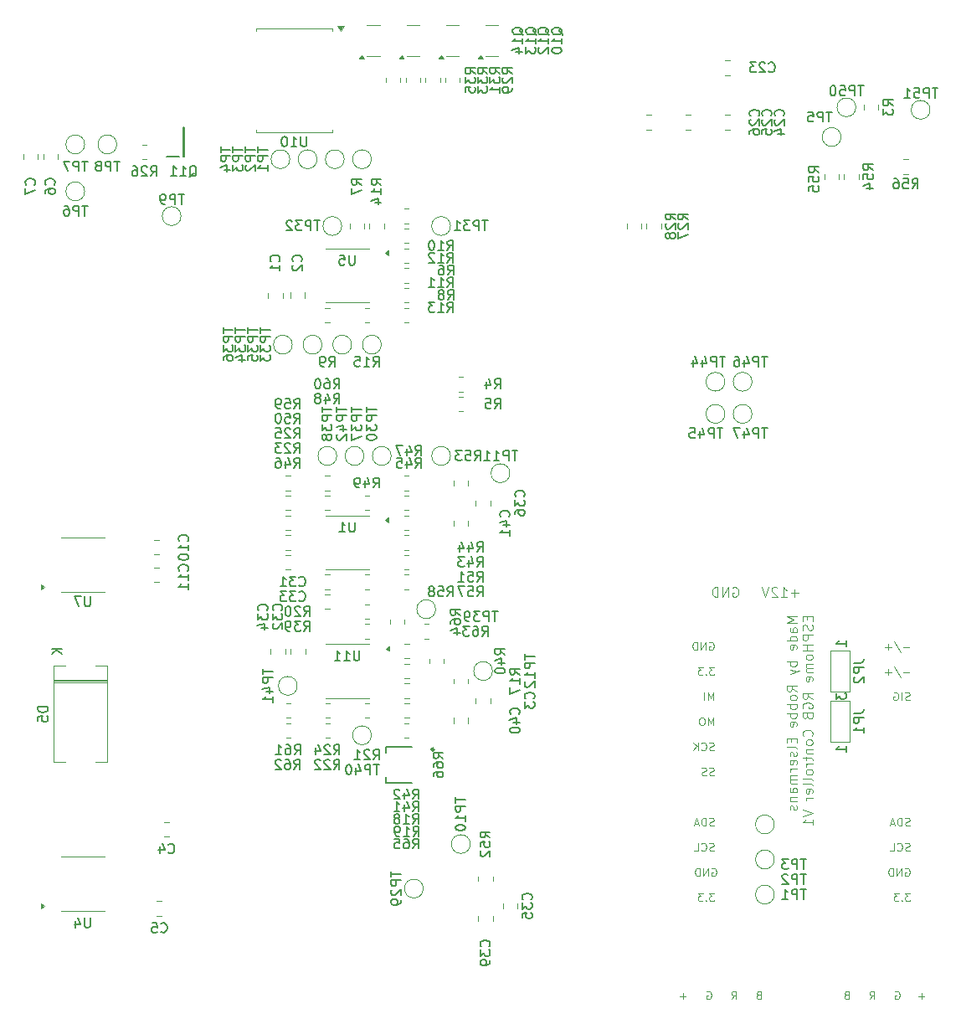
<source format=gbr>
%TF.GenerationSoftware,KiCad,Pcbnew,8.0.5-dirty*%
%TF.CreationDate,2024-10-27T18:43:13+01:00*%
%TF.ProjectId,tank_mower_controller_V1,74616e6b-5f6d-46f7-9765-725f636f6e74,rev?*%
%TF.SameCoordinates,Original*%
%TF.FileFunction,Legend,Bot*%
%TF.FilePolarity,Positive*%
%FSLAX46Y46*%
G04 Gerber Fmt 4.6, Leading zero omitted, Abs format (unit mm)*
G04 Created by KiCad (PCBNEW 8.0.5-dirty) date 2024-10-27 18:43:13*
%MOMM*%
%LPD*%
G01*
G04 APERTURE LIST*
%ADD10C,0.100000*%
%ADD11C,0.150000*%
%ADD12C,0.120000*%
%ADD13C,0.127000*%
%ADD14C,0.240000*%
%ADD15C,0.200000*%
G04 APERTURE END LIST*
D10*
X165773734Y-116198895D02*
X165773734Y-115398895D01*
X165773734Y-115398895D02*
X165507068Y-115970323D01*
X165507068Y-115970323D02*
X165240401Y-115398895D01*
X165240401Y-115398895D02*
X165240401Y-116198895D01*
X164707067Y-115398895D02*
X164554686Y-115398895D01*
X164554686Y-115398895D02*
X164478496Y-115436990D01*
X164478496Y-115436990D02*
X164402305Y-115513180D01*
X164402305Y-115513180D02*
X164364210Y-115665561D01*
X164364210Y-115665561D02*
X164364210Y-115932228D01*
X164364210Y-115932228D02*
X164402305Y-116084609D01*
X164402305Y-116084609D02*
X164478496Y-116160800D01*
X164478496Y-116160800D02*
X164554686Y-116198895D01*
X164554686Y-116198895D02*
X164707067Y-116198895D01*
X164707067Y-116198895D02*
X164783258Y-116160800D01*
X164783258Y-116160800D02*
X164859448Y-116084609D01*
X164859448Y-116084609D02*
X164897544Y-115932228D01*
X164897544Y-115932228D02*
X164897544Y-115665561D01*
X164897544Y-115665561D02*
X164859448Y-115513180D01*
X164859448Y-115513180D02*
X164783258Y-115436990D01*
X164783258Y-115436990D02*
X164707067Y-115398895D01*
X185623830Y-128860800D02*
X185509544Y-128898895D01*
X185509544Y-128898895D02*
X185319068Y-128898895D01*
X185319068Y-128898895D02*
X185242877Y-128860800D01*
X185242877Y-128860800D02*
X185204782Y-128822704D01*
X185204782Y-128822704D02*
X185166687Y-128746514D01*
X185166687Y-128746514D02*
X185166687Y-128670323D01*
X185166687Y-128670323D02*
X185204782Y-128594133D01*
X185204782Y-128594133D02*
X185242877Y-128556038D01*
X185242877Y-128556038D02*
X185319068Y-128517942D01*
X185319068Y-128517942D02*
X185471449Y-128479847D01*
X185471449Y-128479847D02*
X185547639Y-128441752D01*
X185547639Y-128441752D02*
X185585734Y-128403657D01*
X185585734Y-128403657D02*
X185623830Y-128327466D01*
X185623830Y-128327466D02*
X185623830Y-128251276D01*
X185623830Y-128251276D02*
X185585734Y-128175085D01*
X185585734Y-128175085D02*
X185547639Y-128136990D01*
X185547639Y-128136990D02*
X185471449Y-128098895D01*
X185471449Y-128098895D02*
X185280972Y-128098895D01*
X185280972Y-128098895D02*
X185166687Y-128136990D01*
X184366686Y-128822704D02*
X184404782Y-128860800D01*
X184404782Y-128860800D02*
X184519067Y-128898895D01*
X184519067Y-128898895D02*
X184595258Y-128898895D01*
X184595258Y-128898895D02*
X184709544Y-128860800D01*
X184709544Y-128860800D02*
X184785734Y-128784609D01*
X184785734Y-128784609D02*
X184823829Y-128708419D01*
X184823829Y-128708419D02*
X184861925Y-128556038D01*
X184861925Y-128556038D02*
X184861925Y-128441752D01*
X184861925Y-128441752D02*
X184823829Y-128289371D01*
X184823829Y-128289371D02*
X184785734Y-128213180D01*
X184785734Y-128213180D02*
X184709544Y-128136990D01*
X184709544Y-128136990D02*
X184595258Y-128098895D01*
X184595258Y-128098895D02*
X184519067Y-128098895D01*
X184519067Y-128098895D02*
X184404782Y-128136990D01*
X184404782Y-128136990D02*
X184366686Y-128175085D01*
X183642877Y-128898895D02*
X184023829Y-128898895D01*
X184023829Y-128898895D02*
X184023829Y-128098895D01*
X187109734Y-143580133D02*
X186500211Y-143580133D01*
X186804972Y-143884895D02*
X186804972Y-143275371D01*
X165100687Y-143122990D02*
X165176877Y-143084895D01*
X165176877Y-143084895D02*
X165291163Y-143084895D01*
X165291163Y-143084895D02*
X165405449Y-143122990D01*
X165405449Y-143122990D02*
X165481639Y-143199180D01*
X165481639Y-143199180D02*
X165519734Y-143275371D01*
X165519734Y-143275371D02*
X165557830Y-143427752D01*
X165557830Y-143427752D02*
X165557830Y-143542038D01*
X165557830Y-143542038D02*
X165519734Y-143694419D01*
X165519734Y-143694419D02*
X165481639Y-143770609D01*
X165481639Y-143770609D02*
X165405449Y-143846800D01*
X165405449Y-143846800D02*
X165291163Y-143884895D01*
X165291163Y-143884895D02*
X165214972Y-143884895D01*
X165214972Y-143884895D02*
X165100687Y-143846800D01*
X165100687Y-143846800D02*
X165062591Y-143808704D01*
X165062591Y-143808704D02*
X165062591Y-143542038D01*
X165062591Y-143542038D02*
X165214972Y-143542038D01*
X165773734Y-113658895D02*
X165773734Y-112858895D01*
X165773734Y-112858895D02*
X165507068Y-113430323D01*
X165507068Y-113430323D02*
X165240401Y-112858895D01*
X165240401Y-112858895D02*
X165240401Y-113658895D01*
X164859448Y-113658895D02*
X164859448Y-112858895D01*
X185661925Y-133178895D02*
X185166687Y-133178895D01*
X185166687Y-133178895D02*
X185433353Y-133483657D01*
X185433353Y-133483657D02*
X185319068Y-133483657D01*
X185319068Y-133483657D02*
X185242877Y-133521752D01*
X185242877Y-133521752D02*
X185204782Y-133559847D01*
X185204782Y-133559847D02*
X185166687Y-133636038D01*
X185166687Y-133636038D02*
X185166687Y-133826514D01*
X185166687Y-133826514D02*
X185204782Y-133902704D01*
X185204782Y-133902704D02*
X185242877Y-133940800D01*
X185242877Y-133940800D02*
X185319068Y-133978895D01*
X185319068Y-133978895D02*
X185547639Y-133978895D01*
X185547639Y-133978895D02*
X185623830Y-133940800D01*
X185623830Y-133940800D02*
X185661925Y-133902704D01*
X184823829Y-133902704D02*
X184785734Y-133940800D01*
X184785734Y-133940800D02*
X184823829Y-133978895D01*
X184823829Y-133978895D02*
X184861925Y-133940800D01*
X184861925Y-133940800D02*
X184823829Y-133902704D01*
X184823829Y-133902704D02*
X184823829Y-133978895D01*
X184519068Y-133178895D02*
X184023830Y-133178895D01*
X184023830Y-133178895D02*
X184290496Y-133483657D01*
X184290496Y-133483657D02*
X184176211Y-133483657D01*
X184176211Y-133483657D02*
X184100020Y-133521752D01*
X184100020Y-133521752D02*
X184061925Y-133559847D01*
X184061925Y-133559847D02*
X184023830Y-133636038D01*
X184023830Y-133636038D02*
X184023830Y-133826514D01*
X184023830Y-133826514D02*
X184061925Y-133902704D01*
X184061925Y-133902704D02*
X184100020Y-133940800D01*
X184100020Y-133940800D02*
X184176211Y-133978895D01*
X184176211Y-133978895D02*
X184404782Y-133978895D01*
X184404782Y-133978895D02*
X184480973Y-133940800D01*
X184480973Y-133940800D02*
X184519068Y-133902704D01*
X165811830Y-126320800D02*
X165697544Y-126358895D01*
X165697544Y-126358895D02*
X165507068Y-126358895D01*
X165507068Y-126358895D02*
X165430877Y-126320800D01*
X165430877Y-126320800D02*
X165392782Y-126282704D01*
X165392782Y-126282704D02*
X165354687Y-126206514D01*
X165354687Y-126206514D02*
X165354687Y-126130323D01*
X165354687Y-126130323D02*
X165392782Y-126054133D01*
X165392782Y-126054133D02*
X165430877Y-126016038D01*
X165430877Y-126016038D02*
X165507068Y-125977942D01*
X165507068Y-125977942D02*
X165659449Y-125939847D01*
X165659449Y-125939847D02*
X165735639Y-125901752D01*
X165735639Y-125901752D02*
X165773734Y-125863657D01*
X165773734Y-125863657D02*
X165811830Y-125787466D01*
X165811830Y-125787466D02*
X165811830Y-125711276D01*
X165811830Y-125711276D02*
X165773734Y-125635085D01*
X165773734Y-125635085D02*
X165735639Y-125596990D01*
X165735639Y-125596990D02*
X165659449Y-125558895D01*
X165659449Y-125558895D02*
X165468972Y-125558895D01*
X165468972Y-125558895D02*
X165354687Y-125596990D01*
X165011829Y-126358895D02*
X165011829Y-125558895D01*
X165011829Y-125558895D02*
X164821353Y-125558895D01*
X164821353Y-125558895D02*
X164707067Y-125596990D01*
X164707067Y-125596990D02*
X164630877Y-125673180D01*
X164630877Y-125673180D02*
X164592782Y-125749371D01*
X164592782Y-125749371D02*
X164554686Y-125901752D01*
X164554686Y-125901752D02*
X164554686Y-126016038D01*
X164554686Y-126016038D02*
X164592782Y-126168419D01*
X164592782Y-126168419D02*
X164630877Y-126244609D01*
X164630877Y-126244609D02*
X164707067Y-126320800D01*
X164707067Y-126320800D02*
X164821353Y-126358895D01*
X164821353Y-126358895D02*
X165011829Y-126358895D01*
X164249925Y-126130323D02*
X163868972Y-126130323D01*
X164326115Y-126358895D02*
X164059448Y-125558895D01*
X164059448Y-125558895D02*
X163792782Y-126358895D01*
X165354687Y-107816990D02*
X165430877Y-107778895D01*
X165430877Y-107778895D02*
X165545163Y-107778895D01*
X165545163Y-107778895D02*
X165659449Y-107816990D01*
X165659449Y-107816990D02*
X165735639Y-107893180D01*
X165735639Y-107893180D02*
X165773734Y-107969371D01*
X165773734Y-107969371D02*
X165811830Y-108121752D01*
X165811830Y-108121752D02*
X165811830Y-108236038D01*
X165811830Y-108236038D02*
X165773734Y-108388419D01*
X165773734Y-108388419D02*
X165735639Y-108464609D01*
X165735639Y-108464609D02*
X165659449Y-108540800D01*
X165659449Y-108540800D02*
X165545163Y-108578895D01*
X165545163Y-108578895D02*
X165468972Y-108578895D01*
X165468972Y-108578895D02*
X165354687Y-108540800D01*
X165354687Y-108540800D02*
X165316591Y-108502704D01*
X165316591Y-108502704D02*
X165316591Y-108236038D01*
X165316591Y-108236038D02*
X165468972Y-108236038D01*
X164973734Y-108578895D02*
X164973734Y-107778895D01*
X164973734Y-107778895D02*
X164516591Y-108578895D01*
X164516591Y-108578895D02*
X164516591Y-107778895D01*
X164135639Y-108578895D02*
X164135639Y-107778895D01*
X164135639Y-107778895D02*
X163945163Y-107778895D01*
X163945163Y-107778895D02*
X163830877Y-107816990D01*
X163830877Y-107816990D02*
X163754687Y-107893180D01*
X163754687Y-107893180D02*
X163716592Y-107969371D01*
X163716592Y-107969371D02*
X163678496Y-108121752D01*
X163678496Y-108121752D02*
X163678496Y-108236038D01*
X163678496Y-108236038D02*
X163716592Y-108388419D01*
X163716592Y-108388419D02*
X163754687Y-108464609D01*
X163754687Y-108464609D02*
X163830877Y-108540800D01*
X163830877Y-108540800D02*
X163945163Y-108578895D01*
X163945163Y-108578895D02*
X164135639Y-108578895D01*
X184150687Y-143122990D02*
X184226877Y-143084895D01*
X184226877Y-143084895D02*
X184341163Y-143084895D01*
X184341163Y-143084895D02*
X184455449Y-143122990D01*
X184455449Y-143122990D02*
X184531639Y-143199180D01*
X184531639Y-143199180D02*
X184569734Y-143275371D01*
X184569734Y-143275371D02*
X184607830Y-143427752D01*
X184607830Y-143427752D02*
X184607830Y-143542038D01*
X184607830Y-143542038D02*
X184569734Y-143694419D01*
X184569734Y-143694419D02*
X184531639Y-143770609D01*
X184531639Y-143770609D02*
X184455449Y-143846800D01*
X184455449Y-143846800D02*
X184341163Y-143884895D01*
X184341163Y-143884895D02*
X184264972Y-143884895D01*
X184264972Y-143884895D02*
X184150687Y-143846800D01*
X184150687Y-143846800D02*
X184112591Y-143808704D01*
X184112591Y-143808704D02*
X184112591Y-143542038D01*
X184112591Y-143542038D02*
X184264972Y-143542038D01*
X174198475Y-105175884D02*
X173198475Y-105175884D01*
X173198475Y-105175884D02*
X173912760Y-105509217D01*
X173912760Y-105509217D02*
X173198475Y-105842550D01*
X173198475Y-105842550D02*
X174198475Y-105842550D01*
X174198475Y-106747312D02*
X173674665Y-106747312D01*
X173674665Y-106747312D02*
X173579427Y-106699693D01*
X173579427Y-106699693D02*
X173531808Y-106604455D01*
X173531808Y-106604455D02*
X173531808Y-106413979D01*
X173531808Y-106413979D02*
X173579427Y-106318741D01*
X174150856Y-106747312D02*
X174198475Y-106652074D01*
X174198475Y-106652074D02*
X174198475Y-106413979D01*
X174198475Y-106413979D02*
X174150856Y-106318741D01*
X174150856Y-106318741D02*
X174055617Y-106271122D01*
X174055617Y-106271122D02*
X173960379Y-106271122D01*
X173960379Y-106271122D02*
X173865141Y-106318741D01*
X173865141Y-106318741D02*
X173817522Y-106413979D01*
X173817522Y-106413979D02*
X173817522Y-106652074D01*
X173817522Y-106652074D02*
X173769903Y-106747312D01*
X174198475Y-107652074D02*
X173198475Y-107652074D01*
X174150856Y-107652074D02*
X174198475Y-107556836D01*
X174198475Y-107556836D02*
X174198475Y-107366360D01*
X174198475Y-107366360D02*
X174150856Y-107271122D01*
X174150856Y-107271122D02*
X174103236Y-107223503D01*
X174103236Y-107223503D02*
X174007998Y-107175884D01*
X174007998Y-107175884D02*
X173722284Y-107175884D01*
X173722284Y-107175884D02*
X173627046Y-107223503D01*
X173627046Y-107223503D02*
X173579427Y-107271122D01*
X173579427Y-107271122D02*
X173531808Y-107366360D01*
X173531808Y-107366360D02*
X173531808Y-107556836D01*
X173531808Y-107556836D02*
X173579427Y-107652074D01*
X174150856Y-108509217D02*
X174198475Y-108413979D01*
X174198475Y-108413979D02*
X174198475Y-108223503D01*
X174198475Y-108223503D02*
X174150856Y-108128265D01*
X174150856Y-108128265D02*
X174055617Y-108080646D01*
X174055617Y-108080646D02*
X173674665Y-108080646D01*
X173674665Y-108080646D02*
X173579427Y-108128265D01*
X173579427Y-108128265D02*
X173531808Y-108223503D01*
X173531808Y-108223503D02*
X173531808Y-108413979D01*
X173531808Y-108413979D02*
X173579427Y-108509217D01*
X173579427Y-108509217D02*
X173674665Y-108556836D01*
X173674665Y-108556836D02*
X173769903Y-108556836D01*
X173769903Y-108556836D02*
X173865141Y-108080646D01*
X174198475Y-109747313D02*
X173198475Y-109747313D01*
X173579427Y-109747313D02*
X173531808Y-109842551D01*
X173531808Y-109842551D02*
X173531808Y-110033027D01*
X173531808Y-110033027D02*
X173579427Y-110128265D01*
X173579427Y-110128265D02*
X173627046Y-110175884D01*
X173627046Y-110175884D02*
X173722284Y-110223503D01*
X173722284Y-110223503D02*
X174007998Y-110223503D01*
X174007998Y-110223503D02*
X174103236Y-110175884D01*
X174103236Y-110175884D02*
X174150856Y-110128265D01*
X174150856Y-110128265D02*
X174198475Y-110033027D01*
X174198475Y-110033027D02*
X174198475Y-109842551D01*
X174198475Y-109842551D02*
X174150856Y-109747313D01*
X173531808Y-110556837D02*
X174198475Y-110794932D01*
X173531808Y-111033027D02*
X174198475Y-110794932D01*
X174198475Y-110794932D02*
X174436570Y-110699694D01*
X174436570Y-110699694D02*
X174484189Y-110652075D01*
X174484189Y-110652075D02*
X174531808Y-110556837D01*
X174198475Y-112747313D02*
X173722284Y-112413980D01*
X174198475Y-112175885D02*
X173198475Y-112175885D01*
X173198475Y-112175885D02*
X173198475Y-112556837D01*
X173198475Y-112556837D02*
X173246094Y-112652075D01*
X173246094Y-112652075D02*
X173293713Y-112699694D01*
X173293713Y-112699694D02*
X173388951Y-112747313D01*
X173388951Y-112747313D02*
X173531808Y-112747313D01*
X173531808Y-112747313D02*
X173627046Y-112699694D01*
X173627046Y-112699694D02*
X173674665Y-112652075D01*
X173674665Y-112652075D02*
X173722284Y-112556837D01*
X173722284Y-112556837D02*
X173722284Y-112175885D01*
X174198475Y-113318742D02*
X174150856Y-113223504D01*
X174150856Y-113223504D02*
X174103236Y-113175885D01*
X174103236Y-113175885D02*
X174007998Y-113128266D01*
X174007998Y-113128266D02*
X173722284Y-113128266D01*
X173722284Y-113128266D02*
X173627046Y-113175885D01*
X173627046Y-113175885D02*
X173579427Y-113223504D01*
X173579427Y-113223504D02*
X173531808Y-113318742D01*
X173531808Y-113318742D02*
X173531808Y-113461599D01*
X173531808Y-113461599D02*
X173579427Y-113556837D01*
X173579427Y-113556837D02*
X173627046Y-113604456D01*
X173627046Y-113604456D02*
X173722284Y-113652075D01*
X173722284Y-113652075D02*
X174007998Y-113652075D01*
X174007998Y-113652075D02*
X174103236Y-113604456D01*
X174103236Y-113604456D02*
X174150856Y-113556837D01*
X174150856Y-113556837D02*
X174198475Y-113461599D01*
X174198475Y-113461599D02*
X174198475Y-113318742D01*
X174198475Y-114080647D02*
X173198475Y-114080647D01*
X173579427Y-114080647D02*
X173531808Y-114175885D01*
X173531808Y-114175885D02*
X173531808Y-114366361D01*
X173531808Y-114366361D02*
X173579427Y-114461599D01*
X173579427Y-114461599D02*
X173627046Y-114509218D01*
X173627046Y-114509218D02*
X173722284Y-114556837D01*
X173722284Y-114556837D02*
X174007998Y-114556837D01*
X174007998Y-114556837D02*
X174103236Y-114509218D01*
X174103236Y-114509218D02*
X174150856Y-114461599D01*
X174150856Y-114461599D02*
X174198475Y-114366361D01*
X174198475Y-114366361D02*
X174198475Y-114175885D01*
X174198475Y-114175885D02*
X174150856Y-114080647D01*
X174198475Y-114985409D02*
X173198475Y-114985409D01*
X173579427Y-114985409D02*
X173531808Y-115080647D01*
X173531808Y-115080647D02*
X173531808Y-115271123D01*
X173531808Y-115271123D02*
X173579427Y-115366361D01*
X173579427Y-115366361D02*
X173627046Y-115413980D01*
X173627046Y-115413980D02*
X173722284Y-115461599D01*
X173722284Y-115461599D02*
X174007998Y-115461599D01*
X174007998Y-115461599D02*
X174103236Y-115413980D01*
X174103236Y-115413980D02*
X174150856Y-115366361D01*
X174150856Y-115366361D02*
X174198475Y-115271123D01*
X174198475Y-115271123D02*
X174198475Y-115080647D01*
X174198475Y-115080647D02*
X174150856Y-114985409D01*
X174150856Y-116271123D02*
X174198475Y-116175885D01*
X174198475Y-116175885D02*
X174198475Y-115985409D01*
X174198475Y-115985409D02*
X174150856Y-115890171D01*
X174150856Y-115890171D02*
X174055617Y-115842552D01*
X174055617Y-115842552D02*
X173674665Y-115842552D01*
X173674665Y-115842552D02*
X173579427Y-115890171D01*
X173579427Y-115890171D02*
X173531808Y-115985409D01*
X173531808Y-115985409D02*
X173531808Y-116175885D01*
X173531808Y-116175885D02*
X173579427Y-116271123D01*
X173579427Y-116271123D02*
X173674665Y-116318742D01*
X173674665Y-116318742D02*
X173769903Y-116318742D01*
X173769903Y-116318742D02*
X173865141Y-115842552D01*
X173674665Y-117509219D02*
X173674665Y-117842552D01*
X174198475Y-117985409D02*
X174198475Y-117509219D01*
X174198475Y-117509219D02*
X173198475Y-117509219D01*
X173198475Y-117509219D02*
X173198475Y-117985409D01*
X174198475Y-118556838D02*
X174150856Y-118461600D01*
X174150856Y-118461600D02*
X174055617Y-118413981D01*
X174055617Y-118413981D02*
X173198475Y-118413981D01*
X174150856Y-118890172D02*
X174198475Y-118985410D01*
X174198475Y-118985410D02*
X174198475Y-119175886D01*
X174198475Y-119175886D02*
X174150856Y-119271124D01*
X174150856Y-119271124D02*
X174055617Y-119318743D01*
X174055617Y-119318743D02*
X174007998Y-119318743D01*
X174007998Y-119318743D02*
X173912760Y-119271124D01*
X173912760Y-119271124D02*
X173865141Y-119175886D01*
X173865141Y-119175886D02*
X173865141Y-119033029D01*
X173865141Y-119033029D02*
X173817522Y-118937791D01*
X173817522Y-118937791D02*
X173722284Y-118890172D01*
X173722284Y-118890172D02*
X173674665Y-118890172D01*
X173674665Y-118890172D02*
X173579427Y-118937791D01*
X173579427Y-118937791D02*
X173531808Y-119033029D01*
X173531808Y-119033029D02*
X173531808Y-119175886D01*
X173531808Y-119175886D02*
X173579427Y-119271124D01*
X174150856Y-120128267D02*
X174198475Y-120033029D01*
X174198475Y-120033029D02*
X174198475Y-119842553D01*
X174198475Y-119842553D02*
X174150856Y-119747315D01*
X174150856Y-119747315D02*
X174055617Y-119699696D01*
X174055617Y-119699696D02*
X173674665Y-119699696D01*
X173674665Y-119699696D02*
X173579427Y-119747315D01*
X173579427Y-119747315D02*
X173531808Y-119842553D01*
X173531808Y-119842553D02*
X173531808Y-120033029D01*
X173531808Y-120033029D02*
X173579427Y-120128267D01*
X173579427Y-120128267D02*
X173674665Y-120175886D01*
X173674665Y-120175886D02*
X173769903Y-120175886D01*
X173769903Y-120175886D02*
X173865141Y-119699696D01*
X174198475Y-120604458D02*
X173531808Y-120604458D01*
X173722284Y-120604458D02*
X173627046Y-120652077D01*
X173627046Y-120652077D02*
X173579427Y-120699696D01*
X173579427Y-120699696D02*
X173531808Y-120794934D01*
X173531808Y-120794934D02*
X173531808Y-120890172D01*
X174198475Y-121223506D02*
X173531808Y-121223506D01*
X173627046Y-121223506D02*
X173579427Y-121271125D01*
X173579427Y-121271125D02*
X173531808Y-121366363D01*
X173531808Y-121366363D02*
X173531808Y-121509220D01*
X173531808Y-121509220D02*
X173579427Y-121604458D01*
X173579427Y-121604458D02*
X173674665Y-121652077D01*
X173674665Y-121652077D02*
X174198475Y-121652077D01*
X173674665Y-121652077D02*
X173579427Y-121699696D01*
X173579427Y-121699696D02*
X173531808Y-121794934D01*
X173531808Y-121794934D02*
X173531808Y-121937791D01*
X173531808Y-121937791D02*
X173579427Y-122033030D01*
X173579427Y-122033030D02*
X173674665Y-122080649D01*
X173674665Y-122080649D02*
X174198475Y-122080649D01*
X174198475Y-122985410D02*
X173674665Y-122985410D01*
X173674665Y-122985410D02*
X173579427Y-122937791D01*
X173579427Y-122937791D02*
X173531808Y-122842553D01*
X173531808Y-122842553D02*
X173531808Y-122652077D01*
X173531808Y-122652077D02*
X173579427Y-122556839D01*
X174150856Y-122985410D02*
X174198475Y-122890172D01*
X174198475Y-122890172D02*
X174198475Y-122652077D01*
X174198475Y-122652077D02*
X174150856Y-122556839D01*
X174150856Y-122556839D02*
X174055617Y-122509220D01*
X174055617Y-122509220D02*
X173960379Y-122509220D01*
X173960379Y-122509220D02*
X173865141Y-122556839D01*
X173865141Y-122556839D02*
X173817522Y-122652077D01*
X173817522Y-122652077D02*
X173817522Y-122890172D01*
X173817522Y-122890172D02*
X173769903Y-122985410D01*
X173531808Y-123461601D02*
X174198475Y-123461601D01*
X173627046Y-123461601D02*
X173579427Y-123509220D01*
X173579427Y-123509220D02*
X173531808Y-123604458D01*
X173531808Y-123604458D02*
X173531808Y-123747315D01*
X173531808Y-123747315D02*
X173579427Y-123842553D01*
X173579427Y-123842553D02*
X173674665Y-123890172D01*
X173674665Y-123890172D02*
X174198475Y-123890172D01*
X174150856Y-124318744D02*
X174198475Y-124413982D01*
X174198475Y-124413982D02*
X174198475Y-124604458D01*
X174198475Y-124604458D02*
X174150856Y-124699696D01*
X174150856Y-124699696D02*
X174055617Y-124747315D01*
X174055617Y-124747315D02*
X174007998Y-124747315D01*
X174007998Y-124747315D02*
X173912760Y-124699696D01*
X173912760Y-124699696D02*
X173865141Y-124604458D01*
X173865141Y-124604458D02*
X173865141Y-124461601D01*
X173865141Y-124461601D02*
X173817522Y-124366363D01*
X173817522Y-124366363D02*
X173722284Y-124318744D01*
X173722284Y-124318744D02*
X173674665Y-124318744D01*
X173674665Y-124318744D02*
X173579427Y-124366363D01*
X173579427Y-124366363D02*
X173531808Y-124461601D01*
X173531808Y-124461601D02*
X173531808Y-124604458D01*
X173531808Y-124604458D02*
X173579427Y-124699696D01*
X175284609Y-105175884D02*
X175284609Y-105509217D01*
X175808419Y-105652074D02*
X175808419Y-105175884D01*
X175808419Y-105175884D02*
X174808419Y-105175884D01*
X174808419Y-105175884D02*
X174808419Y-105652074D01*
X175760800Y-106033027D02*
X175808419Y-106175884D01*
X175808419Y-106175884D02*
X175808419Y-106413979D01*
X175808419Y-106413979D02*
X175760800Y-106509217D01*
X175760800Y-106509217D02*
X175713180Y-106556836D01*
X175713180Y-106556836D02*
X175617942Y-106604455D01*
X175617942Y-106604455D02*
X175522704Y-106604455D01*
X175522704Y-106604455D02*
X175427466Y-106556836D01*
X175427466Y-106556836D02*
X175379847Y-106509217D01*
X175379847Y-106509217D02*
X175332228Y-106413979D01*
X175332228Y-106413979D02*
X175284609Y-106223503D01*
X175284609Y-106223503D02*
X175236990Y-106128265D01*
X175236990Y-106128265D02*
X175189371Y-106080646D01*
X175189371Y-106080646D02*
X175094133Y-106033027D01*
X175094133Y-106033027D02*
X174998895Y-106033027D01*
X174998895Y-106033027D02*
X174903657Y-106080646D01*
X174903657Y-106080646D02*
X174856038Y-106128265D01*
X174856038Y-106128265D02*
X174808419Y-106223503D01*
X174808419Y-106223503D02*
X174808419Y-106461598D01*
X174808419Y-106461598D02*
X174856038Y-106604455D01*
X175808419Y-107033027D02*
X174808419Y-107033027D01*
X174808419Y-107033027D02*
X174808419Y-107413979D01*
X174808419Y-107413979D02*
X174856038Y-107509217D01*
X174856038Y-107509217D02*
X174903657Y-107556836D01*
X174903657Y-107556836D02*
X174998895Y-107604455D01*
X174998895Y-107604455D02*
X175141752Y-107604455D01*
X175141752Y-107604455D02*
X175236990Y-107556836D01*
X175236990Y-107556836D02*
X175284609Y-107509217D01*
X175284609Y-107509217D02*
X175332228Y-107413979D01*
X175332228Y-107413979D02*
X175332228Y-107033027D01*
X175808419Y-108033027D02*
X174808419Y-108033027D01*
X175284609Y-108033027D02*
X175284609Y-108604455D01*
X175808419Y-108604455D02*
X174808419Y-108604455D01*
X175808419Y-109223503D02*
X175760800Y-109128265D01*
X175760800Y-109128265D02*
X175713180Y-109080646D01*
X175713180Y-109080646D02*
X175617942Y-109033027D01*
X175617942Y-109033027D02*
X175332228Y-109033027D01*
X175332228Y-109033027D02*
X175236990Y-109080646D01*
X175236990Y-109080646D02*
X175189371Y-109128265D01*
X175189371Y-109128265D02*
X175141752Y-109223503D01*
X175141752Y-109223503D02*
X175141752Y-109366360D01*
X175141752Y-109366360D02*
X175189371Y-109461598D01*
X175189371Y-109461598D02*
X175236990Y-109509217D01*
X175236990Y-109509217D02*
X175332228Y-109556836D01*
X175332228Y-109556836D02*
X175617942Y-109556836D01*
X175617942Y-109556836D02*
X175713180Y-109509217D01*
X175713180Y-109509217D02*
X175760800Y-109461598D01*
X175760800Y-109461598D02*
X175808419Y-109366360D01*
X175808419Y-109366360D02*
X175808419Y-109223503D01*
X175808419Y-109985408D02*
X175141752Y-109985408D01*
X175236990Y-109985408D02*
X175189371Y-110033027D01*
X175189371Y-110033027D02*
X175141752Y-110128265D01*
X175141752Y-110128265D02*
X175141752Y-110271122D01*
X175141752Y-110271122D02*
X175189371Y-110366360D01*
X175189371Y-110366360D02*
X175284609Y-110413979D01*
X175284609Y-110413979D02*
X175808419Y-110413979D01*
X175284609Y-110413979D02*
X175189371Y-110461598D01*
X175189371Y-110461598D02*
X175141752Y-110556836D01*
X175141752Y-110556836D02*
X175141752Y-110699693D01*
X175141752Y-110699693D02*
X175189371Y-110794932D01*
X175189371Y-110794932D02*
X175284609Y-110842551D01*
X175284609Y-110842551D02*
X175808419Y-110842551D01*
X175760800Y-111699693D02*
X175808419Y-111604455D01*
X175808419Y-111604455D02*
X175808419Y-111413979D01*
X175808419Y-111413979D02*
X175760800Y-111318741D01*
X175760800Y-111318741D02*
X175665561Y-111271122D01*
X175665561Y-111271122D02*
X175284609Y-111271122D01*
X175284609Y-111271122D02*
X175189371Y-111318741D01*
X175189371Y-111318741D02*
X175141752Y-111413979D01*
X175141752Y-111413979D02*
X175141752Y-111604455D01*
X175141752Y-111604455D02*
X175189371Y-111699693D01*
X175189371Y-111699693D02*
X175284609Y-111747312D01*
X175284609Y-111747312D02*
X175379847Y-111747312D01*
X175379847Y-111747312D02*
X175475085Y-111271122D01*
X175808419Y-113509217D02*
X175332228Y-113175884D01*
X175808419Y-112937789D02*
X174808419Y-112937789D01*
X174808419Y-112937789D02*
X174808419Y-113318741D01*
X174808419Y-113318741D02*
X174856038Y-113413979D01*
X174856038Y-113413979D02*
X174903657Y-113461598D01*
X174903657Y-113461598D02*
X174998895Y-113509217D01*
X174998895Y-113509217D02*
X175141752Y-113509217D01*
X175141752Y-113509217D02*
X175236990Y-113461598D01*
X175236990Y-113461598D02*
X175284609Y-113413979D01*
X175284609Y-113413979D02*
X175332228Y-113318741D01*
X175332228Y-113318741D02*
X175332228Y-112937789D01*
X174856038Y-114461598D02*
X174808419Y-114366360D01*
X174808419Y-114366360D02*
X174808419Y-114223503D01*
X174808419Y-114223503D02*
X174856038Y-114080646D01*
X174856038Y-114080646D02*
X174951276Y-113985408D01*
X174951276Y-113985408D02*
X175046514Y-113937789D01*
X175046514Y-113937789D02*
X175236990Y-113890170D01*
X175236990Y-113890170D02*
X175379847Y-113890170D01*
X175379847Y-113890170D02*
X175570323Y-113937789D01*
X175570323Y-113937789D02*
X175665561Y-113985408D01*
X175665561Y-113985408D02*
X175760800Y-114080646D01*
X175760800Y-114080646D02*
X175808419Y-114223503D01*
X175808419Y-114223503D02*
X175808419Y-114318741D01*
X175808419Y-114318741D02*
X175760800Y-114461598D01*
X175760800Y-114461598D02*
X175713180Y-114509217D01*
X175713180Y-114509217D02*
X175379847Y-114509217D01*
X175379847Y-114509217D02*
X175379847Y-114318741D01*
X175284609Y-115271122D02*
X175332228Y-115413979D01*
X175332228Y-115413979D02*
X175379847Y-115461598D01*
X175379847Y-115461598D02*
X175475085Y-115509217D01*
X175475085Y-115509217D02*
X175617942Y-115509217D01*
X175617942Y-115509217D02*
X175713180Y-115461598D01*
X175713180Y-115461598D02*
X175760800Y-115413979D01*
X175760800Y-115413979D02*
X175808419Y-115318741D01*
X175808419Y-115318741D02*
X175808419Y-114937789D01*
X175808419Y-114937789D02*
X174808419Y-114937789D01*
X174808419Y-114937789D02*
X174808419Y-115271122D01*
X174808419Y-115271122D02*
X174856038Y-115366360D01*
X174856038Y-115366360D02*
X174903657Y-115413979D01*
X174903657Y-115413979D02*
X174998895Y-115461598D01*
X174998895Y-115461598D02*
X175094133Y-115461598D01*
X175094133Y-115461598D02*
X175189371Y-115413979D01*
X175189371Y-115413979D02*
X175236990Y-115366360D01*
X175236990Y-115366360D02*
X175284609Y-115271122D01*
X175284609Y-115271122D02*
X175284609Y-114937789D01*
X175713180Y-117271122D02*
X175760800Y-117223503D01*
X175760800Y-117223503D02*
X175808419Y-117080646D01*
X175808419Y-117080646D02*
X175808419Y-116985408D01*
X175808419Y-116985408D02*
X175760800Y-116842551D01*
X175760800Y-116842551D02*
X175665561Y-116747313D01*
X175665561Y-116747313D02*
X175570323Y-116699694D01*
X175570323Y-116699694D02*
X175379847Y-116652075D01*
X175379847Y-116652075D02*
X175236990Y-116652075D01*
X175236990Y-116652075D02*
X175046514Y-116699694D01*
X175046514Y-116699694D02*
X174951276Y-116747313D01*
X174951276Y-116747313D02*
X174856038Y-116842551D01*
X174856038Y-116842551D02*
X174808419Y-116985408D01*
X174808419Y-116985408D02*
X174808419Y-117080646D01*
X174808419Y-117080646D02*
X174856038Y-117223503D01*
X174856038Y-117223503D02*
X174903657Y-117271122D01*
X175808419Y-117842551D02*
X175760800Y-117747313D01*
X175760800Y-117747313D02*
X175713180Y-117699694D01*
X175713180Y-117699694D02*
X175617942Y-117652075D01*
X175617942Y-117652075D02*
X175332228Y-117652075D01*
X175332228Y-117652075D02*
X175236990Y-117699694D01*
X175236990Y-117699694D02*
X175189371Y-117747313D01*
X175189371Y-117747313D02*
X175141752Y-117842551D01*
X175141752Y-117842551D02*
X175141752Y-117985408D01*
X175141752Y-117985408D02*
X175189371Y-118080646D01*
X175189371Y-118080646D02*
X175236990Y-118128265D01*
X175236990Y-118128265D02*
X175332228Y-118175884D01*
X175332228Y-118175884D02*
X175617942Y-118175884D01*
X175617942Y-118175884D02*
X175713180Y-118128265D01*
X175713180Y-118128265D02*
X175760800Y-118080646D01*
X175760800Y-118080646D02*
X175808419Y-117985408D01*
X175808419Y-117985408D02*
X175808419Y-117842551D01*
X175141752Y-118604456D02*
X175808419Y-118604456D01*
X175236990Y-118604456D02*
X175189371Y-118652075D01*
X175189371Y-118652075D02*
X175141752Y-118747313D01*
X175141752Y-118747313D02*
X175141752Y-118890170D01*
X175141752Y-118890170D02*
X175189371Y-118985408D01*
X175189371Y-118985408D02*
X175284609Y-119033027D01*
X175284609Y-119033027D02*
X175808419Y-119033027D01*
X175141752Y-119366361D02*
X175141752Y-119747313D01*
X174808419Y-119509218D02*
X175665561Y-119509218D01*
X175665561Y-119509218D02*
X175760800Y-119556837D01*
X175760800Y-119556837D02*
X175808419Y-119652075D01*
X175808419Y-119652075D02*
X175808419Y-119747313D01*
X175808419Y-120080647D02*
X175141752Y-120080647D01*
X175332228Y-120080647D02*
X175236990Y-120128266D01*
X175236990Y-120128266D02*
X175189371Y-120175885D01*
X175189371Y-120175885D02*
X175141752Y-120271123D01*
X175141752Y-120271123D02*
X175141752Y-120366361D01*
X175808419Y-120842552D02*
X175760800Y-120747314D01*
X175760800Y-120747314D02*
X175713180Y-120699695D01*
X175713180Y-120699695D02*
X175617942Y-120652076D01*
X175617942Y-120652076D02*
X175332228Y-120652076D01*
X175332228Y-120652076D02*
X175236990Y-120699695D01*
X175236990Y-120699695D02*
X175189371Y-120747314D01*
X175189371Y-120747314D02*
X175141752Y-120842552D01*
X175141752Y-120842552D02*
X175141752Y-120985409D01*
X175141752Y-120985409D02*
X175189371Y-121080647D01*
X175189371Y-121080647D02*
X175236990Y-121128266D01*
X175236990Y-121128266D02*
X175332228Y-121175885D01*
X175332228Y-121175885D02*
X175617942Y-121175885D01*
X175617942Y-121175885D02*
X175713180Y-121128266D01*
X175713180Y-121128266D02*
X175760800Y-121080647D01*
X175760800Y-121080647D02*
X175808419Y-120985409D01*
X175808419Y-120985409D02*
X175808419Y-120842552D01*
X175808419Y-121747314D02*
X175760800Y-121652076D01*
X175760800Y-121652076D02*
X175665561Y-121604457D01*
X175665561Y-121604457D02*
X174808419Y-121604457D01*
X175808419Y-122271124D02*
X175760800Y-122175886D01*
X175760800Y-122175886D02*
X175665561Y-122128267D01*
X175665561Y-122128267D02*
X174808419Y-122128267D01*
X175760800Y-123033029D02*
X175808419Y-122937791D01*
X175808419Y-122937791D02*
X175808419Y-122747315D01*
X175808419Y-122747315D02*
X175760800Y-122652077D01*
X175760800Y-122652077D02*
X175665561Y-122604458D01*
X175665561Y-122604458D02*
X175284609Y-122604458D01*
X175284609Y-122604458D02*
X175189371Y-122652077D01*
X175189371Y-122652077D02*
X175141752Y-122747315D01*
X175141752Y-122747315D02*
X175141752Y-122937791D01*
X175141752Y-122937791D02*
X175189371Y-123033029D01*
X175189371Y-123033029D02*
X175284609Y-123080648D01*
X175284609Y-123080648D02*
X175379847Y-123080648D01*
X175379847Y-123080648D02*
X175475085Y-122604458D01*
X175808419Y-123509220D02*
X175141752Y-123509220D01*
X175332228Y-123509220D02*
X175236990Y-123556839D01*
X175236990Y-123556839D02*
X175189371Y-123604458D01*
X175189371Y-123604458D02*
X175141752Y-123699696D01*
X175141752Y-123699696D02*
X175141752Y-123794934D01*
X174808419Y-124747316D02*
X175808419Y-125080649D01*
X175808419Y-125080649D02*
X174808419Y-125413982D01*
X175808419Y-126271125D02*
X175808419Y-125699697D01*
X175808419Y-125985411D02*
X174808419Y-125985411D01*
X174808419Y-125985411D02*
X174951276Y-125890173D01*
X174951276Y-125890173D02*
X175046514Y-125794935D01*
X175046514Y-125794935D02*
X175094133Y-125699697D01*
X165849925Y-133178895D02*
X165354687Y-133178895D01*
X165354687Y-133178895D02*
X165621353Y-133483657D01*
X165621353Y-133483657D02*
X165507068Y-133483657D01*
X165507068Y-133483657D02*
X165430877Y-133521752D01*
X165430877Y-133521752D02*
X165392782Y-133559847D01*
X165392782Y-133559847D02*
X165354687Y-133636038D01*
X165354687Y-133636038D02*
X165354687Y-133826514D01*
X165354687Y-133826514D02*
X165392782Y-133902704D01*
X165392782Y-133902704D02*
X165430877Y-133940800D01*
X165430877Y-133940800D02*
X165507068Y-133978895D01*
X165507068Y-133978895D02*
X165735639Y-133978895D01*
X165735639Y-133978895D02*
X165811830Y-133940800D01*
X165811830Y-133940800D02*
X165849925Y-133902704D01*
X165011829Y-133902704D02*
X164973734Y-133940800D01*
X164973734Y-133940800D02*
X165011829Y-133978895D01*
X165011829Y-133978895D02*
X165049925Y-133940800D01*
X165049925Y-133940800D02*
X165011829Y-133902704D01*
X165011829Y-133902704D02*
X165011829Y-133978895D01*
X164707068Y-133178895D02*
X164211830Y-133178895D01*
X164211830Y-133178895D02*
X164478496Y-133483657D01*
X164478496Y-133483657D02*
X164364211Y-133483657D01*
X164364211Y-133483657D02*
X164288020Y-133521752D01*
X164288020Y-133521752D02*
X164249925Y-133559847D01*
X164249925Y-133559847D02*
X164211830Y-133636038D01*
X164211830Y-133636038D02*
X164211830Y-133826514D01*
X164211830Y-133826514D02*
X164249925Y-133902704D01*
X164249925Y-133902704D02*
X164288020Y-133940800D01*
X164288020Y-133940800D02*
X164364211Y-133978895D01*
X164364211Y-133978895D02*
X164592782Y-133978895D01*
X164592782Y-133978895D02*
X164668973Y-133940800D01*
X164668973Y-133940800D02*
X164707068Y-133902704D01*
X167602591Y-143884895D02*
X167869258Y-143503942D01*
X168059734Y-143884895D02*
X168059734Y-143084895D01*
X168059734Y-143084895D02*
X167754972Y-143084895D01*
X167754972Y-143084895D02*
X167678782Y-143122990D01*
X167678782Y-143122990D02*
X167640687Y-143161085D01*
X167640687Y-143161085D02*
X167602591Y-143237276D01*
X167602591Y-143237276D02*
X167602591Y-143351561D01*
X167602591Y-143351561D02*
X167640687Y-143427752D01*
X167640687Y-143427752D02*
X167678782Y-143465847D01*
X167678782Y-143465847D02*
X167754972Y-143503942D01*
X167754972Y-143503942D02*
X168059734Y-143503942D01*
X185585734Y-110814133D02*
X184976211Y-110814133D01*
X184023830Y-110280800D02*
X184709544Y-111309371D01*
X183757163Y-110814133D02*
X183147640Y-110814133D01*
X183452401Y-111118895D02*
X183452401Y-110509371D01*
X179223068Y-143465847D02*
X179108782Y-143503942D01*
X179108782Y-143503942D02*
X179070687Y-143542038D01*
X179070687Y-143542038D02*
X179032591Y-143618228D01*
X179032591Y-143618228D02*
X179032591Y-143732514D01*
X179032591Y-143732514D02*
X179070687Y-143808704D01*
X179070687Y-143808704D02*
X179108782Y-143846800D01*
X179108782Y-143846800D02*
X179184972Y-143884895D01*
X179184972Y-143884895D02*
X179489734Y-143884895D01*
X179489734Y-143884895D02*
X179489734Y-143084895D01*
X179489734Y-143084895D02*
X179223068Y-143084895D01*
X179223068Y-143084895D02*
X179146877Y-143122990D01*
X179146877Y-143122990D02*
X179108782Y-143161085D01*
X179108782Y-143161085D02*
X179070687Y-143237276D01*
X179070687Y-143237276D02*
X179070687Y-143313466D01*
X179070687Y-143313466D02*
X179108782Y-143389657D01*
X179108782Y-143389657D02*
X179146877Y-143427752D01*
X179146877Y-143427752D02*
X179223068Y-143465847D01*
X179223068Y-143465847D02*
X179489734Y-143465847D01*
X170333068Y-143465847D02*
X170218782Y-143503942D01*
X170218782Y-143503942D02*
X170180687Y-143542038D01*
X170180687Y-143542038D02*
X170142591Y-143618228D01*
X170142591Y-143618228D02*
X170142591Y-143732514D01*
X170142591Y-143732514D02*
X170180687Y-143808704D01*
X170180687Y-143808704D02*
X170218782Y-143846800D01*
X170218782Y-143846800D02*
X170294972Y-143884895D01*
X170294972Y-143884895D02*
X170599734Y-143884895D01*
X170599734Y-143884895D02*
X170599734Y-143084895D01*
X170599734Y-143084895D02*
X170333068Y-143084895D01*
X170333068Y-143084895D02*
X170256877Y-143122990D01*
X170256877Y-143122990D02*
X170218782Y-143161085D01*
X170218782Y-143161085D02*
X170180687Y-143237276D01*
X170180687Y-143237276D02*
X170180687Y-143313466D01*
X170180687Y-143313466D02*
X170218782Y-143389657D01*
X170218782Y-143389657D02*
X170256877Y-143427752D01*
X170256877Y-143427752D02*
X170333068Y-143465847D01*
X170333068Y-143465847D02*
X170599734Y-143465847D01*
X181572591Y-143884895D02*
X181839258Y-143503942D01*
X182029734Y-143884895D02*
X182029734Y-143084895D01*
X182029734Y-143084895D02*
X181724972Y-143084895D01*
X181724972Y-143084895D02*
X181648782Y-143122990D01*
X181648782Y-143122990D02*
X181610687Y-143161085D01*
X181610687Y-143161085D02*
X181572591Y-143237276D01*
X181572591Y-143237276D02*
X181572591Y-143351561D01*
X181572591Y-143351561D02*
X181610687Y-143427752D01*
X181610687Y-143427752D02*
X181648782Y-143465847D01*
X181648782Y-143465847D02*
X181724972Y-143503942D01*
X181724972Y-143503942D02*
X182029734Y-143503942D01*
X165811830Y-118700800D02*
X165697544Y-118738895D01*
X165697544Y-118738895D02*
X165507068Y-118738895D01*
X165507068Y-118738895D02*
X165430877Y-118700800D01*
X165430877Y-118700800D02*
X165392782Y-118662704D01*
X165392782Y-118662704D02*
X165354687Y-118586514D01*
X165354687Y-118586514D02*
X165354687Y-118510323D01*
X165354687Y-118510323D02*
X165392782Y-118434133D01*
X165392782Y-118434133D02*
X165430877Y-118396038D01*
X165430877Y-118396038D02*
X165507068Y-118357942D01*
X165507068Y-118357942D02*
X165659449Y-118319847D01*
X165659449Y-118319847D02*
X165735639Y-118281752D01*
X165735639Y-118281752D02*
X165773734Y-118243657D01*
X165773734Y-118243657D02*
X165811830Y-118167466D01*
X165811830Y-118167466D02*
X165811830Y-118091276D01*
X165811830Y-118091276D02*
X165773734Y-118015085D01*
X165773734Y-118015085D02*
X165735639Y-117976990D01*
X165735639Y-117976990D02*
X165659449Y-117938895D01*
X165659449Y-117938895D02*
X165468972Y-117938895D01*
X165468972Y-117938895D02*
X165354687Y-117976990D01*
X164554686Y-118662704D02*
X164592782Y-118700800D01*
X164592782Y-118700800D02*
X164707067Y-118738895D01*
X164707067Y-118738895D02*
X164783258Y-118738895D01*
X164783258Y-118738895D02*
X164897544Y-118700800D01*
X164897544Y-118700800D02*
X164973734Y-118624609D01*
X164973734Y-118624609D02*
X165011829Y-118548419D01*
X165011829Y-118548419D02*
X165049925Y-118396038D01*
X165049925Y-118396038D02*
X165049925Y-118281752D01*
X165049925Y-118281752D02*
X165011829Y-118129371D01*
X165011829Y-118129371D02*
X164973734Y-118053180D01*
X164973734Y-118053180D02*
X164897544Y-117976990D01*
X164897544Y-117976990D02*
X164783258Y-117938895D01*
X164783258Y-117938895D02*
X164707067Y-117938895D01*
X164707067Y-117938895D02*
X164592782Y-117976990D01*
X164592782Y-117976990D02*
X164554686Y-118015085D01*
X164211829Y-118738895D02*
X164211829Y-117938895D01*
X163754686Y-118738895D02*
X164097544Y-118281752D01*
X163754686Y-117938895D02*
X164211829Y-118396038D01*
X165811830Y-128860800D02*
X165697544Y-128898895D01*
X165697544Y-128898895D02*
X165507068Y-128898895D01*
X165507068Y-128898895D02*
X165430877Y-128860800D01*
X165430877Y-128860800D02*
X165392782Y-128822704D01*
X165392782Y-128822704D02*
X165354687Y-128746514D01*
X165354687Y-128746514D02*
X165354687Y-128670323D01*
X165354687Y-128670323D02*
X165392782Y-128594133D01*
X165392782Y-128594133D02*
X165430877Y-128556038D01*
X165430877Y-128556038D02*
X165507068Y-128517942D01*
X165507068Y-128517942D02*
X165659449Y-128479847D01*
X165659449Y-128479847D02*
X165735639Y-128441752D01*
X165735639Y-128441752D02*
X165773734Y-128403657D01*
X165773734Y-128403657D02*
X165811830Y-128327466D01*
X165811830Y-128327466D02*
X165811830Y-128251276D01*
X165811830Y-128251276D02*
X165773734Y-128175085D01*
X165773734Y-128175085D02*
X165735639Y-128136990D01*
X165735639Y-128136990D02*
X165659449Y-128098895D01*
X165659449Y-128098895D02*
X165468972Y-128098895D01*
X165468972Y-128098895D02*
X165354687Y-128136990D01*
X164554686Y-128822704D02*
X164592782Y-128860800D01*
X164592782Y-128860800D02*
X164707067Y-128898895D01*
X164707067Y-128898895D02*
X164783258Y-128898895D01*
X164783258Y-128898895D02*
X164897544Y-128860800D01*
X164897544Y-128860800D02*
X164973734Y-128784609D01*
X164973734Y-128784609D02*
X165011829Y-128708419D01*
X165011829Y-128708419D02*
X165049925Y-128556038D01*
X165049925Y-128556038D02*
X165049925Y-128441752D01*
X165049925Y-128441752D02*
X165011829Y-128289371D01*
X165011829Y-128289371D02*
X164973734Y-128213180D01*
X164973734Y-128213180D02*
X164897544Y-128136990D01*
X164897544Y-128136990D02*
X164783258Y-128098895D01*
X164783258Y-128098895D02*
X164707067Y-128098895D01*
X164707067Y-128098895D02*
X164592782Y-128136990D01*
X164592782Y-128136990D02*
X164554686Y-128175085D01*
X163830877Y-128898895D02*
X164211829Y-128898895D01*
X164211829Y-128898895D02*
X164211829Y-128098895D01*
X165608687Y-130676990D02*
X165684877Y-130638895D01*
X165684877Y-130638895D02*
X165799163Y-130638895D01*
X165799163Y-130638895D02*
X165913449Y-130676990D01*
X165913449Y-130676990D02*
X165989639Y-130753180D01*
X165989639Y-130753180D02*
X166027734Y-130829371D01*
X166027734Y-130829371D02*
X166065830Y-130981752D01*
X166065830Y-130981752D02*
X166065830Y-131096038D01*
X166065830Y-131096038D02*
X166027734Y-131248419D01*
X166027734Y-131248419D02*
X165989639Y-131324609D01*
X165989639Y-131324609D02*
X165913449Y-131400800D01*
X165913449Y-131400800D02*
X165799163Y-131438895D01*
X165799163Y-131438895D02*
X165722972Y-131438895D01*
X165722972Y-131438895D02*
X165608687Y-131400800D01*
X165608687Y-131400800D02*
X165570591Y-131362704D01*
X165570591Y-131362704D02*
X165570591Y-131096038D01*
X165570591Y-131096038D02*
X165722972Y-131096038D01*
X165227734Y-131438895D02*
X165227734Y-130638895D01*
X165227734Y-130638895D02*
X164770591Y-131438895D01*
X164770591Y-131438895D02*
X164770591Y-130638895D01*
X164389639Y-131438895D02*
X164389639Y-130638895D01*
X164389639Y-130638895D02*
X164199163Y-130638895D01*
X164199163Y-130638895D02*
X164084877Y-130676990D01*
X164084877Y-130676990D02*
X164008687Y-130753180D01*
X164008687Y-130753180D02*
X163970592Y-130829371D01*
X163970592Y-130829371D02*
X163932496Y-130981752D01*
X163932496Y-130981752D02*
X163932496Y-131096038D01*
X163932496Y-131096038D02*
X163970592Y-131248419D01*
X163970592Y-131248419D02*
X164008687Y-131324609D01*
X164008687Y-131324609D02*
X164084877Y-131400800D01*
X164084877Y-131400800D02*
X164199163Y-131438895D01*
X164199163Y-131438895D02*
X164389639Y-131438895D01*
X162979734Y-143580133D02*
X162370211Y-143580133D01*
X162674972Y-143884895D02*
X162674972Y-143275371D01*
X165811830Y-121240800D02*
X165697544Y-121278895D01*
X165697544Y-121278895D02*
X165507068Y-121278895D01*
X165507068Y-121278895D02*
X165430877Y-121240800D01*
X165430877Y-121240800D02*
X165392782Y-121202704D01*
X165392782Y-121202704D02*
X165354687Y-121126514D01*
X165354687Y-121126514D02*
X165354687Y-121050323D01*
X165354687Y-121050323D02*
X165392782Y-120974133D01*
X165392782Y-120974133D02*
X165430877Y-120936038D01*
X165430877Y-120936038D02*
X165507068Y-120897942D01*
X165507068Y-120897942D02*
X165659449Y-120859847D01*
X165659449Y-120859847D02*
X165735639Y-120821752D01*
X165735639Y-120821752D02*
X165773734Y-120783657D01*
X165773734Y-120783657D02*
X165811830Y-120707466D01*
X165811830Y-120707466D02*
X165811830Y-120631276D01*
X165811830Y-120631276D02*
X165773734Y-120555085D01*
X165773734Y-120555085D02*
X165735639Y-120516990D01*
X165735639Y-120516990D02*
X165659449Y-120478895D01*
X165659449Y-120478895D02*
X165468972Y-120478895D01*
X165468972Y-120478895D02*
X165354687Y-120516990D01*
X165049925Y-121240800D02*
X164935639Y-121278895D01*
X164935639Y-121278895D02*
X164745163Y-121278895D01*
X164745163Y-121278895D02*
X164668972Y-121240800D01*
X164668972Y-121240800D02*
X164630877Y-121202704D01*
X164630877Y-121202704D02*
X164592782Y-121126514D01*
X164592782Y-121126514D02*
X164592782Y-121050323D01*
X164592782Y-121050323D02*
X164630877Y-120974133D01*
X164630877Y-120974133D02*
X164668972Y-120936038D01*
X164668972Y-120936038D02*
X164745163Y-120897942D01*
X164745163Y-120897942D02*
X164897544Y-120859847D01*
X164897544Y-120859847D02*
X164973734Y-120821752D01*
X164973734Y-120821752D02*
X165011829Y-120783657D01*
X165011829Y-120783657D02*
X165049925Y-120707466D01*
X165049925Y-120707466D02*
X165049925Y-120631276D01*
X165049925Y-120631276D02*
X165011829Y-120555085D01*
X165011829Y-120555085D02*
X164973734Y-120516990D01*
X164973734Y-120516990D02*
X164897544Y-120478895D01*
X164897544Y-120478895D02*
X164707067Y-120478895D01*
X164707067Y-120478895D02*
X164592782Y-120516990D01*
X185623830Y-113620800D02*
X185509544Y-113658895D01*
X185509544Y-113658895D02*
X185319068Y-113658895D01*
X185319068Y-113658895D02*
X185242877Y-113620800D01*
X185242877Y-113620800D02*
X185204782Y-113582704D01*
X185204782Y-113582704D02*
X185166687Y-113506514D01*
X185166687Y-113506514D02*
X185166687Y-113430323D01*
X185166687Y-113430323D02*
X185204782Y-113354133D01*
X185204782Y-113354133D02*
X185242877Y-113316038D01*
X185242877Y-113316038D02*
X185319068Y-113277942D01*
X185319068Y-113277942D02*
X185471449Y-113239847D01*
X185471449Y-113239847D02*
X185547639Y-113201752D01*
X185547639Y-113201752D02*
X185585734Y-113163657D01*
X185585734Y-113163657D02*
X185623830Y-113087466D01*
X185623830Y-113087466D02*
X185623830Y-113011276D01*
X185623830Y-113011276D02*
X185585734Y-112935085D01*
X185585734Y-112935085D02*
X185547639Y-112896990D01*
X185547639Y-112896990D02*
X185471449Y-112858895D01*
X185471449Y-112858895D02*
X185280972Y-112858895D01*
X185280972Y-112858895D02*
X185166687Y-112896990D01*
X184823829Y-113658895D02*
X184823829Y-112858895D01*
X184023830Y-112896990D02*
X184100020Y-112858895D01*
X184100020Y-112858895D02*
X184214306Y-112858895D01*
X184214306Y-112858895D02*
X184328592Y-112896990D01*
X184328592Y-112896990D02*
X184404782Y-112973180D01*
X184404782Y-112973180D02*
X184442877Y-113049371D01*
X184442877Y-113049371D02*
X184480973Y-113201752D01*
X184480973Y-113201752D02*
X184480973Y-113316038D01*
X184480973Y-113316038D02*
X184442877Y-113468419D01*
X184442877Y-113468419D02*
X184404782Y-113544609D01*
X184404782Y-113544609D02*
X184328592Y-113620800D01*
X184328592Y-113620800D02*
X184214306Y-113658895D01*
X184214306Y-113658895D02*
X184138115Y-113658895D01*
X184138115Y-113658895D02*
X184023830Y-113620800D01*
X184023830Y-113620800D02*
X183985734Y-113582704D01*
X183985734Y-113582704D02*
X183985734Y-113316038D01*
X183985734Y-113316038D02*
X184138115Y-113316038D01*
X167742306Y-102268038D02*
X167837544Y-102220419D01*
X167837544Y-102220419D02*
X167980401Y-102220419D01*
X167980401Y-102220419D02*
X168123258Y-102268038D01*
X168123258Y-102268038D02*
X168218496Y-102363276D01*
X168218496Y-102363276D02*
X168266115Y-102458514D01*
X168266115Y-102458514D02*
X168313734Y-102648990D01*
X168313734Y-102648990D02*
X168313734Y-102791847D01*
X168313734Y-102791847D02*
X168266115Y-102982323D01*
X168266115Y-102982323D02*
X168218496Y-103077561D01*
X168218496Y-103077561D02*
X168123258Y-103172800D01*
X168123258Y-103172800D02*
X167980401Y-103220419D01*
X167980401Y-103220419D02*
X167885163Y-103220419D01*
X167885163Y-103220419D02*
X167742306Y-103172800D01*
X167742306Y-103172800D02*
X167694687Y-103125180D01*
X167694687Y-103125180D02*
X167694687Y-102791847D01*
X167694687Y-102791847D02*
X167885163Y-102791847D01*
X167266115Y-103220419D02*
X167266115Y-102220419D01*
X167266115Y-102220419D02*
X166694687Y-103220419D01*
X166694687Y-103220419D02*
X166694687Y-102220419D01*
X166218496Y-103220419D02*
X166218496Y-102220419D01*
X166218496Y-102220419D02*
X165980401Y-102220419D01*
X165980401Y-102220419D02*
X165837544Y-102268038D01*
X165837544Y-102268038D02*
X165742306Y-102363276D01*
X165742306Y-102363276D02*
X165694687Y-102458514D01*
X165694687Y-102458514D02*
X165647068Y-102648990D01*
X165647068Y-102648990D02*
X165647068Y-102791847D01*
X165647068Y-102791847D02*
X165694687Y-102982323D01*
X165694687Y-102982323D02*
X165742306Y-103077561D01*
X165742306Y-103077561D02*
X165837544Y-103172800D01*
X165837544Y-103172800D02*
X165980401Y-103220419D01*
X165980401Y-103220419D02*
X166218496Y-103220419D01*
X174362115Y-102839466D02*
X173600211Y-102839466D01*
X173981163Y-103220419D02*
X173981163Y-102458514D01*
X172600211Y-103220419D02*
X173171639Y-103220419D01*
X172885925Y-103220419D02*
X172885925Y-102220419D01*
X172885925Y-102220419D02*
X172981163Y-102363276D01*
X172981163Y-102363276D02*
X173076401Y-102458514D01*
X173076401Y-102458514D02*
X173171639Y-102506133D01*
X172219258Y-102315657D02*
X172171639Y-102268038D01*
X172171639Y-102268038D02*
X172076401Y-102220419D01*
X172076401Y-102220419D02*
X171838306Y-102220419D01*
X171838306Y-102220419D02*
X171743068Y-102268038D01*
X171743068Y-102268038D02*
X171695449Y-102315657D01*
X171695449Y-102315657D02*
X171647830Y-102410895D01*
X171647830Y-102410895D02*
X171647830Y-102506133D01*
X171647830Y-102506133D02*
X171695449Y-102648990D01*
X171695449Y-102648990D02*
X172266877Y-103220419D01*
X172266877Y-103220419D02*
X171647830Y-103220419D01*
X171362115Y-102220419D02*
X171028782Y-103220419D01*
X171028782Y-103220419D02*
X170695449Y-102220419D01*
X165849925Y-110318895D02*
X165354687Y-110318895D01*
X165354687Y-110318895D02*
X165621353Y-110623657D01*
X165621353Y-110623657D02*
X165507068Y-110623657D01*
X165507068Y-110623657D02*
X165430877Y-110661752D01*
X165430877Y-110661752D02*
X165392782Y-110699847D01*
X165392782Y-110699847D02*
X165354687Y-110776038D01*
X165354687Y-110776038D02*
X165354687Y-110966514D01*
X165354687Y-110966514D02*
X165392782Y-111042704D01*
X165392782Y-111042704D02*
X165430877Y-111080800D01*
X165430877Y-111080800D02*
X165507068Y-111118895D01*
X165507068Y-111118895D02*
X165735639Y-111118895D01*
X165735639Y-111118895D02*
X165811830Y-111080800D01*
X165811830Y-111080800D02*
X165849925Y-111042704D01*
X165011829Y-111042704D02*
X164973734Y-111080800D01*
X164973734Y-111080800D02*
X165011829Y-111118895D01*
X165011829Y-111118895D02*
X165049925Y-111080800D01*
X165049925Y-111080800D02*
X165011829Y-111042704D01*
X165011829Y-111042704D02*
X165011829Y-111118895D01*
X164707068Y-110318895D02*
X164211830Y-110318895D01*
X164211830Y-110318895D02*
X164478496Y-110623657D01*
X164478496Y-110623657D02*
X164364211Y-110623657D01*
X164364211Y-110623657D02*
X164288020Y-110661752D01*
X164288020Y-110661752D02*
X164249925Y-110699847D01*
X164249925Y-110699847D02*
X164211830Y-110776038D01*
X164211830Y-110776038D02*
X164211830Y-110966514D01*
X164211830Y-110966514D02*
X164249925Y-111042704D01*
X164249925Y-111042704D02*
X164288020Y-111080800D01*
X164288020Y-111080800D02*
X164364211Y-111118895D01*
X164364211Y-111118895D02*
X164592782Y-111118895D01*
X164592782Y-111118895D02*
X164668973Y-111080800D01*
X164668973Y-111080800D02*
X164707068Y-111042704D01*
X185585734Y-108274133D02*
X184976211Y-108274133D01*
X184023830Y-107740800D02*
X184709544Y-108769371D01*
X183757163Y-108274133D02*
X183147640Y-108274133D01*
X183452401Y-108578895D02*
X183452401Y-107969371D01*
X185623830Y-126320800D02*
X185509544Y-126358895D01*
X185509544Y-126358895D02*
X185319068Y-126358895D01*
X185319068Y-126358895D02*
X185242877Y-126320800D01*
X185242877Y-126320800D02*
X185204782Y-126282704D01*
X185204782Y-126282704D02*
X185166687Y-126206514D01*
X185166687Y-126206514D02*
X185166687Y-126130323D01*
X185166687Y-126130323D02*
X185204782Y-126054133D01*
X185204782Y-126054133D02*
X185242877Y-126016038D01*
X185242877Y-126016038D02*
X185319068Y-125977942D01*
X185319068Y-125977942D02*
X185471449Y-125939847D01*
X185471449Y-125939847D02*
X185547639Y-125901752D01*
X185547639Y-125901752D02*
X185585734Y-125863657D01*
X185585734Y-125863657D02*
X185623830Y-125787466D01*
X185623830Y-125787466D02*
X185623830Y-125711276D01*
X185623830Y-125711276D02*
X185585734Y-125635085D01*
X185585734Y-125635085D02*
X185547639Y-125596990D01*
X185547639Y-125596990D02*
X185471449Y-125558895D01*
X185471449Y-125558895D02*
X185280972Y-125558895D01*
X185280972Y-125558895D02*
X185166687Y-125596990D01*
X184823829Y-126358895D02*
X184823829Y-125558895D01*
X184823829Y-125558895D02*
X184633353Y-125558895D01*
X184633353Y-125558895D02*
X184519067Y-125596990D01*
X184519067Y-125596990D02*
X184442877Y-125673180D01*
X184442877Y-125673180D02*
X184404782Y-125749371D01*
X184404782Y-125749371D02*
X184366686Y-125901752D01*
X184366686Y-125901752D02*
X184366686Y-126016038D01*
X184366686Y-126016038D02*
X184404782Y-126168419D01*
X184404782Y-126168419D02*
X184442877Y-126244609D01*
X184442877Y-126244609D02*
X184519067Y-126320800D01*
X184519067Y-126320800D02*
X184633353Y-126358895D01*
X184633353Y-126358895D02*
X184823829Y-126358895D01*
X184061925Y-126130323D02*
X183680972Y-126130323D01*
X184138115Y-126358895D02*
X183871448Y-125558895D01*
X183871448Y-125558895D02*
X183604782Y-126358895D01*
X185166687Y-130676990D02*
X185242877Y-130638895D01*
X185242877Y-130638895D02*
X185357163Y-130638895D01*
X185357163Y-130638895D02*
X185471449Y-130676990D01*
X185471449Y-130676990D02*
X185547639Y-130753180D01*
X185547639Y-130753180D02*
X185585734Y-130829371D01*
X185585734Y-130829371D02*
X185623830Y-130981752D01*
X185623830Y-130981752D02*
X185623830Y-131096038D01*
X185623830Y-131096038D02*
X185585734Y-131248419D01*
X185585734Y-131248419D02*
X185547639Y-131324609D01*
X185547639Y-131324609D02*
X185471449Y-131400800D01*
X185471449Y-131400800D02*
X185357163Y-131438895D01*
X185357163Y-131438895D02*
X185280972Y-131438895D01*
X185280972Y-131438895D02*
X185166687Y-131400800D01*
X185166687Y-131400800D02*
X185128591Y-131362704D01*
X185128591Y-131362704D02*
X185128591Y-131096038D01*
X185128591Y-131096038D02*
X185280972Y-131096038D01*
X184785734Y-131438895D02*
X184785734Y-130638895D01*
X184785734Y-130638895D02*
X184328591Y-131438895D01*
X184328591Y-131438895D02*
X184328591Y-130638895D01*
X183947639Y-131438895D02*
X183947639Y-130638895D01*
X183947639Y-130638895D02*
X183757163Y-130638895D01*
X183757163Y-130638895D02*
X183642877Y-130676990D01*
X183642877Y-130676990D02*
X183566687Y-130753180D01*
X183566687Y-130753180D02*
X183528592Y-130829371D01*
X183528592Y-130829371D02*
X183490496Y-130981752D01*
X183490496Y-130981752D02*
X183490496Y-131096038D01*
X183490496Y-131096038D02*
X183528592Y-131248419D01*
X183528592Y-131248419D02*
X183566687Y-131324609D01*
X183566687Y-131324609D02*
X183642877Y-131400800D01*
X183642877Y-131400800D02*
X183757163Y-131438895D01*
X183757163Y-131438895D02*
X183947639Y-131438895D01*
D11*
X145976094Y-88408819D02*
X145404666Y-88408819D01*
X145690380Y-89408819D02*
X145690380Y-88408819D01*
X145071332Y-89408819D02*
X145071332Y-88408819D01*
X145071332Y-88408819D02*
X144690380Y-88408819D01*
X144690380Y-88408819D02*
X144595142Y-88456438D01*
X144595142Y-88456438D02*
X144547523Y-88504057D01*
X144547523Y-88504057D02*
X144499904Y-88599295D01*
X144499904Y-88599295D02*
X144499904Y-88742152D01*
X144499904Y-88742152D02*
X144547523Y-88837390D01*
X144547523Y-88837390D02*
X144595142Y-88885009D01*
X144595142Y-88885009D02*
X144690380Y-88932628D01*
X144690380Y-88932628D02*
X145071332Y-88932628D01*
X143547523Y-89408819D02*
X144118951Y-89408819D01*
X143833237Y-89408819D02*
X143833237Y-88408819D01*
X143833237Y-88408819D02*
X143928475Y-88551676D01*
X143928475Y-88551676D02*
X144023713Y-88646914D01*
X144023713Y-88646914D02*
X144118951Y-88694533D01*
X142595142Y-89408819D02*
X143166570Y-89408819D01*
X142880856Y-89408819D02*
X142880856Y-88408819D01*
X142880856Y-88408819D02*
X142976094Y-88551676D01*
X142976094Y-88551676D02*
X143071332Y-88646914D01*
X143071332Y-88646914D02*
X143166570Y-88694533D01*
X130692819Y-83965905D02*
X130692819Y-84537333D01*
X131692819Y-84251619D02*
X130692819Y-84251619D01*
X131692819Y-84870667D02*
X130692819Y-84870667D01*
X130692819Y-84870667D02*
X130692819Y-85251619D01*
X130692819Y-85251619D02*
X130740438Y-85346857D01*
X130740438Y-85346857D02*
X130788057Y-85394476D01*
X130788057Y-85394476D02*
X130883295Y-85442095D01*
X130883295Y-85442095D02*
X131026152Y-85442095D01*
X131026152Y-85442095D02*
X131121390Y-85394476D01*
X131121390Y-85394476D02*
X131169009Y-85346857D01*
X131169009Y-85346857D02*
X131216628Y-85251619D01*
X131216628Y-85251619D02*
X131216628Y-84870667D01*
X130692819Y-85775429D02*
X130692819Y-86394476D01*
X130692819Y-86394476D02*
X131073771Y-86061143D01*
X131073771Y-86061143D02*
X131073771Y-86204000D01*
X131073771Y-86204000D02*
X131121390Y-86299238D01*
X131121390Y-86299238D02*
X131169009Y-86346857D01*
X131169009Y-86346857D02*
X131264247Y-86394476D01*
X131264247Y-86394476D02*
X131502342Y-86394476D01*
X131502342Y-86394476D02*
X131597580Y-86346857D01*
X131597580Y-86346857D02*
X131645200Y-86299238D01*
X131645200Y-86299238D02*
X131692819Y-86204000D01*
X131692819Y-86204000D02*
X131692819Y-85918286D01*
X131692819Y-85918286D02*
X131645200Y-85823048D01*
X131645200Y-85823048D02*
X131597580Y-85775429D01*
X130692819Y-87013524D02*
X130692819Y-87108762D01*
X130692819Y-87108762D02*
X130740438Y-87204000D01*
X130740438Y-87204000D02*
X130788057Y-87251619D01*
X130788057Y-87251619D02*
X130883295Y-87299238D01*
X130883295Y-87299238D02*
X131073771Y-87346857D01*
X131073771Y-87346857D02*
X131311866Y-87346857D01*
X131311866Y-87346857D02*
X131502342Y-87299238D01*
X131502342Y-87299238D02*
X131597580Y-87251619D01*
X131597580Y-87251619D02*
X131645200Y-87204000D01*
X131645200Y-87204000D02*
X131692819Y-87108762D01*
X131692819Y-87108762D02*
X131692819Y-87013524D01*
X131692819Y-87013524D02*
X131645200Y-86918286D01*
X131645200Y-86918286D02*
X131597580Y-86870667D01*
X131597580Y-86870667D02*
X131502342Y-86823048D01*
X131502342Y-86823048D02*
X131311866Y-86775429D01*
X131311866Y-86775429D02*
X131073771Y-86775429D01*
X131073771Y-86775429D02*
X130883295Y-86823048D01*
X130883295Y-86823048D02*
X130788057Y-86870667D01*
X130788057Y-86870667D02*
X130740438Y-86918286D01*
X130740438Y-86918286D02*
X130692819Y-87013524D01*
X123380857Y-90158819D02*
X123714190Y-89682628D01*
X123952285Y-90158819D02*
X123952285Y-89158819D01*
X123952285Y-89158819D02*
X123571333Y-89158819D01*
X123571333Y-89158819D02*
X123476095Y-89206438D01*
X123476095Y-89206438D02*
X123428476Y-89254057D01*
X123428476Y-89254057D02*
X123380857Y-89349295D01*
X123380857Y-89349295D02*
X123380857Y-89492152D01*
X123380857Y-89492152D02*
X123428476Y-89587390D01*
X123428476Y-89587390D02*
X123476095Y-89635009D01*
X123476095Y-89635009D02*
X123571333Y-89682628D01*
X123571333Y-89682628D02*
X123952285Y-89682628D01*
X122523714Y-89492152D02*
X122523714Y-90158819D01*
X122761809Y-89111200D02*
X122999904Y-89825485D01*
X122999904Y-89825485D02*
X122380857Y-89825485D01*
X121571333Y-89158819D02*
X121761809Y-89158819D01*
X121761809Y-89158819D02*
X121857047Y-89206438D01*
X121857047Y-89206438D02*
X121904666Y-89254057D01*
X121904666Y-89254057D02*
X121999904Y-89396914D01*
X121999904Y-89396914D02*
X122047523Y-89587390D01*
X122047523Y-89587390D02*
X122047523Y-89968342D01*
X122047523Y-89968342D02*
X121999904Y-90063580D01*
X121999904Y-90063580D02*
X121952285Y-90111200D01*
X121952285Y-90111200D02*
X121857047Y-90158819D01*
X121857047Y-90158819D02*
X121666571Y-90158819D01*
X121666571Y-90158819D02*
X121571333Y-90111200D01*
X121571333Y-90111200D02*
X121523714Y-90063580D01*
X121523714Y-90063580D02*
X121476095Y-89968342D01*
X121476095Y-89968342D02*
X121476095Y-89730247D01*
X121476095Y-89730247D02*
X121523714Y-89635009D01*
X121523714Y-89635009D02*
X121571333Y-89587390D01*
X121571333Y-89587390D02*
X121666571Y-89539771D01*
X121666571Y-89539771D02*
X121857047Y-89539771D01*
X121857047Y-89539771D02*
X121952285Y-89587390D01*
X121952285Y-89587390D02*
X121999904Y-89635009D01*
X121999904Y-89635009D02*
X122047523Y-89730247D01*
X123380857Y-87158819D02*
X123714190Y-86682628D01*
X123952285Y-87158819D02*
X123952285Y-86158819D01*
X123952285Y-86158819D02*
X123571333Y-86158819D01*
X123571333Y-86158819D02*
X123476095Y-86206438D01*
X123476095Y-86206438D02*
X123428476Y-86254057D01*
X123428476Y-86254057D02*
X123380857Y-86349295D01*
X123380857Y-86349295D02*
X123380857Y-86492152D01*
X123380857Y-86492152D02*
X123428476Y-86587390D01*
X123428476Y-86587390D02*
X123476095Y-86635009D01*
X123476095Y-86635009D02*
X123571333Y-86682628D01*
X123571333Y-86682628D02*
X123952285Y-86682628D01*
X122999904Y-86254057D02*
X122952285Y-86206438D01*
X122952285Y-86206438D02*
X122857047Y-86158819D01*
X122857047Y-86158819D02*
X122618952Y-86158819D01*
X122618952Y-86158819D02*
X122523714Y-86206438D01*
X122523714Y-86206438D02*
X122476095Y-86254057D01*
X122476095Y-86254057D02*
X122428476Y-86349295D01*
X122428476Y-86349295D02*
X122428476Y-86444533D01*
X122428476Y-86444533D02*
X122476095Y-86587390D01*
X122476095Y-86587390D02*
X123047523Y-87158819D01*
X123047523Y-87158819D02*
X122428476Y-87158819D01*
X121523714Y-86158819D02*
X121999904Y-86158819D01*
X121999904Y-86158819D02*
X122047523Y-86635009D01*
X122047523Y-86635009D02*
X121999904Y-86587390D01*
X121999904Y-86587390D02*
X121904666Y-86539771D01*
X121904666Y-86539771D02*
X121666571Y-86539771D01*
X121666571Y-86539771D02*
X121571333Y-86587390D01*
X121571333Y-86587390D02*
X121523714Y-86635009D01*
X121523714Y-86635009D02*
X121476095Y-86730247D01*
X121476095Y-86730247D02*
X121476095Y-86968342D01*
X121476095Y-86968342D02*
X121523714Y-87063580D01*
X121523714Y-87063580D02*
X121571333Y-87111200D01*
X121571333Y-87111200D02*
X121666571Y-87158819D01*
X121666571Y-87158819D02*
X121904666Y-87158819D01*
X121904666Y-87158819D02*
X121999904Y-87111200D01*
X121999904Y-87111200D02*
X122047523Y-87063580D01*
X143654666Y-84158819D02*
X143987999Y-83682628D01*
X144226094Y-84158819D02*
X144226094Y-83158819D01*
X144226094Y-83158819D02*
X143845142Y-83158819D01*
X143845142Y-83158819D02*
X143749904Y-83206438D01*
X143749904Y-83206438D02*
X143702285Y-83254057D01*
X143702285Y-83254057D02*
X143654666Y-83349295D01*
X143654666Y-83349295D02*
X143654666Y-83492152D01*
X143654666Y-83492152D02*
X143702285Y-83587390D01*
X143702285Y-83587390D02*
X143749904Y-83635009D01*
X143749904Y-83635009D02*
X143845142Y-83682628D01*
X143845142Y-83682628D02*
X144226094Y-83682628D01*
X142749904Y-83158819D02*
X143226094Y-83158819D01*
X143226094Y-83158819D02*
X143273713Y-83635009D01*
X143273713Y-83635009D02*
X143226094Y-83587390D01*
X143226094Y-83587390D02*
X143130856Y-83539771D01*
X143130856Y-83539771D02*
X142892761Y-83539771D01*
X142892761Y-83539771D02*
X142797523Y-83587390D01*
X142797523Y-83587390D02*
X142749904Y-83635009D01*
X142749904Y-83635009D02*
X142702285Y-83730247D01*
X142702285Y-83730247D02*
X142702285Y-83968342D01*
X142702285Y-83968342D02*
X142749904Y-84063580D01*
X142749904Y-84063580D02*
X142797523Y-84111200D01*
X142797523Y-84111200D02*
X142892761Y-84158819D01*
X142892761Y-84158819D02*
X143130856Y-84158819D01*
X143130856Y-84158819D02*
X143226094Y-84111200D01*
X143226094Y-84111200D02*
X143273713Y-84063580D01*
X118442819Y-57692095D02*
X118442819Y-58263523D01*
X119442819Y-57977809D02*
X118442819Y-57977809D01*
X119442819Y-58596857D02*
X118442819Y-58596857D01*
X118442819Y-58596857D02*
X118442819Y-58977809D01*
X118442819Y-58977809D02*
X118490438Y-59073047D01*
X118490438Y-59073047D02*
X118538057Y-59120666D01*
X118538057Y-59120666D02*
X118633295Y-59168285D01*
X118633295Y-59168285D02*
X118776152Y-59168285D01*
X118776152Y-59168285D02*
X118871390Y-59120666D01*
X118871390Y-59120666D02*
X118919009Y-59073047D01*
X118919009Y-59073047D02*
X118966628Y-58977809D01*
X118966628Y-58977809D02*
X118966628Y-58596857D01*
X118538057Y-59549238D02*
X118490438Y-59596857D01*
X118490438Y-59596857D02*
X118442819Y-59692095D01*
X118442819Y-59692095D02*
X118442819Y-59930190D01*
X118442819Y-59930190D02*
X118490438Y-60025428D01*
X118490438Y-60025428D02*
X118538057Y-60073047D01*
X118538057Y-60073047D02*
X118633295Y-60120666D01*
X118633295Y-60120666D02*
X118728533Y-60120666D01*
X118728533Y-60120666D02*
X118871390Y-60073047D01*
X118871390Y-60073047D02*
X119442819Y-59501619D01*
X119442819Y-59501619D02*
X119442819Y-60120666D01*
X131380857Y-119658819D02*
X131714190Y-119182628D01*
X131952285Y-119658819D02*
X131952285Y-118658819D01*
X131952285Y-118658819D02*
X131571333Y-118658819D01*
X131571333Y-118658819D02*
X131476095Y-118706438D01*
X131476095Y-118706438D02*
X131428476Y-118754057D01*
X131428476Y-118754057D02*
X131380857Y-118849295D01*
X131380857Y-118849295D02*
X131380857Y-118992152D01*
X131380857Y-118992152D02*
X131428476Y-119087390D01*
X131428476Y-119087390D02*
X131476095Y-119135009D01*
X131476095Y-119135009D02*
X131571333Y-119182628D01*
X131571333Y-119182628D02*
X131952285Y-119182628D01*
X130999904Y-118754057D02*
X130952285Y-118706438D01*
X130952285Y-118706438D02*
X130857047Y-118658819D01*
X130857047Y-118658819D02*
X130618952Y-118658819D01*
X130618952Y-118658819D02*
X130523714Y-118706438D01*
X130523714Y-118706438D02*
X130476095Y-118754057D01*
X130476095Y-118754057D02*
X130428476Y-118849295D01*
X130428476Y-118849295D02*
X130428476Y-118944533D01*
X130428476Y-118944533D02*
X130476095Y-119087390D01*
X130476095Y-119087390D02*
X131047523Y-119658819D01*
X131047523Y-119658819D02*
X130428476Y-119658819D01*
X129476095Y-119658819D02*
X130047523Y-119658819D01*
X129761809Y-119658819D02*
X129761809Y-118658819D01*
X129761809Y-118658819D02*
X129857047Y-118801676D01*
X129857047Y-118801676D02*
X129952285Y-118896914D01*
X129952285Y-118896914D02*
X130047523Y-118944533D01*
X131976094Y-120158819D02*
X131404666Y-120158819D01*
X131690380Y-121158819D02*
X131690380Y-120158819D01*
X131071332Y-121158819D02*
X131071332Y-120158819D01*
X131071332Y-120158819D02*
X130690380Y-120158819D01*
X130690380Y-120158819D02*
X130595142Y-120206438D01*
X130595142Y-120206438D02*
X130547523Y-120254057D01*
X130547523Y-120254057D02*
X130499904Y-120349295D01*
X130499904Y-120349295D02*
X130499904Y-120492152D01*
X130499904Y-120492152D02*
X130547523Y-120587390D01*
X130547523Y-120587390D02*
X130595142Y-120635009D01*
X130595142Y-120635009D02*
X130690380Y-120682628D01*
X130690380Y-120682628D02*
X131071332Y-120682628D01*
X129642761Y-120492152D02*
X129642761Y-121158819D01*
X129880856Y-120111200D02*
X130118951Y-120825485D01*
X130118951Y-120825485D02*
X129499904Y-120825485D01*
X128928475Y-120158819D02*
X128833237Y-120158819D01*
X128833237Y-120158819D02*
X128737999Y-120206438D01*
X128737999Y-120206438D02*
X128690380Y-120254057D01*
X128690380Y-120254057D02*
X128642761Y-120349295D01*
X128642761Y-120349295D02*
X128595142Y-120539771D01*
X128595142Y-120539771D02*
X128595142Y-120777866D01*
X128595142Y-120777866D02*
X128642761Y-120968342D01*
X128642761Y-120968342D02*
X128690380Y-121063580D01*
X128690380Y-121063580D02*
X128737999Y-121111200D01*
X128737999Y-121111200D02*
X128833237Y-121158819D01*
X128833237Y-121158819D02*
X128928475Y-121158819D01*
X128928475Y-121158819D02*
X129023713Y-121111200D01*
X129023713Y-121111200D02*
X129071332Y-121063580D01*
X129071332Y-121063580D02*
X129118951Y-120968342D01*
X129118951Y-120968342D02*
X129166570Y-120777866D01*
X129166570Y-120777866D02*
X129166570Y-120539771D01*
X129166570Y-120539771D02*
X129118951Y-120349295D01*
X129118951Y-120349295D02*
X129071332Y-120254057D01*
X129071332Y-120254057D02*
X129023713Y-120206438D01*
X129023713Y-120206438D02*
X128928475Y-120158819D01*
X124380857Y-106658819D02*
X124714190Y-106182628D01*
X124952285Y-106658819D02*
X124952285Y-105658819D01*
X124952285Y-105658819D02*
X124571333Y-105658819D01*
X124571333Y-105658819D02*
X124476095Y-105706438D01*
X124476095Y-105706438D02*
X124428476Y-105754057D01*
X124428476Y-105754057D02*
X124380857Y-105849295D01*
X124380857Y-105849295D02*
X124380857Y-105992152D01*
X124380857Y-105992152D02*
X124428476Y-106087390D01*
X124428476Y-106087390D02*
X124476095Y-106135009D01*
X124476095Y-106135009D02*
X124571333Y-106182628D01*
X124571333Y-106182628D02*
X124952285Y-106182628D01*
X124047523Y-105658819D02*
X123428476Y-105658819D01*
X123428476Y-105658819D02*
X123761809Y-106039771D01*
X123761809Y-106039771D02*
X123618952Y-106039771D01*
X123618952Y-106039771D02*
X123523714Y-106087390D01*
X123523714Y-106087390D02*
X123476095Y-106135009D01*
X123476095Y-106135009D02*
X123428476Y-106230247D01*
X123428476Y-106230247D02*
X123428476Y-106468342D01*
X123428476Y-106468342D02*
X123476095Y-106563580D01*
X123476095Y-106563580D02*
X123523714Y-106611200D01*
X123523714Y-106611200D02*
X123618952Y-106658819D01*
X123618952Y-106658819D02*
X123904666Y-106658819D01*
X123904666Y-106658819D02*
X123999904Y-106611200D01*
X123999904Y-106611200D02*
X124047523Y-106563580D01*
X122952285Y-106658819D02*
X122761809Y-106658819D01*
X122761809Y-106658819D02*
X122666571Y-106611200D01*
X122666571Y-106611200D02*
X122618952Y-106563580D01*
X122618952Y-106563580D02*
X122523714Y-106420723D01*
X122523714Y-106420723D02*
X122476095Y-106230247D01*
X122476095Y-106230247D02*
X122476095Y-105849295D01*
X122476095Y-105849295D02*
X122523714Y-105754057D01*
X122523714Y-105754057D02*
X122571333Y-105706438D01*
X122571333Y-105706438D02*
X122666571Y-105658819D01*
X122666571Y-105658819D02*
X122857047Y-105658819D01*
X122857047Y-105658819D02*
X122952285Y-105706438D01*
X122952285Y-105706438D02*
X122999904Y-105754057D01*
X122999904Y-105754057D02*
X123047523Y-105849295D01*
X123047523Y-105849295D02*
X123047523Y-106087390D01*
X123047523Y-106087390D02*
X122999904Y-106182628D01*
X122999904Y-106182628D02*
X122952285Y-106230247D01*
X122952285Y-106230247D02*
X122857047Y-106277866D01*
X122857047Y-106277866D02*
X122666571Y-106277866D01*
X122666571Y-106277866D02*
X122571333Y-106230247D01*
X122571333Y-106230247D02*
X122523714Y-106182628D01*
X122523714Y-106182628D02*
X122476095Y-106087390D01*
X141630857Y-89408819D02*
X141964190Y-88932628D01*
X142202285Y-89408819D02*
X142202285Y-88408819D01*
X142202285Y-88408819D02*
X141821333Y-88408819D01*
X141821333Y-88408819D02*
X141726095Y-88456438D01*
X141726095Y-88456438D02*
X141678476Y-88504057D01*
X141678476Y-88504057D02*
X141630857Y-88599295D01*
X141630857Y-88599295D02*
X141630857Y-88742152D01*
X141630857Y-88742152D02*
X141678476Y-88837390D01*
X141678476Y-88837390D02*
X141726095Y-88885009D01*
X141726095Y-88885009D02*
X141821333Y-88932628D01*
X141821333Y-88932628D02*
X142202285Y-88932628D01*
X140726095Y-88408819D02*
X141202285Y-88408819D01*
X141202285Y-88408819D02*
X141249904Y-88885009D01*
X141249904Y-88885009D02*
X141202285Y-88837390D01*
X141202285Y-88837390D02*
X141107047Y-88789771D01*
X141107047Y-88789771D02*
X140868952Y-88789771D01*
X140868952Y-88789771D02*
X140773714Y-88837390D01*
X140773714Y-88837390D02*
X140726095Y-88885009D01*
X140726095Y-88885009D02*
X140678476Y-88980247D01*
X140678476Y-88980247D02*
X140678476Y-89218342D01*
X140678476Y-89218342D02*
X140726095Y-89313580D01*
X140726095Y-89313580D02*
X140773714Y-89361200D01*
X140773714Y-89361200D02*
X140868952Y-89408819D01*
X140868952Y-89408819D02*
X141107047Y-89408819D01*
X141107047Y-89408819D02*
X141202285Y-89361200D01*
X141202285Y-89361200D02*
X141249904Y-89313580D01*
X140345142Y-88408819D02*
X139726095Y-88408819D01*
X139726095Y-88408819D02*
X140059428Y-88789771D01*
X140059428Y-88789771D02*
X139916571Y-88789771D01*
X139916571Y-88789771D02*
X139821333Y-88837390D01*
X139821333Y-88837390D02*
X139773714Y-88885009D01*
X139773714Y-88885009D02*
X139726095Y-88980247D01*
X139726095Y-88980247D02*
X139726095Y-89218342D01*
X139726095Y-89218342D02*
X139773714Y-89313580D01*
X139773714Y-89313580D02*
X139821333Y-89361200D01*
X139821333Y-89361200D02*
X139916571Y-89408819D01*
X139916571Y-89408819D02*
X140202285Y-89408819D01*
X140202285Y-89408819D02*
X140297523Y-89361200D01*
X140297523Y-89361200D02*
X140345142Y-89313580D01*
X127380857Y-120658819D02*
X127714190Y-120182628D01*
X127952285Y-120658819D02*
X127952285Y-119658819D01*
X127952285Y-119658819D02*
X127571333Y-119658819D01*
X127571333Y-119658819D02*
X127476095Y-119706438D01*
X127476095Y-119706438D02*
X127428476Y-119754057D01*
X127428476Y-119754057D02*
X127380857Y-119849295D01*
X127380857Y-119849295D02*
X127380857Y-119992152D01*
X127380857Y-119992152D02*
X127428476Y-120087390D01*
X127428476Y-120087390D02*
X127476095Y-120135009D01*
X127476095Y-120135009D02*
X127571333Y-120182628D01*
X127571333Y-120182628D02*
X127952285Y-120182628D01*
X126999904Y-119754057D02*
X126952285Y-119706438D01*
X126952285Y-119706438D02*
X126857047Y-119658819D01*
X126857047Y-119658819D02*
X126618952Y-119658819D01*
X126618952Y-119658819D02*
X126523714Y-119706438D01*
X126523714Y-119706438D02*
X126476095Y-119754057D01*
X126476095Y-119754057D02*
X126428476Y-119849295D01*
X126428476Y-119849295D02*
X126428476Y-119944533D01*
X126428476Y-119944533D02*
X126476095Y-120087390D01*
X126476095Y-120087390D02*
X127047523Y-120658819D01*
X127047523Y-120658819D02*
X126428476Y-120658819D01*
X126047523Y-119754057D02*
X125999904Y-119706438D01*
X125999904Y-119706438D02*
X125904666Y-119658819D01*
X125904666Y-119658819D02*
X125666571Y-119658819D01*
X125666571Y-119658819D02*
X125571333Y-119706438D01*
X125571333Y-119706438D02*
X125523714Y-119754057D01*
X125523714Y-119754057D02*
X125476095Y-119849295D01*
X125476095Y-119849295D02*
X125476095Y-119944533D01*
X125476095Y-119944533D02*
X125523714Y-120087390D01*
X125523714Y-120087390D02*
X126095142Y-120658819D01*
X126095142Y-120658819D02*
X125476095Y-120658819D01*
X123380857Y-88658819D02*
X123714190Y-88182628D01*
X123952285Y-88658819D02*
X123952285Y-87658819D01*
X123952285Y-87658819D02*
X123571333Y-87658819D01*
X123571333Y-87658819D02*
X123476095Y-87706438D01*
X123476095Y-87706438D02*
X123428476Y-87754057D01*
X123428476Y-87754057D02*
X123380857Y-87849295D01*
X123380857Y-87849295D02*
X123380857Y-87992152D01*
X123380857Y-87992152D02*
X123428476Y-88087390D01*
X123428476Y-88087390D02*
X123476095Y-88135009D01*
X123476095Y-88135009D02*
X123571333Y-88182628D01*
X123571333Y-88182628D02*
X123952285Y-88182628D01*
X122999904Y-87754057D02*
X122952285Y-87706438D01*
X122952285Y-87706438D02*
X122857047Y-87658819D01*
X122857047Y-87658819D02*
X122618952Y-87658819D01*
X122618952Y-87658819D02*
X122523714Y-87706438D01*
X122523714Y-87706438D02*
X122476095Y-87754057D01*
X122476095Y-87754057D02*
X122428476Y-87849295D01*
X122428476Y-87849295D02*
X122428476Y-87944533D01*
X122428476Y-87944533D02*
X122476095Y-88087390D01*
X122476095Y-88087390D02*
X123047523Y-88658819D01*
X123047523Y-88658819D02*
X122428476Y-88658819D01*
X122095142Y-87658819D02*
X121476095Y-87658819D01*
X121476095Y-87658819D02*
X121809428Y-88039771D01*
X121809428Y-88039771D02*
X121666571Y-88039771D01*
X121666571Y-88039771D02*
X121571333Y-88087390D01*
X121571333Y-88087390D02*
X121523714Y-88135009D01*
X121523714Y-88135009D02*
X121476095Y-88230247D01*
X121476095Y-88230247D02*
X121476095Y-88468342D01*
X121476095Y-88468342D02*
X121523714Y-88563580D01*
X121523714Y-88563580D02*
X121571333Y-88611200D01*
X121571333Y-88611200D02*
X121666571Y-88658819D01*
X121666571Y-88658819D02*
X121952285Y-88658819D01*
X121952285Y-88658819D02*
X122047523Y-88611200D01*
X122047523Y-88611200D02*
X122095142Y-88563580D01*
X133192819Y-130965905D02*
X133192819Y-131537333D01*
X134192819Y-131251619D02*
X133192819Y-131251619D01*
X134192819Y-131870667D02*
X133192819Y-131870667D01*
X133192819Y-131870667D02*
X133192819Y-132251619D01*
X133192819Y-132251619D02*
X133240438Y-132346857D01*
X133240438Y-132346857D02*
X133288057Y-132394476D01*
X133288057Y-132394476D02*
X133383295Y-132442095D01*
X133383295Y-132442095D02*
X133526152Y-132442095D01*
X133526152Y-132442095D02*
X133621390Y-132394476D01*
X133621390Y-132394476D02*
X133669009Y-132346857D01*
X133669009Y-132346857D02*
X133716628Y-132251619D01*
X133716628Y-132251619D02*
X133716628Y-131870667D01*
X133288057Y-132823048D02*
X133240438Y-132870667D01*
X133240438Y-132870667D02*
X133192819Y-132965905D01*
X133192819Y-132965905D02*
X133192819Y-133204000D01*
X133192819Y-133204000D02*
X133240438Y-133299238D01*
X133240438Y-133299238D02*
X133288057Y-133346857D01*
X133288057Y-133346857D02*
X133383295Y-133394476D01*
X133383295Y-133394476D02*
X133478533Y-133394476D01*
X133478533Y-133394476D02*
X133621390Y-133346857D01*
X133621390Y-133346857D02*
X134192819Y-132775429D01*
X134192819Y-132775429D02*
X134192819Y-133394476D01*
X134192819Y-133870667D02*
X134192819Y-134061143D01*
X134192819Y-134061143D02*
X134145200Y-134156381D01*
X134145200Y-134156381D02*
X134097580Y-134204000D01*
X134097580Y-134204000D02*
X133954723Y-134299238D01*
X133954723Y-134299238D02*
X133764247Y-134346857D01*
X133764247Y-134346857D02*
X133383295Y-134346857D01*
X133383295Y-134346857D02*
X133288057Y-134299238D01*
X133288057Y-134299238D02*
X133240438Y-134251619D01*
X133240438Y-134251619D02*
X133192819Y-134156381D01*
X133192819Y-134156381D02*
X133192819Y-133965905D01*
X133192819Y-133965905D02*
X133240438Y-133870667D01*
X133240438Y-133870667D02*
X133288057Y-133823048D01*
X133288057Y-133823048D02*
X133383295Y-133775429D01*
X133383295Y-133775429D02*
X133621390Y-133775429D01*
X133621390Y-133775429D02*
X133716628Y-133823048D01*
X133716628Y-133823048D02*
X133764247Y-133870667D01*
X133764247Y-133870667D02*
X133811866Y-133965905D01*
X133811866Y-133965905D02*
X133811866Y-134156381D01*
X133811866Y-134156381D02*
X133764247Y-134251619D01*
X133764247Y-134251619D02*
X133716628Y-134299238D01*
X133716628Y-134299238D02*
X133621390Y-134346857D01*
X97097580Y-61537333D02*
X97145200Y-61489714D01*
X97145200Y-61489714D02*
X97192819Y-61346857D01*
X97192819Y-61346857D02*
X97192819Y-61251619D01*
X97192819Y-61251619D02*
X97145200Y-61108762D01*
X97145200Y-61108762D02*
X97049961Y-61013524D01*
X97049961Y-61013524D02*
X96954723Y-60965905D01*
X96954723Y-60965905D02*
X96764247Y-60918286D01*
X96764247Y-60918286D02*
X96621390Y-60918286D01*
X96621390Y-60918286D02*
X96430914Y-60965905D01*
X96430914Y-60965905D02*
X96335676Y-61013524D01*
X96335676Y-61013524D02*
X96240438Y-61108762D01*
X96240438Y-61108762D02*
X96192819Y-61251619D01*
X96192819Y-61251619D02*
X96192819Y-61346857D01*
X96192819Y-61346857D02*
X96240438Y-61489714D01*
X96240438Y-61489714D02*
X96288057Y-61537333D01*
X96192819Y-61870667D02*
X96192819Y-62537333D01*
X96192819Y-62537333D02*
X97192819Y-62108762D01*
X141880857Y-98658819D02*
X142214190Y-98182628D01*
X142452285Y-98658819D02*
X142452285Y-97658819D01*
X142452285Y-97658819D02*
X142071333Y-97658819D01*
X142071333Y-97658819D02*
X141976095Y-97706438D01*
X141976095Y-97706438D02*
X141928476Y-97754057D01*
X141928476Y-97754057D02*
X141880857Y-97849295D01*
X141880857Y-97849295D02*
X141880857Y-97992152D01*
X141880857Y-97992152D02*
X141928476Y-98087390D01*
X141928476Y-98087390D02*
X141976095Y-98135009D01*
X141976095Y-98135009D02*
X142071333Y-98182628D01*
X142071333Y-98182628D02*
X142452285Y-98182628D01*
X141023714Y-97992152D02*
X141023714Y-98658819D01*
X141261809Y-97611200D02*
X141499904Y-98325485D01*
X141499904Y-98325485D02*
X140880857Y-98325485D01*
X140071333Y-97992152D02*
X140071333Y-98658819D01*
X140309428Y-97611200D02*
X140547523Y-98325485D01*
X140547523Y-98325485D02*
X139928476Y-98325485D01*
X181942819Y-60061142D02*
X181466628Y-59727809D01*
X181942819Y-59489714D02*
X180942819Y-59489714D01*
X180942819Y-59489714D02*
X180942819Y-59870666D01*
X180942819Y-59870666D02*
X180990438Y-59965904D01*
X180990438Y-59965904D02*
X181038057Y-60013523D01*
X181038057Y-60013523D02*
X181133295Y-60061142D01*
X181133295Y-60061142D02*
X181276152Y-60061142D01*
X181276152Y-60061142D02*
X181371390Y-60013523D01*
X181371390Y-60013523D02*
X181419009Y-59965904D01*
X181419009Y-59965904D02*
X181466628Y-59870666D01*
X181466628Y-59870666D02*
X181466628Y-59489714D01*
X180942819Y-60965904D02*
X180942819Y-60489714D01*
X180942819Y-60489714D02*
X181419009Y-60442095D01*
X181419009Y-60442095D02*
X181371390Y-60489714D01*
X181371390Y-60489714D02*
X181323771Y-60584952D01*
X181323771Y-60584952D02*
X181323771Y-60823047D01*
X181323771Y-60823047D02*
X181371390Y-60918285D01*
X181371390Y-60918285D02*
X181419009Y-60965904D01*
X181419009Y-60965904D02*
X181514247Y-61013523D01*
X181514247Y-61013523D02*
X181752342Y-61013523D01*
X181752342Y-61013523D02*
X181847580Y-60965904D01*
X181847580Y-60965904D02*
X181895200Y-60918285D01*
X181895200Y-60918285D02*
X181942819Y-60823047D01*
X181942819Y-60823047D02*
X181942819Y-60584952D01*
X181942819Y-60584952D02*
X181895200Y-60489714D01*
X181895200Y-60489714D02*
X181847580Y-60442095D01*
X181276152Y-61870666D02*
X181942819Y-61870666D01*
X180895200Y-61632571D02*
X181609485Y-61394476D01*
X181609485Y-61394476D02*
X181609485Y-62013523D01*
X135380857Y-124908819D02*
X135714190Y-124432628D01*
X135952285Y-124908819D02*
X135952285Y-123908819D01*
X135952285Y-123908819D02*
X135571333Y-123908819D01*
X135571333Y-123908819D02*
X135476095Y-123956438D01*
X135476095Y-123956438D02*
X135428476Y-124004057D01*
X135428476Y-124004057D02*
X135380857Y-124099295D01*
X135380857Y-124099295D02*
X135380857Y-124242152D01*
X135380857Y-124242152D02*
X135428476Y-124337390D01*
X135428476Y-124337390D02*
X135476095Y-124385009D01*
X135476095Y-124385009D02*
X135571333Y-124432628D01*
X135571333Y-124432628D02*
X135952285Y-124432628D01*
X134523714Y-124242152D02*
X134523714Y-124908819D01*
X134761809Y-123861200D02*
X134999904Y-124575485D01*
X134999904Y-124575485D02*
X134380857Y-124575485D01*
X133476095Y-124908819D02*
X134047523Y-124908819D01*
X133761809Y-124908819D02*
X133761809Y-123908819D01*
X133761809Y-123908819D02*
X133857047Y-124051676D01*
X133857047Y-124051676D02*
X133952285Y-124146914D01*
X133952285Y-124146914D02*
X134047523Y-124194533D01*
X135630857Y-90158819D02*
X135964190Y-89682628D01*
X136202285Y-90158819D02*
X136202285Y-89158819D01*
X136202285Y-89158819D02*
X135821333Y-89158819D01*
X135821333Y-89158819D02*
X135726095Y-89206438D01*
X135726095Y-89206438D02*
X135678476Y-89254057D01*
X135678476Y-89254057D02*
X135630857Y-89349295D01*
X135630857Y-89349295D02*
X135630857Y-89492152D01*
X135630857Y-89492152D02*
X135678476Y-89587390D01*
X135678476Y-89587390D02*
X135726095Y-89635009D01*
X135726095Y-89635009D02*
X135821333Y-89682628D01*
X135821333Y-89682628D02*
X136202285Y-89682628D01*
X134773714Y-89492152D02*
X134773714Y-90158819D01*
X135011809Y-89111200D02*
X135249904Y-89825485D01*
X135249904Y-89825485D02*
X134630857Y-89825485D01*
X133773714Y-89158819D02*
X134249904Y-89158819D01*
X134249904Y-89158819D02*
X134297523Y-89635009D01*
X134297523Y-89635009D02*
X134249904Y-89587390D01*
X134249904Y-89587390D02*
X134154666Y-89539771D01*
X134154666Y-89539771D02*
X133916571Y-89539771D01*
X133916571Y-89539771D02*
X133821333Y-89587390D01*
X133821333Y-89587390D02*
X133773714Y-89635009D01*
X133773714Y-89635009D02*
X133726095Y-89730247D01*
X133726095Y-89730247D02*
X133726095Y-89968342D01*
X133726095Y-89968342D02*
X133773714Y-90063580D01*
X133773714Y-90063580D02*
X133821333Y-90111200D01*
X133821333Y-90111200D02*
X133916571Y-90158819D01*
X133916571Y-90158819D02*
X134154666Y-90158819D01*
X134154666Y-90158819D02*
X134249904Y-90111200D01*
X134249904Y-90111200D02*
X134297523Y-90063580D01*
X142976094Y-65158819D02*
X142404666Y-65158819D01*
X142690380Y-66158819D02*
X142690380Y-65158819D01*
X142071332Y-66158819D02*
X142071332Y-65158819D01*
X142071332Y-65158819D02*
X141690380Y-65158819D01*
X141690380Y-65158819D02*
X141595142Y-65206438D01*
X141595142Y-65206438D02*
X141547523Y-65254057D01*
X141547523Y-65254057D02*
X141499904Y-65349295D01*
X141499904Y-65349295D02*
X141499904Y-65492152D01*
X141499904Y-65492152D02*
X141547523Y-65587390D01*
X141547523Y-65587390D02*
X141595142Y-65635009D01*
X141595142Y-65635009D02*
X141690380Y-65682628D01*
X141690380Y-65682628D02*
X142071332Y-65682628D01*
X141166570Y-65158819D02*
X140547523Y-65158819D01*
X140547523Y-65158819D02*
X140880856Y-65539771D01*
X140880856Y-65539771D02*
X140737999Y-65539771D01*
X140737999Y-65539771D02*
X140642761Y-65587390D01*
X140642761Y-65587390D02*
X140595142Y-65635009D01*
X140595142Y-65635009D02*
X140547523Y-65730247D01*
X140547523Y-65730247D02*
X140547523Y-65968342D01*
X140547523Y-65968342D02*
X140595142Y-66063580D01*
X140595142Y-66063580D02*
X140642761Y-66111200D01*
X140642761Y-66111200D02*
X140737999Y-66158819D01*
X140737999Y-66158819D02*
X141023713Y-66158819D01*
X141023713Y-66158819D02*
X141118951Y-66111200D01*
X141118951Y-66111200D02*
X141166570Y-66063580D01*
X139595142Y-66158819D02*
X140166570Y-66158819D01*
X139880856Y-66158819D02*
X139880856Y-65158819D01*
X139880856Y-65158819D02*
X139976094Y-65301676D01*
X139976094Y-65301676D02*
X140071332Y-65396914D01*
X140071332Y-65396914D02*
X140166570Y-65444533D01*
X135418357Y-127408819D02*
X135751690Y-126932628D01*
X135989785Y-127408819D02*
X135989785Y-126408819D01*
X135989785Y-126408819D02*
X135608833Y-126408819D01*
X135608833Y-126408819D02*
X135513595Y-126456438D01*
X135513595Y-126456438D02*
X135465976Y-126504057D01*
X135465976Y-126504057D02*
X135418357Y-126599295D01*
X135418357Y-126599295D02*
X135418357Y-126742152D01*
X135418357Y-126742152D02*
X135465976Y-126837390D01*
X135465976Y-126837390D02*
X135513595Y-126885009D01*
X135513595Y-126885009D02*
X135608833Y-126932628D01*
X135608833Y-126932628D02*
X135989785Y-126932628D01*
X134465976Y-127408819D02*
X135037404Y-127408819D01*
X134751690Y-127408819D02*
X134751690Y-126408819D01*
X134751690Y-126408819D02*
X134846928Y-126551676D01*
X134846928Y-126551676D02*
X134942166Y-126646914D01*
X134942166Y-126646914D02*
X135037404Y-126694533D01*
X133989785Y-127408819D02*
X133799309Y-127408819D01*
X133799309Y-127408819D02*
X133704071Y-127361200D01*
X133704071Y-127361200D02*
X133656452Y-127313580D01*
X133656452Y-127313580D02*
X133561214Y-127170723D01*
X133561214Y-127170723D02*
X133513595Y-126980247D01*
X133513595Y-126980247D02*
X133513595Y-126599295D01*
X133513595Y-126599295D02*
X133561214Y-126504057D01*
X133561214Y-126504057D02*
X133608833Y-126456438D01*
X133608833Y-126456438D02*
X133704071Y-126408819D01*
X133704071Y-126408819D02*
X133894547Y-126408819D01*
X133894547Y-126408819D02*
X133989785Y-126456438D01*
X133989785Y-126456438D02*
X134037404Y-126504057D01*
X134037404Y-126504057D02*
X134085023Y-126599295D01*
X134085023Y-126599295D02*
X134085023Y-126837390D01*
X134085023Y-126837390D02*
X134037404Y-126932628D01*
X134037404Y-126932628D02*
X133989785Y-126980247D01*
X133989785Y-126980247D02*
X133894547Y-127027866D01*
X133894547Y-127027866D02*
X133704071Y-127027866D01*
X133704071Y-127027866D02*
X133608833Y-126980247D01*
X133608833Y-126980247D02*
X133561214Y-126932628D01*
X133561214Y-126932628D02*
X133513595Y-126837390D01*
X171380857Y-50063580D02*
X171428476Y-50111200D01*
X171428476Y-50111200D02*
X171571333Y-50158819D01*
X171571333Y-50158819D02*
X171666571Y-50158819D01*
X171666571Y-50158819D02*
X171809428Y-50111200D01*
X171809428Y-50111200D02*
X171904666Y-50015961D01*
X171904666Y-50015961D02*
X171952285Y-49920723D01*
X171952285Y-49920723D02*
X171999904Y-49730247D01*
X171999904Y-49730247D02*
X171999904Y-49587390D01*
X171999904Y-49587390D02*
X171952285Y-49396914D01*
X171952285Y-49396914D02*
X171904666Y-49301676D01*
X171904666Y-49301676D02*
X171809428Y-49206438D01*
X171809428Y-49206438D02*
X171666571Y-49158819D01*
X171666571Y-49158819D02*
X171571333Y-49158819D01*
X171571333Y-49158819D02*
X171428476Y-49206438D01*
X171428476Y-49206438D02*
X171380857Y-49254057D01*
X170999904Y-49254057D02*
X170952285Y-49206438D01*
X170952285Y-49206438D02*
X170857047Y-49158819D01*
X170857047Y-49158819D02*
X170618952Y-49158819D01*
X170618952Y-49158819D02*
X170523714Y-49206438D01*
X170523714Y-49206438D02*
X170476095Y-49254057D01*
X170476095Y-49254057D02*
X170428476Y-49349295D01*
X170428476Y-49349295D02*
X170428476Y-49444533D01*
X170428476Y-49444533D02*
X170476095Y-49587390D01*
X170476095Y-49587390D02*
X171047523Y-50158819D01*
X171047523Y-50158819D02*
X170428476Y-50158819D01*
X170095142Y-49158819D02*
X169476095Y-49158819D01*
X169476095Y-49158819D02*
X169809428Y-49539771D01*
X169809428Y-49539771D02*
X169666571Y-49539771D01*
X169666571Y-49539771D02*
X169571333Y-49587390D01*
X169571333Y-49587390D02*
X169523714Y-49635009D01*
X169523714Y-49635009D02*
X169476095Y-49730247D01*
X169476095Y-49730247D02*
X169476095Y-49968342D01*
X169476095Y-49968342D02*
X169523714Y-50063580D01*
X169523714Y-50063580D02*
X169571333Y-50111200D01*
X169571333Y-50111200D02*
X169666571Y-50158819D01*
X169666571Y-50158819D02*
X169952285Y-50158819D01*
X169952285Y-50158819D02*
X170047523Y-50111200D01*
X170047523Y-50111200D02*
X170095142Y-50063580D01*
X124380857Y-105158819D02*
X124714190Y-104682628D01*
X124952285Y-105158819D02*
X124952285Y-104158819D01*
X124952285Y-104158819D02*
X124571333Y-104158819D01*
X124571333Y-104158819D02*
X124476095Y-104206438D01*
X124476095Y-104206438D02*
X124428476Y-104254057D01*
X124428476Y-104254057D02*
X124380857Y-104349295D01*
X124380857Y-104349295D02*
X124380857Y-104492152D01*
X124380857Y-104492152D02*
X124428476Y-104587390D01*
X124428476Y-104587390D02*
X124476095Y-104635009D01*
X124476095Y-104635009D02*
X124571333Y-104682628D01*
X124571333Y-104682628D02*
X124952285Y-104682628D01*
X123999904Y-104254057D02*
X123952285Y-104206438D01*
X123952285Y-104206438D02*
X123857047Y-104158819D01*
X123857047Y-104158819D02*
X123618952Y-104158819D01*
X123618952Y-104158819D02*
X123523714Y-104206438D01*
X123523714Y-104206438D02*
X123476095Y-104254057D01*
X123476095Y-104254057D02*
X123428476Y-104349295D01*
X123428476Y-104349295D02*
X123428476Y-104444533D01*
X123428476Y-104444533D02*
X123476095Y-104587390D01*
X123476095Y-104587390D02*
X124047523Y-105158819D01*
X124047523Y-105158819D02*
X123428476Y-105158819D01*
X122809428Y-104158819D02*
X122714190Y-104158819D01*
X122714190Y-104158819D02*
X122618952Y-104206438D01*
X122618952Y-104206438D02*
X122571333Y-104254057D01*
X122571333Y-104254057D02*
X122523714Y-104349295D01*
X122523714Y-104349295D02*
X122476095Y-104539771D01*
X122476095Y-104539771D02*
X122476095Y-104777866D01*
X122476095Y-104777866D02*
X122523714Y-104968342D01*
X122523714Y-104968342D02*
X122571333Y-105063580D01*
X122571333Y-105063580D02*
X122618952Y-105111200D01*
X122618952Y-105111200D02*
X122714190Y-105158819D01*
X122714190Y-105158819D02*
X122809428Y-105158819D01*
X122809428Y-105158819D02*
X122904666Y-105111200D01*
X122904666Y-105111200D02*
X122952285Y-105063580D01*
X122952285Y-105063580D02*
X122999904Y-104968342D01*
X122999904Y-104968342D02*
X123047523Y-104777866D01*
X123047523Y-104777866D02*
X123047523Y-104539771D01*
X123047523Y-104539771D02*
X122999904Y-104349295D01*
X122999904Y-104349295D02*
X122952285Y-104254057D01*
X122952285Y-104254057D02*
X122904666Y-104206438D01*
X122904666Y-104206438D02*
X122809428Y-104158819D01*
X138442895Y-119561037D02*
X137966626Y-119227649D01*
X138442895Y-118989514D02*
X137442730Y-118989514D01*
X137442730Y-118989514D02*
X137442730Y-119370529D01*
X137442730Y-119370529D02*
X137490357Y-119465783D01*
X137490357Y-119465783D02*
X137537984Y-119513410D01*
X137537984Y-119513410D02*
X137633238Y-119561037D01*
X137633238Y-119561037D02*
X137776119Y-119561037D01*
X137776119Y-119561037D02*
X137871373Y-119513410D01*
X137871373Y-119513410D02*
X137918999Y-119465783D01*
X137918999Y-119465783D02*
X137966626Y-119370529D01*
X137966626Y-119370529D02*
X137966626Y-118989514D01*
X137442730Y-120418321D02*
X137442730Y-120227814D01*
X137442730Y-120227814D02*
X137490357Y-120132560D01*
X137490357Y-120132560D02*
X137537984Y-120084933D01*
X137537984Y-120084933D02*
X137680865Y-119989679D01*
X137680865Y-119989679D02*
X137871373Y-119942052D01*
X137871373Y-119942052D02*
X138252388Y-119942052D01*
X138252388Y-119942052D02*
X138347642Y-119989679D01*
X138347642Y-119989679D02*
X138395269Y-120037306D01*
X138395269Y-120037306D02*
X138442895Y-120132560D01*
X138442895Y-120132560D02*
X138442895Y-120323067D01*
X138442895Y-120323067D02*
X138395269Y-120418321D01*
X138395269Y-120418321D02*
X138347642Y-120465948D01*
X138347642Y-120465948D02*
X138252388Y-120513575D01*
X138252388Y-120513575D02*
X138014253Y-120513575D01*
X138014253Y-120513575D02*
X137918999Y-120465948D01*
X137918999Y-120465948D02*
X137871373Y-120418321D01*
X137871373Y-120418321D02*
X137823746Y-120323067D01*
X137823746Y-120323067D02*
X137823746Y-120132560D01*
X137823746Y-120132560D02*
X137871373Y-120037306D01*
X137871373Y-120037306D02*
X137918999Y-119989679D01*
X137918999Y-119989679D02*
X138014253Y-119942052D01*
X137442730Y-121370859D02*
X137442730Y-121180352D01*
X137442730Y-121180352D02*
X137490357Y-121085098D01*
X137490357Y-121085098D02*
X137537984Y-121037471D01*
X137537984Y-121037471D02*
X137680865Y-120942217D01*
X137680865Y-120942217D02*
X137871373Y-120894590D01*
X137871373Y-120894590D02*
X138252388Y-120894590D01*
X138252388Y-120894590D02*
X138347642Y-120942217D01*
X138347642Y-120942217D02*
X138395269Y-120989844D01*
X138395269Y-120989844D02*
X138442895Y-121085098D01*
X138442895Y-121085098D02*
X138442895Y-121275605D01*
X138442895Y-121275605D02*
X138395269Y-121370859D01*
X138395269Y-121370859D02*
X138347642Y-121418486D01*
X138347642Y-121418486D02*
X138252388Y-121466113D01*
X138252388Y-121466113D02*
X138014253Y-121466113D01*
X138014253Y-121466113D02*
X137918999Y-121418486D01*
X137918999Y-121418486D02*
X137871373Y-121370859D01*
X137871373Y-121370859D02*
X137823746Y-121275605D01*
X137823746Y-121275605D02*
X137823746Y-121085098D01*
X137823746Y-121085098D02*
X137871373Y-120989844D01*
X137871373Y-120989844D02*
X137918999Y-120942217D01*
X137918999Y-120942217D02*
X138014253Y-120894590D01*
X117442819Y-75965905D02*
X117442819Y-76537333D01*
X118442819Y-76251619D02*
X117442819Y-76251619D01*
X118442819Y-76870667D02*
X117442819Y-76870667D01*
X117442819Y-76870667D02*
X117442819Y-77251619D01*
X117442819Y-77251619D02*
X117490438Y-77346857D01*
X117490438Y-77346857D02*
X117538057Y-77394476D01*
X117538057Y-77394476D02*
X117633295Y-77442095D01*
X117633295Y-77442095D02*
X117776152Y-77442095D01*
X117776152Y-77442095D02*
X117871390Y-77394476D01*
X117871390Y-77394476D02*
X117919009Y-77346857D01*
X117919009Y-77346857D02*
X117966628Y-77251619D01*
X117966628Y-77251619D02*
X117966628Y-76870667D01*
X117442819Y-77775429D02*
X117442819Y-78394476D01*
X117442819Y-78394476D02*
X117823771Y-78061143D01*
X117823771Y-78061143D02*
X117823771Y-78204000D01*
X117823771Y-78204000D02*
X117871390Y-78299238D01*
X117871390Y-78299238D02*
X117919009Y-78346857D01*
X117919009Y-78346857D02*
X118014247Y-78394476D01*
X118014247Y-78394476D02*
X118252342Y-78394476D01*
X118252342Y-78394476D02*
X118347580Y-78346857D01*
X118347580Y-78346857D02*
X118395200Y-78299238D01*
X118395200Y-78299238D02*
X118442819Y-78204000D01*
X118442819Y-78204000D02*
X118442819Y-77918286D01*
X118442819Y-77918286D02*
X118395200Y-77823048D01*
X118395200Y-77823048D02*
X118347580Y-77775429D01*
X117776152Y-79251619D02*
X118442819Y-79251619D01*
X117395200Y-79013524D02*
X118109485Y-78775429D01*
X118109485Y-78775429D02*
X118109485Y-79394476D01*
X118692819Y-75965905D02*
X118692819Y-76537333D01*
X119692819Y-76251619D02*
X118692819Y-76251619D01*
X119692819Y-76870667D02*
X118692819Y-76870667D01*
X118692819Y-76870667D02*
X118692819Y-77251619D01*
X118692819Y-77251619D02*
X118740438Y-77346857D01*
X118740438Y-77346857D02*
X118788057Y-77394476D01*
X118788057Y-77394476D02*
X118883295Y-77442095D01*
X118883295Y-77442095D02*
X119026152Y-77442095D01*
X119026152Y-77442095D02*
X119121390Y-77394476D01*
X119121390Y-77394476D02*
X119169009Y-77346857D01*
X119169009Y-77346857D02*
X119216628Y-77251619D01*
X119216628Y-77251619D02*
X119216628Y-76870667D01*
X118692819Y-77775429D02*
X118692819Y-78394476D01*
X118692819Y-78394476D02*
X119073771Y-78061143D01*
X119073771Y-78061143D02*
X119073771Y-78204000D01*
X119073771Y-78204000D02*
X119121390Y-78299238D01*
X119121390Y-78299238D02*
X119169009Y-78346857D01*
X119169009Y-78346857D02*
X119264247Y-78394476D01*
X119264247Y-78394476D02*
X119502342Y-78394476D01*
X119502342Y-78394476D02*
X119597580Y-78346857D01*
X119597580Y-78346857D02*
X119645200Y-78299238D01*
X119645200Y-78299238D02*
X119692819Y-78204000D01*
X119692819Y-78204000D02*
X119692819Y-77918286D01*
X119692819Y-77918286D02*
X119645200Y-77823048D01*
X119645200Y-77823048D02*
X119597580Y-77775429D01*
X118692819Y-79299238D02*
X118692819Y-78823048D01*
X118692819Y-78823048D02*
X119169009Y-78775429D01*
X119169009Y-78775429D02*
X119121390Y-78823048D01*
X119121390Y-78823048D02*
X119073771Y-78918286D01*
X119073771Y-78918286D02*
X119073771Y-79156381D01*
X119073771Y-79156381D02*
X119121390Y-79251619D01*
X119121390Y-79251619D02*
X119169009Y-79299238D01*
X119169009Y-79299238D02*
X119264247Y-79346857D01*
X119264247Y-79346857D02*
X119502342Y-79346857D01*
X119502342Y-79346857D02*
X119597580Y-79299238D01*
X119597580Y-79299238D02*
X119645200Y-79251619D01*
X119645200Y-79251619D02*
X119692819Y-79156381D01*
X119692819Y-79156381D02*
X119692819Y-78918286D01*
X119692819Y-78918286D02*
X119645200Y-78823048D01*
X119645200Y-78823048D02*
X119597580Y-78775429D01*
X112597580Y-97561142D02*
X112645200Y-97513523D01*
X112645200Y-97513523D02*
X112692819Y-97370666D01*
X112692819Y-97370666D02*
X112692819Y-97275428D01*
X112692819Y-97275428D02*
X112645200Y-97132571D01*
X112645200Y-97132571D02*
X112549961Y-97037333D01*
X112549961Y-97037333D02*
X112454723Y-96989714D01*
X112454723Y-96989714D02*
X112264247Y-96942095D01*
X112264247Y-96942095D02*
X112121390Y-96942095D01*
X112121390Y-96942095D02*
X111930914Y-96989714D01*
X111930914Y-96989714D02*
X111835676Y-97037333D01*
X111835676Y-97037333D02*
X111740438Y-97132571D01*
X111740438Y-97132571D02*
X111692819Y-97275428D01*
X111692819Y-97275428D02*
X111692819Y-97370666D01*
X111692819Y-97370666D02*
X111740438Y-97513523D01*
X111740438Y-97513523D02*
X111788057Y-97561142D01*
X112692819Y-98513523D02*
X112692819Y-97942095D01*
X112692819Y-98227809D02*
X111692819Y-98227809D01*
X111692819Y-98227809D02*
X111835676Y-98132571D01*
X111835676Y-98132571D02*
X111930914Y-98037333D01*
X111930914Y-98037333D02*
X111978533Y-97942095D01*
X111692819Y-99132571D02*
X111692819Y-99227809D01*
X111692819Y-99227809D02*
X111740438Y-99323047D01*
X111740438Y-99323047D02*
X111788057Y-99370666D01*
X111788057Y-99370666D02*
X111883295Y-99418285D01*
X111883295Y-99418285D02*
X112073771Y-99465904D01*
X112073771Y-99465904D02*
X112311866Y-99465904D01*
X112311866Y-99465904D02*
X112502342Y-99418285D01*
X112502342Y-99418285D02*
X112597580Y-99370666D01*
X112597580Y-99370666D02*
X112645200Y-99323047D01*
X112645200Y-99323047D02*
X112692819Y-99227809D01*
X112692819Y-99227809D02*
X112692819Y-99132571D01*
X112692819Y-99132571D02*
X112645200Y-99037333D01*
X112645200Y-99037333D02*
X112597580Y-98989714D01*
X112597580Y-98989714D02*
X112502342Y-98942095D01*
X112502342Y-98942095D02*
X112311866Y-98894476D01*
X112311866Y-98894476D02*
X112073771Y-98894476D01*
X112073771Y-98894476D02*
X111883295Y-98942095D01*
X111883295Y-98942095D02*
X111788057Y-98989714D01*
X111788057Y-98989714D02*
X111740438Y-99037333D01*
X111740438Y-99037333D02*
X111692819Y-99132571D01*
X143976094Y-104658819D02*
X143404666Y-104658819D01*
X143690380Y-105658819D02*
X143690380Y-104658819D01*
X143071332Y-105658819D02*
X143071332Y-104658819D01*
X143071332Y-104658819D02*
X142690380Y-104658819D01*
X142690380Y-104658819D02*
X142595142Y-104706438D01*
X142595142Y-104706438D02*
X142547523Y-104754057D01*
X142547523Y-104754057D02*
X142499904Y-104849295D01*
X142499904Y-104849295D02*
X142499904Y-104992152D01*
X142499904Y-104992152D02*
X142547523Y-105087390D01*
X142547523Y-105087390D02*
X142595142Y-105135009D01*
X142595142Y-105135009D02*
X142690380Y-105182628D01*
X142690380Y-105182628D02*
X143071332Y-105182628D01*
X142166570Y-104658819D02*
X141547523Y-104658819D01*
X141547523Y-104658819D02*
X141880856Y-105039771D01*
X141880856Y-105039771D02*
X141737999Y-105039771D01*
X141737999Y-105039771D02*
X141642761Y-105087390D01*
X141642761Y-105087390D02*
X141595142Y-105135009D01*
X141595142Y-105135009D02*
X141547523Y-105230247D01*
X141547523Y-105230247D02*
X141547523Y-105468342D01*
X141547523Y-105468342D02*
X141595142Y-105563580D01*
X141595142Y-105563580D02*
X141642761Y-105611200D01*
X141642761Y-105611200D02*
X141737999Y-105658819D01*
X141737999Y-105658819D02*
X142023713Y-105658819D01*
X142023713Y-105658819D02*
X142118951Y-105611200D01*
X142118951Y-105611200D02*
X142166570Y-105563580D01*
X141071332Y-105658819D02*
X140880856Y-105658819D01*
X140880856Y-105658819D02*
X140785618Y-105611200D01*
X140785618Y-105611200D02*
X140737999Y-105563580D01*
X140737999Y-105563580D02*
X140642761Y-105420723D01*
X140642761Y-105420723D02*
X140595142Y-105230247D01*
X140595142Y-105230247D02*
X140595142Y-104849295D01*
X140595142Y-104849295D02*
X140642761Y-104754057D01*
X140642761Y-104754057D02*
X140690380Y-104706438D01*
X140690380Y-104706438D02*
X140785618Y-104658819D01*
X140785618Y-104658819D02*
X140976094Y-104658819D01*
X140976094Y-104658819D02*
X141071332Y-104706438D01*
X141071332Y-104706438D02*
X141118951Y-104754057D01*
X141118951Y-104754057D02*
X141166570Y-104849295D01*
X141166570Y-104849295D02*
X141166570Y-105087390D01*
X141166570Y-105087390D02*
X141118951Y-105182628D01*
X141118951Y-105182628D02*
X141071332Y-105230247D01*
X141071332Y-105230247D02*
X140976094Y-105277866D01*
X140976094Y-105277866D02*
X140785618Y-105277866D01*
X140785618Y-105277866D02*
X140690380Y-105230247D01*
X140690380Y-105230247D02*
X140642761Y-105182628D01*
X140642761Y-105182628D02*
X140595142Y-105087390D01*
X149138057Y-46382571D02*
X149090438Y-46287333D01*
X149090438Y-46287333D02*
X148995200Y-46192095D01*
X148995200Y-46192095D02*
X148852342Y-46049238D01*
X148852342Y-46049238D02*
X148804723Y-45954000D01*
X148804723Y-45954000D02*
X148804723Y-45858762D01*
X149042819Y-45906381D02*
X148995200Y-45811143D01*
X148995200Y-45811143D02*
X148899961Y-45715905D01*
X148899961Y-45715905D02*
X148709485Y-45668286D01*
X148709485Y-45668286D02*
X148376152Y-45668286D01*
X148376152Y-45668286D02*
X148185676Y-45715905D01*
X148185676Y-45715905D02*
X148090438Y-45811143D01*
X148090438Y-45811143D02*
X148042819Y-45906381D01*
X148042819Y-45906381D02*
X148042819Y-46096857D01*
X148042819Y-46096857D02*
X148090438Y-46192095D01*
X148090438Y-46192095D02*
X148185676Y-46287333D01*
X148185676Y-46287333D02*
X148376152Y-46334952D01*
X148376152Y-46334952D02*
X148709485Y-46334952D01*
X148709485Y-46334952D02*
X148899961Y-46287333D01*
X148899961Y-46287333D02*
X148995200Y-46192095D01*
X148995200Y-46192095D02*
X149042819Y-46096857D01*
X149042819Y-46096857D02*
X149042819Y-45906381D01*
X149042819Y-47287333D02*
X149042819Y-46715905D01*
X149042819Y-47001619D02*
X148042819Y-47001619D01*
X148042819Y-47001619D02*
X148185676Y-46906381D01*
X148185676Y-46906381D02*
X148280914Y-46811143D01*
X148280914Y-46811143D02*
X148328533Y-46715905D01*
X148138057Y-47668286D02*
X148090438Y-47715905D01*
X148090438Y-47715905D02*
X148042819Y-47811143D01*
X148042819Y-47811143D02*
X148042819Y-48049238D01*
X148042819Y-48049238D02*
X148090438Y-48144476D01*
X148090438Y-48144476D02*
X148138057Y-48192095D01*
X148138057Y-48192095D02*
X148233295Y-48239714D01*
X148233295Y-48239714D02*
X148328533Y-48239714D01*
X148328533Y-48239714D02*
X148471390Y-48192095D01*
X148471390Y-48192095D02*
X149042819Y-47620667D01*
X149042819Y-47620667D02*
X149042819Y-48239714D01*
X102749904Y-135658819D02*
X102749904Y-136468342D01*
X102749904Y-136468342D02*
X102702285Y-136563580D01*
X102702285Y-136563580D02*
X102654666Y-136611200D01*
X102654666Y-136611200D02*
X102559428Y-136658819D01*
X102559428Y-136658819D02*
X102368952Y-136658819D01*
X102368952Y-136658819D02*
X102273714Y-136611200D01*
X102273714Y-136611200D02*
X102226095Y-136563580D01*
X102226095Y-136563580D02*
X102178476Y-136468342D01*
X102178476Y-136468342D02*
X102178476Y-135658819D01*
X101273714Y-135992152D02*
X101273714Y-136658819D01*
X101511809Y-135611200D02*
X101749904Y-136325485D01*
X101749904Y-136325485D02*
X101130857Y-136325485D01*
X146692819Y-108965905D02*
X146692819Y-109537333D01*
X147692819Y-109251619D02*
X146692819Y-109251619D01*
X147692819Y-109870667D02*
X146692819Y-109870667D01*
X146692819Y-109870667D02*
X146692819Y-110251619D01*
X146692819Y-110251619D02*
X146740438Y-110346857D01*
X146740438Y-110346857D02*
X146788057Y-110394476D01*
X146788057Y-110394476D02*
X146883295Y-110442095D01*
X146883295Y-110442095D02*
X147026152Y-110442095D01*
X147026152Y-110442095D02*
X147121390Y-110394476D01*
X147121390Y-110394476D02*
X147169009Y-110346857D01*
X147169009Y-110346857D02*
X147216628Y-110251619D01*
X147216628Y-110251619D02*
X147216628Y-109870667D01*
X147692819Y-111394476D02*
X147692819Y-110823048D01*
X147692819Y-111108762D02*
X146692819Y-111108762D01*
X146692819Y-111108762D02*
X146835676Y-111013524D01*
X146835676Y-111013524D02*
X146930914Y-110918286D01*
X146930914Y-110918286D02*
X146978533Y-110823048D01*
X146788057Y-111775429D02*
X146740438Y-111823048D01*
X146740438Y-111823048D02*
X146692819Y-111918286D01*
X146692819Y-111918286D02*
X146692819Y-112156381D01*
X146692819Y-112156381D02*
X146740438Y-112251619D01*
X146740438Y-112251619D02*
X146788057Y-112299238D01*
X146788057Y-112299238D02*
X146883295Y-112346857D01*
X146883295Y-112346857D02*
X146978533Y-112346857D01*
X146978533Y-112346857D02*
X147121390Y-112299238D01*
X147121390Y-112299238D02*
X147692819Y-111727810D01*
X147692819Y-111727810D02*
X147692819Y-112346857D01*
X126192819Y-83965905D02*
X126192819Y-84537333D01*
X127192819Y-84251619D02*
X126192819Y-84251619D01*
X127192819Y-84870667D02*
X126192819Y-84870667D01*
X126192819Y-84870667D02*
X126192819Y-85251619D01*
X126192819Y-85251619D02*
X126240438Y-85346857D01*
X126240438Y-85346857D02*
X126288057Y-85394476D01*
X126288057Y-85394476D02*
X126383295Y-85442095D01*
X126383295Y-85442095D02*
X126526152Y-85442095D01*
X126526152Y-85442095D02*
X126621390Y-85394476D01*
X126621390Y-85394476D02*
X126669009Y-85346857D01*
X126669009Y-85346857D02*
X126716628Y-85251619D01*
X126716628Y-85251619D02*
X126716628Y-84870667D01*
X126192819Y-85775429D02*
X126192819Y-86394476D01*
X126192819Y-86394476D02*
X126573771Y-86061143D01*
X126573771Y-86061143D02*
X126573771Y-86204000D01*
X126573771Y-86204000D02*
X126621390Y-86299238D01*
X126621390Y-86299238D02*
X126669009Y-86346857D01*
X126669009Y-86346857D02*
X126764247Y-86394476D01*
X126764247Y-86394476D02*
X127002342Y-86394476D01*
X127002342Y-86394476D02*
X127097580Y-86346857D01*
X127097580Y-86346857D02*
X127145200Y-86299238D01*
X127145200Y-86299238D02*
X127192819Y-86204000D01*
X127192819Y-86204000D02*
X127192819Y-85918286D01*
X127192819Y-85918286D02*
X127145200Y-85823048D01*
X127145200Y-85823048D02*
X127097580Y-85775429D01*
X126621390Y-86965905D02*
X126573771Y-86870667D01*
X126573771Y-86870667D02*
X126526152Y-86823048D01*
X126526152Y-86823048D02*
X126430914Y-86775429D01*
X126430914Y-86775429D02*
X126383295Y-86775429D01*
X126383295Y-86775429D02*
X126288057Y-86823048D01*
X126288057Y-86823048D02*
X126240438Y-86870667D01*
X126240438Y-86870667D02*
X126192819Y-86965905D01*
X126192819Y-86965905D02*
X126192819Y-87156381D01*
X126192819Y-87156381D02*
X126240438Y-87251619D01*
X126240438Y-87251619D02*
X126288057Y-87299238D01*
X126288057Y-87299238D02*
X126383295Y-87346857D01*
X126383295Y-87346857D02*
X126430914Y-87346857D01*
X126430914Y-87346857D02*
X126526152Y-87299238D01*
X126526152Y-87299238D02*
X126573771Y-87251619D01*
X126573771Y-87251619D02*
X126621390Y-87156381D01*
X126621390Y-87156381D02*
X126621390Y-86965905D01*
X126621390Y-86965905D02*
X126669009Y-86870667D01*
X126669009Y-86870667D02*
X126716628Y-86823048D01*
X126716628Y-86823048D02*
X126811866Y-86775429D01*
X126811866Y-86775429D02*
X127002342Y-86775429D01*
X127002342Y-86775429D02*
X127097580Y-86823048D01*
X127097580Y-86823048D02*
X127145200Y-86870667D01*
X127145200Y-86870667D02*
X127192819Y-86965905D01*
X127192819Y-86965905D02*
X127192819Y-87156381D01*
X127192819Y-87156381D02*
X127145200Y-87251619D01*
X127145200Y-87251619D02*
X127097580Y-87299238D01*
X127097580Y-87299238D02*
X127002342Y-87346857D01*
X127002342Y-87346857D02*
X126811866Y-87346857D01*
X126811866Y-87346857D02*
X126716628Y-87299238D01*
X126716628Y-87299238D02*
X126669009Y-87251619D01*
X126669009Y-87251619D02*
X126621390Y-87156381D01*
X129192819Y-83965905D02*
X129192819Y-84537333D01*
X130192819Y-84251619D02*
X129192819Y-84251619D01*
X130192819Y-84870667D02*
X129192819Y-84870667D01*
X129192819Y-84870667D02*
X129192819Y-85251619D01*
X129192819Y-85251619D02*
X129240438Y-85346857D01*
X129240438Y-85346857D02*
X129288057Y-85394476D01*
X129288057Y-85394476D02*
X129383295Y-85442095D01*
X129383295Y-85442095D02*
X129526152Y-85442095D01*
X129526152Y-85442095D02*
X129621390Y-85394476D01*
X129621390Y-85394476D02*
X129669009Y-85346857D01*
X129669009Y-85346857D02*
X129716628Y-85251619D01*
X129716628Y-85251619D02*
X129716628Y-84870667D01*
X129192819Y-85775429D02*
X129192819Y-86394476D01*
X129192819Y-86394476D02*
X129573771Y-86061143D01*
X129573771Y-86061143D02*
X129573771Y-86204000D01*
X129573771Y-86204000D02*
X129621390Y-86299238D01*
X129621390Y-86299238D02*
X129669009Y-86346857D01*
X129669009Y-86346857D02*
X129764247Y-86394476D01*
X129764247Y-86394476D02*
X130002342Y-86394476D01*
X130002342Y-86394476D02*
X130097580Y-86346857D01*
X130097580Y-86346857D02*
X130145200Y-86299238D01*
X130145200Y-86299238D02*
X130192819Y-86204000D01*
X130192819Y-86204000D02*
X130192819Y-85918286D01*
X130192819Y-85918286D02*
X130145200Y-85823048D01*
X130145200Y-85823048D02*
X130097580Y-85775429D01*
X129192819Y-86727810D02*
X129192819Y-87394476D01*
X129192819Y-87394476D02*
X130192819Y-86965905D01*
X146538057Y-46382571D02*
X146490438Y-46287333D01*
X146490438Y-46287333D02*
X146395200Y-46192095D01*
X146395200Y-46192095D02*
X146252342Y-46049238D01*
X146252342Y-46049238D02*
X146204723Y-45954000D01*
X146204723Y-45954000D02*
X146204723Y-45858762D01*
X146442819Y-45906381D02*
X146395200Y-45811143D01*
X146395200Y-45811143D02*
X146299961Y-45715905D01*
X146299961Y-45715905D02*
X146109485Y-45668286D01*
X146109485Y-45668286D02*
X145776152Y-45668286D01*
X145776152Y-45668286D02*
X145585676Y-45715905D01*
X145585676Y-45715905D02*
X145490438Y-45811143D01*
X145490438Y-45811143D02*
X145442819Y-45906381D01*
X145442819Y-45906381D02*
X145442819Y-46096857D01*
X145442819Y-46096857D02*
X145490438Y-46192095D01*
X145490438Y-46192095D02*
X145585676Y-46287333D01*
X145585676Y-46287333D02*
X145776152Y-46334952D01*
X145776152Y-46334952D02*
X146109485Y-46334952D01*
X146109485Y-46334952D02*
X146299961Y-46287333D01*
X146299961Y-46287333D02*
X146395200Y-46192095D01*
X146395200Y-46192095D02*
X146442819Y-46096857D01*
X146442819Y-46096857D02*
X146442819Y-45906381D01*
X146442819Y-47287333D02*
X146442819Y-46715905D01*
X146442819Y-47001619D02*
X145442819Y-47001619D01*
X145442819Y-47001619D02*
X145585676Y-46906381D01*
X145585676Y-46906381D02*
X145680914Y-46811143D01*
X145680914Y-46811143D02*
X145728533Y-46715905D01*
X145776152Y-48144476D02*
X146442819Y-48144476D01*
X145395200Y-47906381D02*
X146109485Y-47668286D01*
X146109485Y-47668286D02*
X146109485Y-48287333D01*
X138904666Y-70658819D02*
X139237999Y-70182628D01*
X139476094Y-70658819D02*
X139476094Y-69658819D01*
X139476094Y-69658819D02*
X139095142Y-69658819D01*
X139095142Y-69658819D02*
X138999904Y-69706438D01*
X138999904Y-69706438D02*
X138952285Y-69754057D01*
X138952285Y-69754057D02*
X138904666Y-69849295D01*
X138904666Y-69849295D02*
X138904666Y-69992152D01*
X138904666Y-69992152D02*
X138952285Y-70087390D01*
X138952285Y-70087390D02*
X138999904Y-70135009D01*
X138999904Y-70135009D02*
X139095142Y-70182628D01*
X139095142Y-70182628D02*
X139476094Y-70182628D01*
X138047523Y-69658819D02*
X138237999Y-69658819D01*
X138237999Y-69658819D02*
X138333237Y-69706438D01*
X138333237Y-69706438D02*
X138380856Y-69754057D01*
X138380856Y-69754057D02*
X138476094Y-69896914D01*
X138476094Y-69896914D02*
X138523713Y-70087390D01*
X138523713Y-70087390D02*
X138523713Y-70468342D01*
X138523713Y-70468342D02*
X138476094Y-70563580D01*
X138476094Y-70563580D02*
X138428475Y-70611200D01*
X138428475Y-70611200D02*
X138333237Y-70658819D01*
X138333237Y-70658819D02*
X138142761Y-70658819D01*
X138142761Y-70658819D02*
X138047523Y-70611200D01*
X138047523Y-70611200D02*
X137999904Y-70563580D01*
X137999904Y-70563580D02*
X137952285Y-70468342D01*
X137952285Y-70468342D02*
X137952285Y-70230247D01*
X137952285Y-70230247D02*
X137999904Y-70135009D01*
X137999904Y-70135009D02*
X138047523Y-70087390D01*
X138047523Y-70087390D02*
X138142761Y-70039771D01*
X138142761Y-70039771D02*
X138333237Y-70039771D01*
X138333237Y-70039771D02*
X138428475Y-70087390D01*
X138428475Y-70087390D02*
X138476094Y-70135009D01*
X138476094Y-70135009D02*
X138523713Y-70230247D01*
X117192819Y-57692095D02*
X117192819Y-58263523D01*
X118192819Y-57977809D02*
X117192819Y-57977809D01*
X118192819Y-58596857D02*
X117192819Y-58596857D01*
X117192819Y-58596857D02*
X117192819Y-58977809D01*
X117192819Y-58977809D02*
X117240438Y-59073047D01*
X117240438Y-59073047D02*
X117288057Y-59120666D01*
X117288057Y-59120666D02*
X117383295Y-59168285D01*
X117383295Y-59168285D02*
X117526152Y-59168285D01*
X117526152Y-59168285D02*
X117621390Y-59120666D01*
X117621390Y-59120666D02*
X117669009Y-59073047D01*
X117669009Y-59073047D02*
X117716628Y-58977809D01*
X117716628Y-58977809D02*
X117716628Y-58596857D01*
X117192819Y-59501619D02*
X117192819Y-60120666D01*
X117192819Y-60120666D02*
X117573771Y-59787333D01*
X117573771Y-59787333D02*
X117573771Y-59930190D01*
X117573771Y-59930190D02*
X117621390Y-60025428D01*
X117621390Y-60025428D02*
X117669009Y-60073047D01*
X117669009Y-60073047D02*
X117764247Y-60120666D01*
X117764247Y-60120666D02*
X118002342Y-60120666D01*
X118002342Y-60120666D02*
X118097580Y-60073047D01*
X118097580Y-60073047D02*
X118145200Y-60025428D01*
X118145200Y-60025428D02*
X118192819Y-59930190D01*
X118192819Y-59930190D02*
X118192819Y-59644476D01*
X118192819Y-59644476D02*
X118145200Y-59549238D01*
X118145200Y-59549238D02*
X118097580Y-59501619D01*
X123380857Y-84158819D02*
X123714190Y-83682628D01*
X123952285Y-84158819D02*
X123952285Y-83158819D01*
X123952285Y-83158819D02*
X123571333Y-83158819D01*
X123571333Y-83158819D02*
X123476095Y-83206438D01*
X123476095Y-83206438D02*
X123428476Y-83254057D01*
X123428476Y-83254057D02*
X123380857Y-83349295D01*
X123380857Y-83349295D02*
X123380857Y-83492152D01*
X123380857Y-83492152D02*
X123428476Y-83587390D01*
X123428476Y-83587390D02*
X123476095Y-83635009D01*
X123476095Y-83635009D02*
X123571333Y-83682628D01*
X123571333Y-83682628D02*
X123952285Y-83682628D01*
X122476095Y-83158819D02*
X122952285Y-83158819D01*
X122952285Y-83158819D02*
X122999904Y-83635009D01*
X122999904Y-83635009D02*
X122952285Y-83587390D01*
X122952285Y-83587390D02*
X122857047Y-83539771D01*
X122857047Y-83539771D02*
X122618952Y-83539771D01*
X122618952Y-83539771D02*
X122523714Y-83587390D01*
X122523714Y-83587390D02*
X122476095Y-83635009D01*
X122476095Y-83635009D02*
X122428476Y-83730247D01*
X122428476Y-83730247D02*
X122428476Y-83968342D01*
X122428476Y-83968342D02*
X122476095Y-84063580D01*
X122476095Y-84063580D02*
X122523714Y-84111200D01*
X122523714Y-84111200D02*
X122618952Y-84158819D01*
X122618952Y-84158819D02*
X122857047Y-84158819D01*
X122857047Y-84158819D02*
X122952285Y-84111200D01*
X122952285Y-84111200D02*
X122999904Y-84063580D01*
X121952285Y-84158819D02*
X121761809Y-84158819D01*
X121761809Y-84158819D02*
X121666571Y-84111200D01*
X121666571Y-84111200D02*
X121618952Y-84063580D01*
X121618952Y-84063580D02*
X121523714Y-83920723D01*
X121523714Y-83920723D02*
X121476095Y-83730247D01*
X121476095Y-83730247D02*
X121476095Y-83349295D01*
X121476095Y-83349295D02*
X121523714Y-83254057D01*
X121523714Y-83254057D02*
X121571333Y-83206438D01*
X121571333Y-83206438D02*
X121666571Y-83158819D01*
X121666571Y-83158819D02*
X121857047Y-83158819D01*
X121857047Y-83158819D02*
X121952285Y-83206438D01*
X121952285Y-83206438D02*
X121999904Y-83254057D01*
X121999904Y-83254057D02*
X122047523Y-83349295D01*
X122047523Y-83349295D02*
X122047523Y-83587390D01*
X122047523Y-83587390D02*
X121999904Y-83682628D01*
X121999904Y-83682628D02*
X121952285Y-83730247D01*
X121952285Y-83730247D02*
X121857047Y-83777866D01*
X121857047Y-83777866D02*
X121666571Y-83777866D01*
X121666571Y-83777866D02*
X121571333Y-83730247D01*
X121571333Y-83730247D02*
X121523714Y-83682628D01*
X121523714Y-83682628D02*
X121476095Y-83587390D01*
X127692819Y-83965905D02*
X127692819Y-84537333D01*
X128692819Y-84251619D02*
X127692819Y-84251619D01*
X128692819Y-84870667D02*
X127692819Y-84870667D01*
X127692819Y-84870667D02*
X127692819Y-85251619D01*
X127692819Y-85251619D02*
X127740438Y-85346857D01*
X127740438Y-85346857D02*
X127788057Y-85394476D01*
X127788057Y-85394476D02*
X127883295Y-85442095D01*
X127883295Y-85442095D02*
X128026152Y-85442095D01*
X128026152Y-85442095D02*
X128121390Y-85394476D01*
X128121390Y-85394476D02*
X128169009Y-85346857D01*
X128169009Y-85346857D02*
X128216628Y-85251619D01*
X128216628Y-85251619D02*
X128216628Y-84870667D01*
X128026152Y-86299238D02*
X128692819Y-86299238D01*
X127645200Y-86061143D02*
X128359485Y-85823048D01*
X128359485Y-85823048D02*
X128359485Y-86442095D01*
X127788057Y-86775429D02*
X127740438Y-86823048D01*
X127740438Y-86823048D02*
X127692819Y-86918286D01*
X127692819Y-86918286D02*
X127692819Y-87156381D01*
X127692819Y-87156381D02*
X127740438Y-87251619D01*
X127740438Y-87251619D02*
X127788057Y-87299238D01*
X127788057Y-87299238D02*
X127883295Y-87346857D01*
X127883295Y-87346857D02*
X127978533Y-87346857D01*
X127978533Y-87346857D02*
X128121390Y-87299238D01*
X128121390Y-87299238D02*
X128692819Y-86727810D01*
X128692819Y-86727810D02*
X128692819Y-87346857D01*
X175165904Y-131250819D02*
X174594476Y-131250819D01*
X174880190Y-132250819D02*
X174880190Y-131250819D01*
X174261142Y-132250819D02*
X174261142Y-131250819D01*
X174261142Y-131250819D02*
X173880190Y-131250819D01*
X173880190Y-131250819D02*
X173784952Y-131298438D01*
X173784952Y-131298438D02*
X173737333Y-131346057D01*
X173737333Y-131346057D02*
X173689714Y-131441295D01*
X173689714Y-131441295D02*
X173689714Y-131584152D01*
X173689714Y-131584152D02*
X173737333Y-131679390D01*
X173737333Y-131679390D02*
X173784952Y-131727009D01*
X173784952Y-131727009D02*
X173880190Y-131774628D01*
X173880190Y-131774628D02*
X174261142Y-131774628D01*
X173308761Y-131346057D02*
X173261142Y-131298438D01*
X173261142Y-131298438D02*
X173165904Y-131250819D01*
X173165904Y-131250819D02*
X172927809Y-131250819D01*
X172927809Y-131250819D02*
X172832571Y-131298438D01*
X172832571Y-131298438D02*
X172784952Y-131346057D01*
X172784952Y-131346057D02*
X172737333Y-131441295D01*
X172737333Y-131441295D02*
X172737333Y-131536533D01*
X172737333Y-131536533D02*
X172784952Y-131679390D01*
X172784952Y-131679390D02*
X173356380Y-132250819D01*
X173356380Y-132250819D02*
X172737333Y-132250819D01*
X138880857Y-68158819D02*
X139214190Y-67682628D01*
X139452285Y-68158819D02*
X139452285Y-67158819D01*
X139452285Y-67158819D02*
X139071333Y-67158819D01*
X139071333Y-67158819D02*
X138976095Y-67206438D01*
X138976095Y-67206438D02*
X138928476Y-67254057D01*
X138928476Y-67254057D02*
X138880857Y-67349295D01*
X138880857Y-67349295D02*
X138880857Y-67492152D01*
X138880857Y-67492152D02*
X138928476Y-67587390D01*
X138928476Y-67587390D02*
X138976095Y-67635009D01*
X138976095Y-67635009D02*
X139071333Y-67682628D01*
X139071333Y-67682628D02*
X139452285Y-67682628D01*
X137928476Y-68158819D02*
X138499904Y-68158819D01*
X138214190Y-68158819D02*
X138214190Y-67158819D01*
X138214190Y-67158819D02*
X138309428Y-67301676D01*
X138309428Y-67301676D02*
X138404666Y-67396914D01*
X138404666Y-67396914D02*
X138499904Y-67444533D01*
X137309428Y-67158819D02*
X137214190Y-67158819D01*
X137214190Y-67158819D02*
X137118952Y-67206438D01*
X137118952Y-67206438D02*
X137071333Y-67254057D01*
X137071333Y-67254057D02*
X137023714Y-67349295D01*
X137023714Y-67349295D02*
X136976095Y-67539771D01*
X136976095Y-67539771D02*
X136976095Y-67777866D01*
X136976095Y-67777866D02*
X137023714Y-67968342D01*
X137023714Y-67968342D02*
X137071333Y-68063580D01*
X137071333Y-68063580D02*
X137118952Y-68111200D01*
X137118952Y-68111200D02*
X137214190Y-68158819D01*
X137214190Y-68158819D02*
X137309428Y-68158819D01*
X137309428Y-68158819D02*
X137404666Y-68111200D01*
X137404666Y-68111200D02*
X137452285Y-68063580D01*
X137452285Y-68063580D02*
X137499904Y-67968342D01*
X137499904Y-67968342D02*
X137547523Y-67777866D01*
X137547523Y-67777866D02*
X137547523Y-67539771D01*
X137547523Y-67539771D02*
X137499904Y-67349295D01*
X137499904Y-67349295D02*
X137452285Y-67254057D01*
X137452285Y-67254057D02*
X137404666Y-67206438D01*
X137404666Y-67206438D02*
X137309428Y-67158819D01*
X179962819Y-114960666D02*
X180677104Y-114960666D01*
X180677104Y-114960666D02*
X180819961Y-114913047D01*
X180819961Y-114913047D02*
X180915200Y-114817809D01*
X180915200Y-114817809D02*
X180962819Y-114674952D01*
X180962819Y-114674952D02*
X180962819Y-114579714D01*
X180962819Y-115436857D02*
X179962819Y-115436857D01*
X179962819Y-115436857D02*
X179962819Y-115817809D01*
X179962819Y-115817809D02*
X180010438Y-115913047D01*
X180010438Y-115913047D02*
X180058057Y-115960666D01*
X180058057Y-115960666D02*
X180153295Y-116008285D01*
X180153295Y-116008285D02*
X180296152Y-116008285D01*
X180296152Y-116008285D02*
X180391390Y-115960666D01*
X180391390Y-115960666D02*
X180439009Y-115913047D01*
X180439009Y-115913047D02*
X180486628Y-115817809D01*
X180486628Y-115817809D02*
X180486628Y-115436857D01*
X180962819Y-116960666D02*
X180962819Y-116389238D01*
X180962819Y-116674952D02*
X179962819Y-116674952D01*
X179962819Y-116674952D02*
X180105676Y-116579714D01*
X180105676Y-116579714D02*
X180200914Y-116484476D01*
X180200914Y-116484476D02*
X180248533Y-116389238D01*
X178184819Y-112920667D02*
X178184819Y-113539714D01*
X178184819Y-113539714D02*
X178565771Y-113206381D01*
X178565771Y-113206381D02*
X178565771Y-113349238D01*
X178565771Y-113349238D02*
X178613390Y-113444476D01*
X178613390Y-113444476D02*
X178661009Y-113492095D01*
X178661009Y-113492095D02*
X178756247Y-113539714D01*
X178756247Y-113539714D02*
X178994342Y-113539714D01*
X178994342Y-113539714D02*
X179089580Y-113492095D01*
X179089580Y-113492095D02*
X179137200Y-113444476D01*
X179137200Y-113444476D02*
X179184819Y-113349238D01*
X179184819Y-113349238D02*
X179184819Y-113063524D01*
X179184819Y-113063524D02*
X179137200Y-112968286D01*
X179137200Y-112968286D02*
X179089580Y-112920667D01*
X179184819Y-118873714D02*
X179184819Y-118302286D01*
X179184819Y-118588000D02*
X178184819Y-118588000D01*
X178184819Y-118588000D02*
X178327676Y-118492762D01*
X178327676Y-118492762D02*
X178422914Y-118397524D01*
X178422914Y-118397524D02*
X178470533Y-118302286D01*
X132192819Y-61561142D02*
X131716628Y-61227809D01*
X132192819Y-60989714D02*
X131192819Y-60989714D01*
X131192819Y-60989714D02*
X131192819Y-61370666D01*
X131192819Y-61370666D02*
X131240438Y-61465904D01*
X131240438Y-61465904D02*
X131288057Y-61513523D01*
X131288057Y-61513523D02*
X131383295Y-61561142D01*
X131383295Y-61561142D02*
X131526152Y-61561142D01*
X131526152Y-61561142D02*
X131621390Y-61513523D01*
X131621390Y-61513523D02*
X131669009Y-61465904D01*
X131669009Y-61465904D02*
X131716628Y-61370666D01*
X131716628Y-61370666D02*
X131716628Y-60989714D01*
X132192819Y-62513523D02*
X132192819Y-61942095D01*
X132192819Y-62227809D02*
X131192819Y-62227809D01*
X131192819Y-62227809D02*
X131335676Y-62132571D01*
X131335676Y-62132571D02*
X131430914Y-62037333D01*
X131430914Y-62037333D02*
X131478533Y-61942095D01*
X131526152Y-63370666D02*
X132192819Y-63370666D01*
X131145200Y-63132571D02*
X131859485Y-62894476D01*
X131859485Y-62894476D02*
X131859485Y-63513523D01*
X130192819Y-61537333D02*
X129716628Y-61204000D01*
X130192819Y-60965905D02*
X129192819Y-60965905D01*
X129192819Y-60965905D02*
X129192819Y-61346857D01*
X129192819Y-61346857D02*
X129240438Y-61442095D01*
X129240438Y-61442095D02*
X129288057Y-61489714D01*
X129288057Y-61489714D02*
X129383295Y-61537333D01*
X129383295Y-61537333D02*
X129526152Y-61537333D01*
X129526152Y-61537333D02*
X129621390Y-61489714D01*
X129621390Y-61489714D02*
X129669009Y-61442095D01*
X129669009Y-61442095D02*
X129716628Y-61346857D01*
X129716628Y-61346857D02*
X129716628Y-60965905D01*
X129192819Y-61870667D02*
X129192819Y-62537333D01*
X129192819Y-62537333D02*
X130192819Y-62108762D01*
X147597580Y-113487333D02*
X147645200Y-113439714D01*
X147645200Y-113439714D02*
X147692819Y-113296857D01*
X147692819Y-113296857D02*
X147692819Y-113201619D01*
X147692819Y-113201619D02*
X147645200Y-113058762D01*
X147645200Y-113058762D02*
X147549961Y-112963524D01*
X147549961Y-112963524D02*
X147454723Y-112915905D01*
X147454723Y-112915905D02*
X147264247Y-112868286D01*
X147264247Y-112868286D02*
X147121390Y-112868286D01*
X147121390Y-112868286D02*
X146930914Y-112915905D01*
X146930914Y-112915905D02*
X146835676Y-112963524D01*
X146835676Y-112963524D02*
X146740438Y-113058762D01*
X146740438Y-113058762D02*
X146692819Y-113201619D01*
X146692819Y-113201619D02*
X146692819Y-113296857D01*
X146692819Y-113296857D02*
X146740438Y-113439714D01*
X146740438Y-113439714D02*
X146788057Y-113487333D01*
X146692819Y-113820667D02*
X146692819Y-114439714D01*
X146692819Y-114439714D02*
X147073771Y-114106381D01*
X147073771Y-114106381D02*
X147073771Y-114249238D01*
X147073771Y-114249238D02*
X147121390Y-114344476D01*
X147121390Y-114344476D02*
X147169009Y-114392095D01*
X147169009Y-114392095D02*
X147264247Y-114439714D01*
X147264247Y-114439714D02*
X147502342Y-114439714D01*
X147502342Y-114439714D02*
X147597580Y-114392095D01*
X147597580Y-114392095D02*
X147645200Y-114344476D01*
X147645200Y-114344476D02*
X147692819Y-114249238D01*
X147692819Y-114249238D02*
X147692819Y-113963524D01*
X147692819Y-113963524D02*
X147645200Y-113868286D01*
X147645200Y-113868286D02*
X147597580Y-113820667D01*
X98467819Y-114315905D02*
X97467819Y-114315905D01*
X97467819Y-114315905D02*
X97467819Y-114554000D01*
X97467819Y-114554000D02*
X97515438Y-114696857D01*
X97515438Y-114696857D02*
X97610676Y-114792095D01*
X97610676Y-114792095D02*
X97705914Y-114839714D01*
X97705914Y-114839714D02*
X97896390Y-114887333D01*
X97896390Y-114887333D02*
X98039247Y-114887333D01*
X98039247Y-114887333D02*
X98229723Y-114839714D01*
X98229723Y-114839714D02*
X98324961Y-114792095D01*
X98324961Y-114792095D02*
X98420200Y-114696857D01*
X98420200Y-114696857D02*
X98467819Y-114554000D01*
X98467819Y-114554000D02*
X98467819Y-114315905D01*
X97467819Y-115792095D02*
X97467819Y-115315905D01*
X97467819Y-115315905D02*
X97944009Y-115268286D01*
X97944009Y-115268286D02*
X97896390Y-115315905D01*
X97896390Y-115315905D02*
X97848771Y-115411143D01*
X97848771Y-115411143D02*
X97848771Y-115649238D01*
X97848771Y-115649238D02*
X97896390Y-115744476D01*
X97896390Y-115744476D02*
X97944009Y-115792095D01*
X97944009Y-115792095D02*
X98039247Y-115839714D01*
X98039247Y-115839714D02*
X98277342Y-115839714D01*
X98277342Y-115839714D02*
X98372580Y-115792095D01*
X98372580Y-115792095D02*
X98420200Y-115744476D01*
X98420200Y-115744476D02*
X98467819Y-115649238D01*
X98467819Y-115649238D02*
X98467819Y-115411143D01*
X98467819Y-115411143D02*
X98420200Y-115315905D01*
X98420200Y-115315905D02*
X98372580Y-115268286D01*
X99892819Y-108442095D02*
X98892819Y-108442095D01*
X99892819Y-109013523D02*
X99321390Y-108584952D01*
X98892819Y-109013523D02*
X99464247Y-108442095D01*
X127380857Y-83658819D02*
X127714190Y-83182628D01*
X127952285Y-83658819D02*
X127952285Y-82658819D01*
X127952285Y-82658819D02*
X127571333Y-82658819D01*
X127571333Y-82658819D02*
X127476095Y-82706438D01*
X127476095Y-82706438D02*
X127428476Y-82754057D01*
X127428476Y-82754057D02*
X127380857Y-82849295D01*
X127380857Y-82849295D02*
X127380857Y-82992152D01*
X127380857Y-82992152D02*
X127428476Y-83087390D01*
X127428476Y-83087390D02*
X127476095Y-83135009D01*
X127476095Y-83135009D02*
X127571333Y-83182628D01*
X127571333Y-83182628D02*
X127952285Y-83182628D01*
X126523714Y-82992152D02*
X126523714Y-83658819D01*
X126761809Y-82611200D02*
X126999904Y-83325485D01*
X126999904Y-83325485D02*
X126380857Y-83325485D01*
X125857047Y-83087390D02*
X125952285Y-83039771D01*
X125952285Y-83039771D02*
X125999904Y-82992152D01*
X125999904Y-82992152D02*
X126047523Y-82896914D01*
X126047523Y-82896914D02*
X126047523Y-82849295D01*
X126047523Y-82849295D02*
X125999904Y-82754057D01*
X125999904Y-82754057D02*
X125952285Y-82706438D01*
X125952285Y-82706438D02*
X125857047Y-82658819D01*
X125857047Y-82658819D02*
X125666571Y-82658819D01*
X125666571Y-82658819D02*
X125571333Y-82706438D01*
X125571333Y-82706438D02*
X125523714Y-82754057D01*
X125523714Y-82754057D02*
X125476095Y-82849295D01*
X125476095Y-82849295D02*
X125476095Y-82896914D01*
X125476095Y-82896914D02*
X125523714Y-82992152D01*
X125523714Y-82992152D02*
X125571333Y-83039771D01*
X125571333Y-83039771D02*
X125666571Y-83087390D01*
X125666571Y-83087390D02*
X125857047Y-83087390D01*
X125857047Y-83087390D02*
X125952285Y-83135009D01*
X125952285Y-83135009D02*
X125999904Y-83182628D01*
X125999904Y-83182628D02*
X126047523Y-83277866D01*
X126047523Y-83277866D02*
X126047523Y-83468342D01*
X126047523Y-83468342D02*
X125999904Y-83563580D01*
X125999904Y-83563580D02*
X125952285Y-83611200D01*
X125952285Y-83611200D02*
X125857047Y-83658819D01*
X125857047Y-83658819D02*
X125666571Y-83658819D01*
X125666571Y-83658819D02*
X125571333Y-83611200D01*
X125571333Y-83611200D02*
X125523714Y-83563580D01*
X125523714Y-83563580D02*
X125476095Y-83468342D01*
X125476095Y-83468342D02*
X125476095Y-83277866D01*
X125476095Y-83277866D02*
X125523714Y-83182628D01*
X125523714Y-83182628D02*
X125571333Y-83135009D01*
X125571333Y-83135009D02*
X125666571Y-83087390D01*
X172847580Y-54561142D02*
X172895200Y-54513523D01*
X172895200Y-54513523D02*
X172942819Y-54370666D01*
X172942819Y-54370666D02*
X172942819Y-54275428D01*
X172942819Y-54275428D02*
X172895200Y-54132571D01*
X172895200Y-54132571D02*
X172799961Y-54037333D01*
X172799961Y-54037333D02*
X172704723Y-53989714D01*
X172704723Y-53989714D02*
X172514247Y-53942095D01*
X172514247Y-53942095D02*
X172371390Y-53942095D01*
X172371390Y-53942095D02*
X172180914Y-53989714D01*
X172180914Y-53989714D02*
X172085676Y-54037333D01*
X172085676Y-54037333D02*
X171990438Y-54132571D01*
X171990438Y-54132571D02*
X171942819Y-54275428D01*
X171942819Y-54275428D02*
X171942819Y-54370666D01*
X171942819Y-54370666D02*
X171990438Y-54513523D01*
X171990438Y-54513523D02*
X172038057Y-54561142D01*
X172038057Y-54942095D02*
X171990438Y-54989714D01*
X171990438Y-54989714D02*
X171942819Y-55084952D01*
X171942819Y-55084952D02*
X171942819Y-55323047D01*
X171942819Y-55323047D02*
X171990438Y-55418285D01*
X171990438Y-55418285D02*
X172038057Y-55465904D01*
X172038057Y-55465904D02*
X172133295Y-55513523D01*
X172133295Y-55513523D02*
X172228533Y-55513523D01*
X172228533Y-55513523D02*
X172371390Y-55465904D01*
X172371390Y-55465904D02*
X172942819Y-54894476D01*
X172942819Y-54894476D02*
X172942819Y-55513523D01*
X172276152Y-56370666D02*
X172942819Y-56370666D01*
X171895200Y-56132571D02*
X172609485Y-55894476D01*
X172609485Y-55894476D02*
X172609485Y-56513523D01*
X141880857Y-100158819D02*
X142214190Y-99682628D01*
X142452285Y-100158819D02*
X142452285Y-99158819D01*
X142452285Y-99158819D02*
X142071333Y-99158819D01*
X142071333Y-99158819D02*
X141976095Y-99206438D01*
X141976095Y-99206438D02*
X141928476Y-99254057D01*
X141928476Y-99254057D02*
X141880857Y-99349295D01*
X141880857Y-99349295D02*
X141880857Y-99492152D01*
X141880857Y-99492152D02*
X141928476Y-99587390D01*
X141928476Y-99587390D02*
X141976095Y-99635009D01*
X141976095Y-99635009D02*
X142071333Y-99682628D01*
X142071333Y-99682628D02*
X142452285Y-99682628D01*
X141023714Y-99492152D02*
X141023714Y-100158819D01*
X141261809Y-99111200D02*
X141499904Y-99825485D01*
X141499904Y-99825485D02*
X140880857Y-99825485D01*
X140595142Y-99158819D02*
X139976095Y-99158819D01*
X139976095Y-99158819D02*
X140309428Y-99539771D01*
X140309428Y-99539771D02*
X140166571Y-99539771D01*
X140166571Y-99539771D02*
X140071333Y-99587390D01*
X140071333Y-99587390D02*
X140023714Y-99635009D01*
X140023714Y-99635009D02*
X139976095Y-99730247D01*
X139976095Y-99730247D02*
X139976095Y-99968342D01*
X139976095Y-99968342D02*
X140023714Y-100063580D01*
X140023714Y-100063580D02*
X140071333Y-100111200D01*
X140071333Y-100111200D02*
X140166571Y-100158819D01*
X140166571Y-100158819D02*
X140452285Y-100158819D01*
X140452285Y-100158819D02*
X140547523Y-100111200D01*
X140547523Y-100111200D02*
X140595142Y-100063580D01*
X121847580Y-69287333D02*
X121895200Y-69239714D01*
X121895200Y-69239714D02*
X121942819Y-69096857D01*
X121942819Y-69096857D02*
X121942819Y-69001619D01*
X121942819Y-69001619D02*
X121895200Y-68858762D01*
X121895200Y-68858762D02*
X121799961Y-68763524D01*
X121799961Y-68763524D02*
X121704723Y-68715905D01*
X121704723Y-68715905D02*
X121514247Y-68668286D01*
X121514247Y-68668286D02*
X121371390Y-68668286D01*
X121371390Y-68668286D02*
X121180914Y-68715905D01*
X121180914Y-68715905D02*
X121085676Y-68763524D01*
X121085676Y-68763524D02*
X120990438Y-68858762D01*
X120990438Y-68858762D02*
X120942819Y-69001619D01*
X120942819Y-69001619D02*
X120942819Y-69096857D01*
X120942819Y-69096857D02*
X120990438Y-69239714D01*
X120990438Y-69239714D02*
X121038057Y-69287333D01*
X121942819Y-70239714D02*
X121942819Y-69668286D01*
X121942819Y-69954000D02*
X120942819Y-69954000D01*
X120942819Y-69954000D02*
X121085676Y-69858762D01*
X121085676Y-69858762D02*
X121180914Y-69763524D01*
X121180914Y-69763524D02*
X121228533Y-69668286D01*
X177749904Y-54158819D02*
X177178476Y-54158819D01*
X177464190Y-55158819D02*
X177464190Y-54158819D01*
X176845142Y-55158819D02*
X176845142Y-54158819D01*
X176845142Y-54158819D02*
X176464190Y-54158819D01*
X176464190Y-54158819D02*
X176368952Y-54206438D01*
X176368952Y-54206438D02*
X176321333Y-54254057D01*
X176321333Y-54254057D02*
X176273714Y-54349295D01*
X176273714Y-54349295D02*
X176273714Y-54492152D01*
X176273714Y-54492152D02*
X176321333Y-54587390D01*
X176321333Y-54587390D02*
X176368952Y-54635009D01*
X176368952Y-54635009D02*
X176464190Y-54682628D01*
X176464190Y-54682628D02*
X176845142Y-54682628D01*
X175368952Y-54158819D02*
X175845142Y-54158819D01*
X175845142Y-54158819D02*
X175892761Y-54635009D01*
X175892761Y-54635009D02*
X175845142Y-54587390D01*
X175845142Y-54587390D02*
X175749904Y-54539771D01*
X175749904Y-54539771D02*
X175511809Y-54539771D01*
X175511809Y-54539771D02*
X175416571Y-54587390D01*
X175416571Y-54587390D02*
X175368952Y-54635009D01*
X175368952Y-54635009D02*
X175321333Y-54730247D01*
X175321333Y-54730247D02*
X175321333Y-54968342D01*
X175321333Y-54968342D02*
X175368952Y-55063580D01*
X175368952Y-55063580D02*
X175416571Y-55111200D01*
X175416571Y-55111200D02*
X175511809Y-55158819D01*
X175511809Y-55158819D02*
X175749904Y-55158819D01*
X175749904Y-55158819D02*
X175845142Y-55111200D01*
X175845142Y-55111200D02*
X175892761Y-55063580D01*
X175165904Y-132774819D02*
X174594476Y-132774819D01*
X174880190Y-133774819D02*
X174880190Y-132774819D01*
X174261142Y-133774819D02*
X174261142Y-132774819D01*
X174261142Y-132774819D02*
X173880190Y-132774819D01*
X173880190Y-132774819D02*
X173784952Y-132822438D01*
X173784952Y-132822438D02*
X173737333Y-132870057D01*
X173737333Y-132870057D02*
X173689714Y-132965295D01*
X173689714Y-132965295D02*
X173689714Y-133108152D01*
X173689714Y-133108152D02*
X173737333Y-133203390D01*
X173737333Y-133203390D02*
X173784952Y-133251009D01*
X173784952Y-133251009D02*
X173880190Y-133298628D01*
X173880190Y-133298628D02*
X174261142Y-133298628D01*
X172737333Y-133774819D02*
X173308761Y-133774819D01*
X173023047Y-133774819D02*
X173023047Y-132774819D01*
X173023047Y-132774819D02*
X173118285Y-132917676D01*
X173118285Y-132917676D02*
X173213523Y-133012914D01*
X173213523Y-133012914D02*
X173308761Y-133060533D01*
X129976094Y-108658819D02*
X129976094Y-109468342D01*
X129976094Y-109468342D02*
X129928475Y-109563580D01*
X129928475Y-109563580D02*
X129880856Y-109611200D01*
X129880856Y-109611200D02*
X129785618Y-109658819D01*
X129785618Y-109658819D02*
X129595142Y-109658819D01*
X129595142Y-109658819D02*
X129499904Y-109611200D01*
X129499904Y-109611200D02*
X129452285Y-109563580D01*
X129452285Y-109563580D02*
X129404666Y-109468342D01*
X129404666Y-109468342D02*
X129404666Y-108658819D01*
X128404666Y-109658819D02*
X128976094Y-109658819D01*
X128690380Y-109658819D02*
X128690380Y-108658819D01*
X128690380Y-108658819D02*
X128785618Y-108801676D01*
X128785618Y-108801676D02*
X128880856Y-108896914D01*
X128880856Y-108896914D02*
X128976094Y-108944533D01*
X127452285Y-109658819D02*
X128023713Y-109658819D01*
X127737999Y-109658819D02*
X127737999Y-108658819D01*
X127737999Y-108658819D02*
X127833237Y-108801676D01*
X127833237Y-108801676D02*
X127928475Y-108896914D01*
X127928475Y-108896914D02*
X128023713Y-108944533D01*
X138880857Y-74408819D02*
X139214190Y-73932628D01*
X139452285Y-74408819D02*
X139452285Y-73408819D01*
X139452285Y-73408819D02*
X139071333Y-73408819D01*
X139071333Y-73408819D02*
X138976095Y-73456438D01*
X138976095Y-73456438D02*
X138928476Y-73504057D01*
X138928476Y-73504057D02*
X138880857Y-73599295D01*
X138880857Y-73599295D02*
X138880857Y-73742152D01*
X138880857Y-73742152D02*
X138928476Y-73837390D01*
X138928476Y-73837390D02*
X138976095Y-73885009D01*
X138976095Y-73885009D02*
X139071333Y-73932628D01*
X139071333Y-73932628D02*
X139452285Y-73932628D01*
X137928476Y-74408819D02*
X138499904Y-74408819D01*
X138214190Y-74408819D02*
X138214190Y-73408819D01*
X138214190Y-73408819D02*
X138309428Y-73551676D01*
X138309428Y-73551676D02*
X138404666Y-73646914D01*
X138404666Y-73646914D02*
X138499904Y-73694533D01*
X137595142Y-73408819D02*
X136976095Y-73408819D01*
X136976095Y-73408819D02*
X137309428Y-73789771D01*
X137309428Y-73789771D02*
X137166571Y-73789771D01*
X137166571Y-73789771D02*
X137071333Y-73837390D01*
X137071333Y-73837390D02*
X137023714Y-73885009D01*
X137023714Y-73885009D02*
X136976095Y-73980247D01*
X136976095Y-73980247D02*
X136976095Y-74218342D01*
X136976095Y-74218342D02*
X137023714Y-74313580D01*
X137023714Y-74313580D02*
X137071333Y-74361200D01*
X137071333Y-74361200D02*
X137166571Y-74408819D01*
X137166571Y-74408819D02*
X137452285Y-74408819D01*
X137452285Y-74408819D02*
X137547523Y-74361200D01*
X137547523Y-74361200D02*
X137595142Y-74313580D01*
X183942819Y-53537333D02*
X183466628Y-53204000D01*
X183942819Y-52965905D02*
X182942819Y-52965905D01*
X182942819Y-52965905D02*
X182942819Y-53346857D01*
X182942819Y-53346857D02*
X182990438Y-53442095D01*
X182990438Y-53442095D02*
X183038057Y-53489714D01*
X183038057Y-53489714D02*
X183133295Y-53537333D01*
X183133295Y-53537333D02*
X183276152Y-53537333D01*
X183276152Y-53537333D02*
X183371390Y-53489714D01*
X183371390Y-53489714D02*
X183419009Y-53442095D01*
X183419009Y-53442095D02*
X183466628Y-53346857D01*
X183466628Y-53346857D02*
X183466628Y-52965905D01*
X182942819Y-53870667D02*
X182942819Y-54489714D01*
X182942819Y-54489714D02*
X183323771Y-54156381D01*
X183323771Y-54156381D02*
X183323771Y-54299238D01*
X183323771Y-54299238D02*
X183371390Y-54394476D01*
X183371390Y-54394476D02*
X183419009Y-54442095D01*
X183419009Y-54442095D02*
X183514247Y-54489714D01*
X183514247Y-54489714D02*
X183752342Y-54489714D01*
X183752342Y-54489714D02*
X183847580Y-54442095D01*
X183847580Y-54442095D02*
X183895200Y-54394476D01*
X183895200Y-54394476D02*
X183942819Y-54299238D01*
X183942819Y-54299238D02*
X183942819Y-54013524D01*
X183942819Y-54013524D02*
X183895200Y-53918286D01*
X183895200Y-53918286D02*
X183847580Y-53870667D01*
X175165904Y-129726819D02*
X174594476Y-129726819D01*
X174880190Y-130726819D02*
X174880190Y-129726819D01*
X174261142Y-130726819D02*
X174261142Y-129726819D01*
X174261142Y-129726819D02*
X173880190Y-129726819D01*
X173880190Y-129726819D02*
X173784952Y-129774438D01*
X173784952Y-129774438D02*
X173737333Y-129822057D01*
X173737333Y-129822057D02*
X173689714Y-129917295D01*
X173689714Y-129917295D02*
X173689714Y-130060152D01*
X173689714Y-130060152D02*
X173737333Y-130155390D01*
X173737333Y-130155390D02*
X173784952Y-130203009D01*
X173784952Y-130203009D02*
X173880190Y-130250628D01*
X173880190Y-130250628D02*
X174261142Y-130250628D01*
X173356380Y-129726819D02*
X172737333Y-129726819D01*
X172737333Y-129726819D02*
X173070666Y-130107771D01*
X173070666Y-130107771D02*
X172927809Y-130107771D01*
X172927809Y-130107771D02*
X172832571Y-130155390D01*
X172832571Y-130155390D02*
X172784952Y-130203009D01*
X172784952Y-130203009D02*
X172737333Y-130298247D01*
X172737333Y-130298247D02*
X172737333Y-130536342D01*
X172737333Y-130536342D02*
X172784952Y-130631580D01*
X172784952Y-130631580D02*
X172832571Y-130679200D01*
X172832571Y-130679200D02*
X172927809Y-130726819D01*
X172927809Y-130726819D02*
X173213523Y-130726819D01*
X173213523Y-130726819D02*
X173308761Y-130679200D01*
X173308761Y-130679200D02*
X173356380Y-130631580D01*
X146597580Y-93061142D02*
X146645200Y-93013523D01*
X146645200Y-93013523D02*
X146692819Y-92870666D01*
X146692819Y-92870666D02*
X146692819Y-92775428D01*
X146692819Y-92775428D02*
X146645200Y-92632571D01*
X146645200Y-92632571D02*
X146549961Y-92537333D01*
X146549961Y-92537333D02*
X146454723Y-92489714D01*
X146454723Y-92489714D02*
X146264247Y-92442095D01*
X146264247Y-92442095D02*
X146121390Y-92442095D01*
X146121390Y-92442095D02*
X145930914Y-92489714D01*
X145930914Y-92489714D02*
X145835676Y-92537333D01*
X145835676Y-92537333D02*
X145740438Y-92632571D01*
X145740438Y-92632571D02*
X145692819Y-92775428D01*
X145692819Y-92775428D02*
X145692819Y-92870666D01*
X145692819Y-92870666D02*
X145740438Y-93013523D01*
X145740438Y-93013523D02*
X145788057Y-93061142D01*
X145692819Y-93394476D02*
X145692819Y-94013523D01*
X145692819Y-94013523D02*
X146073771Y-93680190D01*
X146073771Y-93680190D02*
X146073771Y-93823047D01*
X146073771Y-93823047D02*
X146121390Y-93918285D01*
X146121390Y-93918285D02*
X146169009Y-93965904D01*
X146169009Y-93965904D02*
X146264247Y-94013523D01*
X146264247Y-94013523D02*
X146502342Y-94013523D01*
X146502342Y-94013523D02*
X146597580Y-93965904D01*
X146597580Y-93965904D02*
X146645200Y-93918285D01*
X146645200Y-93918285D02*
X146692819Y-93823047D01*
X146692819Y-93823047D02*
X146692819Y-93537333D01*
X146692819Y-93537333D02*
X146645200Y-93442095D01*
X146645200Y-93442095D02*
X146597580Y-93394476D01*
X145692819Y-94870666D02*
X145692819Y-94680190D01*
X145692819Y-94680190D02*
X145740438Y-94584952D01*
X145740438Y-94584952D02*
X145788057Y-94537333D01*
X145788057Y-94537333D02*
X145930914Y-94442095D01*
X145930914Y-94442095D02*
X146121390Y-94394476D01*
X146121390Y-94394476D02*
X146502342Y-94394476D01*
X146502342Y-94394476D02*
X146597580Y-94442095D01*
X146597580Y-94442095D02*
X146645200Y-94489714D01*
X146645200Y-94489714D02*
X146692819Y-94584952D01*
X146692819Y-94584952D02*
X146692819Y-94775428D01*
X146692819Y-94775428D02*
X146645200Y-94870666D01*
X146645200Y-94870666D02*
X146597580Y-94918285D01*
X146597580Y-94918285D02*
X146502342Y-94965904D01*
X146502342Y-94965904D02*
X146264247Y-94965904D01*
X146264247Y-94965904D02*
X146169009Y-94918285D01*
X146169009Y-94918285D02*
X146121390Y-94870666D01*
X146121390Y-94870666D02*
X146073771Y-94775428D01*
X146073771Y-94775428D02*
X146073771Y-94584952D01*
X146073771Y-94584952D02*
X146121390Y-94489714D01*
X146121390Y-94489714D02*
X146169009Y-94442095D01*
X146169009Y-94442095D02*
X146264247Y-94394476D01*
X129499904Y-68658819D02*
X129499904Y-69468342D01*
X129499904Y-69468342D02*
X129452285Y-69563580D01*
X129452285Y-69563580D02*
X129404666Y-69611200D01*
X129404666Y-69611200D02*
X129309428Y-69658819D01*
X129309428Y-69658819D02*
X129118952Y-69658819D01*
X129118952Y-69658819D02*
X129023714Y-69611200D01*
X129023714Y-69611200D02*
X128976095Y-69563580D01*
X128976095Y-69563580D02*
X128928476Y-69468342D01*
X128928476Y-69468342D02*
X128928476Y-68658819D01*
X127976095Y-68658819D02*
X128452285Y-68658819D01*
X128452285Y-68658819D02*
X128499904Y-69135009D01*
X128499904Y-69135009D02*
X128452285Y-69087390D01*
X128452285Y-69087390D02*
X128357047Y-69039771D01*
X128357047Y-69039771D02*
X128118952Y-69039771D01*
X128118952Y-69039771D02*
X128023714Y-69087390D01*
X128023714Y-69087390D02*
X127976095Y-69135009D01*
X127976095Y-69135009D02*
X127928476Y-69230247D01*
X127928476Y-69230247D02*
X127928476Y-69468342D01*
X127928476Y-69468342D02*
X127976095Y-69563580D01*
X127976095Y-69563580D02*
X128023714Y-69611200D01*
X128023714Y-69611200D02*
X128118952Y-69658819D01*
X128118952Y-69658819D02*
X128357047Y-69658819D01*
X128357047Y-69658819D02*
X128452285Y-69611200D01*
X128452285Y-69611200D02*
X128499904Y-69563580D01*
X123418357Y-119158819D02*
X123751690Y-118682628D01*
X123989785Y-119158819D02*
X123989785Y-118158819D01*
X123989785Y-118158819D02*
X123608833Y-118158819D01*
X123608833Y-118158819D02*
X123513595Y-118206438D01*
X123513595Y-118206438D02*
X123465976Y-118254057D01*
X123465976Y-118254057D02*
X123418357Y-118349295D01*
X123418357Y-118349295D02*
X123418357Y-118492152D01*
X123418357Y-118492152D02*
X123465976Y-118587390D01*
X123465976Y-118587390D02*
X123513595Y-118635009D01*
X123513595Y-118635009D02*
X123608833Y-118682628D01*
X123608833Y-118682628D02*
X123989785Y-118682628D01*
X122561214Y-118158819D02*
X122751690Y-118158819D01*
X122751690Y-118158819D02*
X122846928Y-118206438D01*
X122846928Y-118206438D02*
X122894547Y-118254057D01*
X122894547Y-118254057D02*
X122989785Y-118396914D01*
X122989785Y-118396914D02*
X123037404Y-118587390D01*
X123037404Y-118587390D02*
X123037404Y-118968342D01*
X123037404Y-118968342D02*
X122989785Y-119063580D01*
X122989785Y-119063580D02*
X122942166Y-119111200D01*
X122942166Y-119111200D02*
X122846928Y-119158819D01*
X122846928Y-119158819D02*
X122656452Y-119158819D01*
X122656452Y-119158819D02*
X122561214Y-119111200D01*
X122561214Y-119111200D02*
X122513595Y-119063580D01*
X122513595Y-119063580D02*
X122465976Y-118968342D01*
X122465976Y-118968342D02*
X122465976Y-118730247D01*
X122465976Y-118730247D02*
X122513595Y-118635009D01*
X122513595Y-118635009D02*
X122561214Y-118587390D01*
X122561214Y-118587390D02*
X122656452Y-118539771D01*
X122656452Y-118539771D02*
X122846928Y-118539771D01*
X122846928Y-118539771D02*
X122942166Y-118587390D01*
X122942166Y-118587390D02*
X122989785Y-118635009D01*
X122989785Y-118635009D02*
X123037404Y-118730247D01*
X121513595Y-119158819D02*
X122085023Y-119158819D01*
X121799309Y-119158819D02*
X121799309Y-118158819D01*
X121799309Y-118158819D02*
X121894547Y-118301676D01*
X121894547Y-118301676D02*
X121989785Y-118396914D01*
X121989785Y-118396914D02*
X122085023Y-118444533D01*
X120597580Y-104561142D02*
X120645200Y-104513523D01*
X120645200Y-104513523D02*
X120692819Y-104370666D01*
X120692819Y-104370666D02*
X120692819Y-104275428D01*
X120692819Y-104275428D02*
X120645200Y-104132571D01*
X120645200Y-104132571D02*
X120549961Y-104037333D01*
X120549961Y-104037333D02*
X120454723Y-103989714D01*
X120454723Y-103989714D02*
X120264247Y-103942095D01*
X120264247Y-103942095D02*
X120121390Y-103942095D01*
X120121390Y-103942095D02*
X119930914Y-103989714D01*
X119930914Y-103989714D02*
X119835676Y-104037333D01*
X119835676Y-104037333D02*
X119740438Y-104132571D01*
X119740438Y-104132571D02*
X119692819Y-104275428D01*
X119692819Y-104275428D02*
X119692819Y-104370666D01*
X119692819Y-104370666D02*
X119740438Y-104513523D01*
X119740438Y-104513523D02*
X119788057Y-104561142D01*
X119692819Y-104894476D02*
X119692819Y-105513523D01*
X119692819Y-105513523D02*
X120073771Y-105180190D01*
X120073771Y-105180190D02*
X120073771Y-105323047D01*
X120073771Y-105323047D02*
X120121390Y-105418285D01*
X120121390Y-105418285D02*
X120169009Y-105465904D01*
X120169009Y-105465904D02*
X120264247Y-105513523D01*
X120264247Y-105513523D02*
X120502342Y-105513523D01*
X120502342Y-105513523D02*
X120597580Y-105465904D01*
X120597580Y-105465904D02*
X120645200Y-105418285D01*
X120645200Y-105418285D02*
X120692819Y-105323047D01*
X120692819Y-105323047D02*
X120692819Y-105037333D01*
X120692819Y-105037333D02*
X120645200Y-104942095D01*
X120645200Y-104942095D02*
X120597580Y-104894476D01*
X120026152Y-106370666D02*
X120692819Y-106370666D01*
X119645200Y-106132571D02*
X120359485Y-105894476D01*
X120359485Y-105894476D02*
X120359485Y-106513523D01*
X188476094Y-51760819D02*
X187904666Y-51760819D01*
X188190380Y-52760819D02*
X188190380Y-51760819D01*
X187571332Y-52760819D02*
X187571332Y-51760819D01*
X187571332Y-51760819D02*
X187190380Y-51760819D01*
X187190380Y-51760819D02*
X187095142Y-51808438D01*
X187095142Y-51808438D02*
X187047523Y-51856057D01*
X187047523Y-51856057D02*
X186999904Y-51951295D01*
X186999904Y-51951295D02*
X186999904Y-52094152D01*
X186999904Y-52094152D02*
X187047523Y-52189390D01*
X187047523Y-52189390D02*
X187095142Y-52237009D01*
X187095142Y-52237009D02*
X187190380Y-52284628D01*
X187190380Y-52284628D02*
X187571332Y-52284628D01*
X186095142Y-51760819D02*
X186571332Y-51760819D01*
X186571332Y-51760819D02*
X186618951Y-52237009D01*
X186618951Y-52237009D02*
X186571332Y-52189390D01*
X186571332Y-52189390D02*
X186476094Y-52141771D01*
X186476094Y-52141771D02*
X186237999Y-52141771D01*
X186237999Y-52141771D02*
X186142761Y-52189390D01*
X186142761Y-52189390D02*
X186095142Y-52237009D01*
X186095142Y-52237009D02*
X186047523Y-52332247D01*
X186047523Y-52332247D02*
X186047523Y-52570342D01*
X186047523Y-52570342D02*
X186095142Y-52665580D01*
X186095142Y-52665580D02*
X186142761Y-52713200D01*
X186142761Y-52713200D02*
X186237999Y-52760819D01*
X186237999Y-52760819D02*
X186476094Y-52760819D01*
X186476094Y-52760819D02*
X186571332Y-52713200D01*
X186571332Y-52713200D02*
X186618951Y-52665580D01*
X185095142Y-52760819D02*
X185666570Y-52760819D01*
X185380856Y-52760819D02*
X185380856Y-51760819D01*
X185380856Y-51760819D02*
X185476094Y-51903676D01*
X185476094Y-51903676D02*
X185571332Y-51998914D01*
X185571332Y-51998914D02*
X185666570Y-52046533D01*
X135630857Y-88908819D02*
X135964190Y-88432628D01*
X136202285Y-88908819D02*
X136202285Y-87908819D01*
X136202285Y-87908819D02*
X135821333Y-87908819D01*
X135821333Y-87908819D02*
X135726095Y-87956438D01*
X135726095Y-87956438D02*
X135678476Y-88004057D01*
X135678476Y-88004057D02*
X135630857Y-88099295D01*
X135630857Y-88099295D02*
X135630857Y-88242152D01*
X135630857Y-88242152D02*
X135678476Y-88337390D01*
X135678476Y-88337390D02*
X135726095Y-88385009D01*
X135726095Y-88385009D02*
X135821333Y-88432628D01*
X135821333Y-88432628D02*
X136202285Y-88432628D01*
X134773714Y-88242152D02*
X134773714Y-88908819D01*
X135011809Y-87861200D02*
X135249904Y-88575485D01*
X135249904Y-88575485D02*
X134630857Y-88575485D01*
X134345142Y-87908819D02*
X133678476Y-87908819D01*
X133678476Y-87908819D02*
X134107047Y-88908819D01*
X170347580Y-54561142D02*
X170395200Y-54513523D01*
X170395200Y-54513523D02*
X170442819Y-54370666D01*
X170442819Y-54370666D02*
X170442819Y-54275428D01*
X170442819Y-54275428D02*
X170395200Y-54132571D01*
X170395200Y-54132571D02*
X170299961Y-54037333D01*
X170299961Y-54037333D02*
X170204723Y-53989714D01*
X170204723Y-53989714D02*
X170014247Y-53942095D01*
X170014247Y-53942095D02*
X169871390Y-53942095D01*
X169871390Y-53942095D02*
X169680914Y-53989714D01*
X169680914Y-53989714D02*
X169585676Y-54037333D01*
X169585676Y-54037333D02*
X169490438Y-54132571D01*
X169490438Y-54132571D02*
X169442819Y-54275428D01*
X169442819Y-54275428D02*
X169442819Y-54370666D01*
X169442819Y-54370666D02*
X169490438Y-54513523D01*
X169490438Y-54513523D02*
X169538057Y-54561142D01*
X169538057Y-54942095D02*
X169490438Y-54989714D01*
X169490438Y-54989714D02*
X169442819Y-55084952D01*
X169442819Y-55084952D02*
X169442819Y-55323047D01*
X169442819Y-55323047D02*
X169490438Y-55418285D01*
X169490438Y-55418285D02*
X169538057Y-55465904D01*
X169538057Y-55465904D02*
X169633295Y-55513523D01*
X169633295Y-55513523D02*
X169728533Y-55513523D01*
X169728533Y-55513523D02*
X169871390Y-55465904D01*
X169871390Y-55465904D02*
X170442819Y-54894476D01*
X170442819Y-54894476D02*
X170442819Y-55513523D01*
X169442819Y-56370666D02*
X169442819Y-56180190D01*
X169442819Y-56180190D02*
X169490438Y-56084952D01*
X169490438Y-56084952D02*
X169538057Y-56037333D01*
X169538057Y-56037333D02*
X169680914Y-55942095D01*
X169680914Y-55942095D02*
X169871390Y-55894476D01*
X169871390Y-55894476D02*
X170252342Y-55894476D01*
X170252342Y-55894476D02*
X170347580Y-55942095D01*
X170347580Y-55942095D02*
X170395200Y-55989714D01*
X170395200Y-55989714D02*
X170442819Y-56084952D01*
X170442819Y-56084952D02*
X170442819Y-56275428D01*
X170442819Y-56275428D02*
X170395200Y-56370666D01*
X170395200Y-56370666D02*
X170347580Y-56418285D01*
X170347580Y-56418285D02*
X170252342Y-56465904D01*
X170252342Y-56465904D02*
X170014247Y-56465904D01*
X170014247Y-56465904D02*
X169919009Y-56418285D01*
X169919009Y-56418285D02*
X169871390Y-56370666D01*
X169871390Y-56370666D02*
X169823771Y-56275428D01*
X169823771Y-56275428D02*
X169823771Y-56084952D01*
X169823771Y-56084952D02*
X169871390Y-55989714D01*
X169871390Y-55989714D02*
X169919009Y-55942095D01*
X169919009Y-55942095D02*
X170014247Y-55894476D01*
X127380857Y-119158819D02*
X127714190Y-118682628D01*
X127952285Y-119158819D02*
X127952285Y-118158819D01*
X127952285Y-118158819D02*
X127571333Y-118158819D01*
X127571333Y-118158819D02*
X127476095Y-118206438D01*
X127476095Y-118206438D02*
X127428476Y-118254057D01*
X127428476Y-118254057D02*
X127380857Y-118349295D01*
X127380857Y-118349295D02*
X127380857Y-118492152D01*
X127380857Y-118492152D02*
X127428476Y-118587390D01*
X127428476Y-118587390D02*
X127476095Y-118635009D01*
X127476095Y-118635009D02*
X127571333Y-118682628D01*
X127571333Y-118682628D02*
X127952285Y-118682628D01*
X126999904Y-118254057D02*
X126952285Y-118206438D01*
X126952285Y-118206438D02*
X126857047Y-118158819D01*
X126857047Y-118158819D02*
X126618952Y-118158819D01*
X126618952Y-118158819D02*
X126523714Y-118206438D01*
X126523714Y-118206438D02*
X126476095Y-118254057D01*
X126476095Y-118254057D02*
X126428476Y-118349295D01*
X126428476Y-118349295D02*
X126428476Y-118444533D01*
X126428476Y-118444533D02*
X126476095Y-118587390D01*
X126476095Y-118587390D02*
X127047523Y-119158819D01*
X127047523Y-119158819D02*
X126428476Y-119158819D01*
X125571333Y-118492152D02*
X125571333Y-119158819D01*
X125809428Y-118111200D02*
X126047523Y-118825485D01*
X126047523Y-118825485D02*
X125428476Y-118825485D01*
X146097580Y-115061142D02*
X146145200Y-115013523D01*
X146145200Y-115013523D02*
X146192819Y-114870666D01*
X146192819Y-114870666D02*
X146192819Y-114775428D01*
X146192819Y-114775428D02*
X146145200Y-114632571D01*
X146145200Y-114632571D02*
X146049961Y-114537333D01*
X146049961Y-114537333D02*
X145954723Y-114489714D01*
X145954723Y-114489714D02*
X145764247Y-114442095D01*
X145764247Y-114442095D02*
X145621390Y-114442095D01*
X145621390Y-114442095D02*
X145430914Y-114489714D01*
X145430914Y-114489714D02*
X145335676Y-114537333D01*
X145335676Y-114537333D02*
X145240438Y-114632571D01*
X145240438Y-114632571D02*
X145192819Y-114775428D01*
X145192819Y-114775428D02*
X145192819Y-114870666D01*
X145192819Y-114870666D02*
X145240438Y-115013523D01*
X145240438Y-115013523D02*
X145288057Y-115061142D01*
X145526152Y-115918285D02*
X146192819Y-115918285D01*
X145145200Y-115680190D02*
X145859485Y-115442095D01*
X145859485Y-115442095D02*
X145859485Y-116061142D01*
X145192819Y-116632571D02*
X145192819Y-116727809D01*
X145192819Y-116727809D02*
X145240438Y-116823047D01*
X145240438Y-116823047D02*
X145288057Y-116870666D01*
X145288057Y-116870666D02*
X145383295Y-116918285D01*
X145383295Y-116918285D02*
X145573771Y-116965904D01*
X145573771Y-116965904D02*
X145811866Y-116965904D01*
X145811866Y-116965904D02*
X146002342Y-116918285D01*
X146002342Y-116918285D02*
X146097580Y-116870666D01*
X146097580Y-116870666D02*
X146145200Y-116823047D01*
X146145200Y-116823047D02*
X146192819Y-116727809D01*
X146192819Y-116727809D02*
X146192819Y-116632571D01*
X146192819Y-116632571D02*
X146145200Y-116537333D01*
X146145200Y-116537333D02*
X146097580Y-116489714D01*
X146097580Y-116489714D02*
X146002342Y-116442095D01*
X146002342Y-116442095D02*
X145811866Y-116394476D01*
X145811866Y-116394476D02*
X145573771Y-116394476D01*
X145573771Y-116394476D02*
X145383295Y-116442095D01*
X145383295Y-116442095D02*
X145288057Y-116489714D01*
X145288057Y-116489714D02*
X145240438Y-116537333D01*
X145240438Y-116537333D02*
X145192819Y-116632571D01*
X163192819Y-65061142D02*
X162716628Y-64727809D01*
X163192819Y-64489714D02*
X162192819Y-64489714D01*
X162192819Y-64489714D02*
X162192819Y-64870666D01*
X162192819Y-64870666D02*
X162240438Y-64965904D01*
X162240438Y-64965904D02*
X162288057Y-65013523D01*
X162288057Y-65013523D02*
X162383295Y-65061142D01*
X162383295Y-65061142D02*
X162526152Y-65061142D01*
X162526152Y-65061142D02*
X162621390Y-65013523D01*
X162621390Y-65013523D02*
X162669009Y-64965904D01*
X162669009Y-64965904D02*
X162716628Y-64870666D01*
X162716628Y-64870666D02*
X162716628Y-64489714D01*
X162288057Y-65442095D02*
X162240438Y-65489714D01*
X162240438Y-65489714D02*
X162192819Y-65584952D01*
X162192819Y-65584952D02*
X162192819Y-65823047D01*
X162192819Y-65823047D02*
X162240438Y-65918285D01*
X162240438Y-65918285D02*
X162288057Y-65965904D01*
X162288057Y-65965904D02*
X162383295Y-66013523D01*
X162383295Y-66013523D02*
X162478533Y-66013523D01*
X162478533Y-66013523D02*
X162621390Y-65965904D01*
X162621390Y-65965904D02*
X163192819Y-65394476D01*
X163192819Y-65394476D02*
X163192819Y-66013523D01*
X162192819Y-66346857D02*
X162192819Y-67013523D01*
X162192819Y-67013523D02*
X163192819Y-66584952D01*
X102499904Y-59158819D02*
X101928476Y-59158819D01*
X102214190Y-60158819D02*
X102214190Y-59158819D01*
X101595142Y-60158819D02*
X101595142Y-59158819D01*
X101595142Y-59158819D02*
X101214190Y-59158819D01*
X101214190Y-59158819D02*
X101118952Y-59206438D01*
X101118952Y-59206438D02*
X101071333Y-59254057D01*
X101071333Y-59254057D02*
X101023714Y-59349295D01*
X101023714Y-59349295D02*
X101023714Y-59492152D01*
X101023714Y-59492152D02*
X101071333Y-59587390D01*
X101071333Y-59587390D02*
X101118952Y-59635009D01*
X101118952Y-59635009D02*
X101214190Y-59682628D01*
X101214190Y-59682628D02*
X101595142Y-59682628D01*
X100690380Y-59158819D02*
X100023714Y-59158819D01*
X100023714Y-59158819D02*
X100452285Y-60158819D01*
X135380857Y-128658819D02*
X135714190Y-128182628D01*
X135952285Y-128658819D02*
X135952285Y-127658819D01*
X135952285Y-127658819D02*
X135571333Y-127658819D01*
X135571333Y-127658819D02*
X135476095Y-127706438D01*
X135476095Y-127706438D02*
X135428476Y-127754057D01*
X135428476Y-127754057D02*
X135380857Y-127849295D01*
X135380857Y-127849295D02*
X135380857Y-127992152D01*
X135380857Y-127992152D02*
X135428476Y-128087390D01*
X135428476Y-128087390D02*
X135476095Y-128135009D01*
X135476095Y-128135009D02*
X135571333Y-128182628D01*
X135571333Y-128182628D02*
X135952285Y-128182628D01*
X134523714Y-127658819D02*
X134714190Y-127658819D01*
X134714190Y-127658819D02*
X134809428Y-127706438D01*
X134809428Y-127706438D02*
X134857047Y-127754057D01*
X134857047Y-127754057D02*
X134952285Y-127896914D01*
X134952285Y-127896914D02*
X134999904Y-128087390D01*
X134999904Y-128087390D02*
X134999904Y-128468342D01*
X134999904Y-128468342D02*
X134952285Y-128563580D01*
X134952285Y-128563580D02*
X134904666Y-128611200D01*
X134904666Y-128611200D02*
X134809428Y-128658819D01*
X134809428Y-128658819D02*
X134618952Y-128658819D01*
X134618952Y-128658819D02*
X134523714Y-128611200D01*
X134523714Y-128611200D02*
X134476095Y-128563580D01*
X134476095Y-128563580D02*
X134428476Y-128468342D01*
X134428476Y-128468342D02*
X134428476Y-128230247D01*
X134428476Y-128230247D02*
X134476095Y-128135009D01*
X134476095Y-128135009D02*
X134523714Y-128087390D01*
X134523714Y-128087390D02*
X134618952Y-128039771D01*
X134618952Y-128039771D02*
X134809428Y-128039771D01*
X134809428Y-128039771D02*
X134904666Y-128087390D01*
X134904666Y-128087390D02*
X134952285Y-128135009D01*
X134952285Y-128135009D02*
X134999904Y-128230247D01*
X133523714Y-127658819D02*
X133999904Y-127658819D01*
X133999904Y-127658819D02*
X134047523Y-128135009D01*
X134047523Y-128135009D02*
X133999904Y-128087390D01*
X133999904Y-128087390D02*
X133904666Y-128039771D01*
X133904666Y-128039771D02*
X133666571Y-128039771D01*
X133666571Y-128039771D02*
X133571333Y-128087390D01*
X133571333Y-128087390D02*
X133523714Y-128135009D01*
X133523714Y-128135009D02*
X133476095Y-128230247D01*
X133476095Y-128230247D02*
X133476095Y-128468342D01*
X133476095Y-128468342D02*
X133523714Y-128563580D01*
X133523714Y-128563580D02*
X133571333Y-128611200D01*
X133571333Y-128611200D02*
X133666571Y-128658819D01*
X133666571Y-128658819D02*
X133904666Y-128658819D01*
X133904666Y-128658819D02*
X133999904Y-128611200D01*
X133999904Y-128611200D02*
X134047523Y-128563580D01*
X129499904Y-95658819D02*
X129499904Y-96468342D01*
X129499904Y-96468342D02*
X129452285Y-96563580D01*
X129452285Y-96563580D02*
X129404666Y-96611200D01*
X129404666Y-96611200D02*
X129309428Y-96658819D01*
X129309428Y-96658819D02*
X129118952Y-96658819D01*
X129118952Y-96658819D02*
X129023714Y-96611200D01*
X129023714Y-96611200D02*
X128976095Y-96563580D01*
X128976095Y-96563580D02*
X128928476Y-96468342D01*
X128928476Y-96468342D02*
X128928476Y-95658819D01*
X127928476Y-96658819D02*
X128499904Y-96658819D01*
X128214190Y-96658819D02*
X128214190Y-95658819D01*
X128214190Y-95658819D02*
X128309428Y-95801676D01*
X128309428Y-95801676D02*
X128404666Y-95896914D01*
X128404666Y-95896914D02*
X128499904Y-95944533D01*
X143097580Y-138561142D02*
X143145200Y-138513523D01*
X143145200Y-138513523D02*
X143192819Y-138370666D01*
X143192819Y-138370666D02*
X143192819Y-138275428D01*
X143192819Y-138275428D02*
X143145200Y-138132571D01*
X143145200Y-138132571D02*
X143049961Y-138037333D01*
X143049961Y-138037333D02*
X142954723Y-137989714D01*
X142954723Y-137989714D02*
X142764247Y-137942095D01*
X142764247Y-137942095D02*
X142621390Y-137942095D01*
X142621390Y-137942095D02*
X142430914Y-137989714D01*
X142430914Y-137989714D02*
X142335676Y-138037333D01*
X142335676Y-138037333D02*
X142240438Y-138132571D01*
X142240438Y-138132571D02*
X142192819Y-138275428D01*
X142192819Y-138275428D02*
X142192819Y-138370666D01*
X142192819Y-138370666D02*
X142240438Y-138513523D01*
X142240438Y-138513523D02*
X142288057Y-138561142D01*
X142192819Y-138894476D02*
X142192819Y-139513523D01*
X142192819Y-139513523D02*
X142573771Y-139180190D01*
X142573771Y-139180190D02*
X142573771Y-139323047D01*
X142573771Y-139323047D02*
X142621390Y-139418285D01*
X142621390Y-139418285D02*
X142669009Y-139465904D01*
X142669009Y-139465904D02*
X142764247Y-139513523D01*
X142764247Y-139513523D02*
X143002342Y-139513523D01*
X143002342Y-139513523D02*
X143097580Y-139465904D01*
X143097580Y-139465904D02*
X143145200Y-139418285D01*
X143145200Y-139418285D02*
X143192819Y-139323047D01*
X143192819Y-139323047D02*
X143192819Y-139037333D01*
X143192819Y-139037333D02*
X143145200Y-138942095D01*
X143145200Y-138942095D02*
X143097580Y-138894476D01*
X143192819Y-139989714D02*
X143192819Y-140180190D01*
X143192819Y-140180190D02*
X143145200Y-140275428D01*
X143145200Y-140275428D02*
X143097580Y-140323047D01*
X143097580Y-140323047D02*
X142954723Y-140418285D01*
X142954723Y-140418285D02*
X142764247Y-140465904D01*
X142764247Y-140465904D02*
X142383295Y-140465904D01*
X142383295Y-140465904D02*
X142288057Y-140418285D01*
X142288057Y-140418285D02*
X142240438Y-140370666D01*
X142240438Y-140370666D02*
X142192819Y-140275428D01*
X142192819Y-140275428D02*
X142192819Y-140084952D01*
X142192819Y-140084952D02*
X142240438Y-139989714D01*
X142240438Y-139989714D02*
X142288057Y-139942095D01*
X142288057Y-139942095D02*
X142383295Y-139894476D01*
X142383295Y-139894476D02*
X142621390Y-139894476D01*
X142621390Y-139894476D02*
X142716628Y-139942095D01*
X142716628Y-139942095D02*
X142764247Y-139989714D01*
X142764247Y-139989714D02*
X142811866Y-140084952D01*
X142811866Y-140084952D02*
X142811866Y-140275428D01*
X142811866Y-140275428D02*
X142764247Y-140370666D01*
X142764247Y-140370666D02*
X142716628Y-140418285D01*
X142716628Y-140418285D02*
X142621390Y-140465904D01*
X144692819Y-109061142D02*
X144216628Y-108727809D01*
X144692819Y-108489714D02*
X143692819Y-108489714D01*
X143692819Y-108489714D02*
X143692819Y-108870666D01*
X143692819Y-108870666D02*
X143740438Y-108965904D01*
X143740438Y-108965904D02*
X143788057Y-109013523D01*
X143788057Y-109013523D02*
X143883295Y-109061142D01*
X143883295Y-109061142D02*
X144026152Y-109061142D01*
X144026152Y-109061142D02*
X144121390Y-109013523D01*
X144121390Y-109013523D02*
X144169009Y-108965904D01*
X144169009Y-108965904D02*
X144216628Y-108870666D01*
X144216628Y-108870666D02*
X144216628Y-108489714D01*
X144026152Y-109918285D02*
X144692819Y-109918285D01*
X143645200Y-109680190D02*
X144359485Y-109442095D01*
X144359485Y-109442095D02*
X144359485Y-110061142D01*
X143692819Y-110632571D02*
X143692819Y-110727809D01*
X143692819Y-110727809D02*
X143740438Y-110823047D01*
X143740438Y-110823047D02*
X143788057Y-110870666D01*
X143788057Y-110870666D02*
X143883295Y-110918285D01*
X143883295Y-110918285D02*
X144073771Y-110965904D01*
X144073771Y-110965904D02*
X144311866Y-110965904D01*
X144311866Y-110965904D02*
X144502342Y-110918285D01*
X144502342Y-110918285D02*
X144597580Y-110870666D01*
X144597580Y-110870666D02*
X144645200Y-110823047D01*
X144645200Y-110823047D02*
X144692819Y-110727809D01*
X144692819Y-110727809D02*
X144692819Y-110632571D01*
X144692819Y-110632571D02*
X144645200Y-110537333D01*
X144645200Y-110537333D02*
X144597580Y-110489714D01*
X144597580Y-110489714D02*
X144502342Y-110442095D01*
X144502342Y-110442095D02*
X144311866Y-110394476D01*
X144311866Y-110394476D02*
X144073771Y-110394476D01*
X144073771Y-110394476D02*
X143883295Y-110442095D01*
X143883295Y-110442095D02*
X143788057Y-110489714D01*
X143788057Y-110489714D02*
X143740438Y-110537333D01*
X143740438Y-110537333D02*
X143692819Y-110632571D01*
X138880857Y-69408819D02*
X139214190Y-68932628D01*
X139452285Y-69408819D02*
X139452285Y-68408819D01*
X139452285Y-68408819D02*
X139071333Y-68408819D01*
X139071333Y-68408819D02*
X138976095Y-68456438D01*
X138976095Y-68456438D02*
X138928476Y-68504057D01*
X138928476Y-68504057D02*
X138880857Y-68599295D01*
X138880857Y-68599295D02*
X138880857Y-68742152D01*
X138880857Y-68742152D02*
X138928476Y-68837390D01*
X138928476Y-68837390D02*
X138976095Y-68885009D01*
X138976095Y-68885009D02*
X139071333Y-68932628D01*
X139071333Y-68932628D02*
X139452285Y-68932628D01*
X137928476Y-69408819D02*
X138499904Y-69408819D01*
X138214190Y-69408819D02*
X138214190Y-68408819D01*
X138214190Y-68408819D02*
X138309428Y-68551676D01*
X138309428Y-68551676D02*
X138404666Y-68646914D01*
X138404666Y-68646914D02*
X138499904Y-68694533D01*
X137547523Y-68504057D02*
X137499904Y-68456438D01*
X137499904Y-68456438D02*
X137404666Y-68408819D01*
X137404666Y-68408819D02*
X137166571Y-68408819D01*
X137166571Y-68408819D02*
X137071333Y-68456438D01*
X137071333Y-68456438D02*
X137023714Y-68504057D01*
X137023714Y-68504057D02*
X136976095Y-68599295D01*
X136976095Y-68599295D02*
X136976095Y-68694533D01*
X136976095Y-68694533D02*
X137023714Y-68837390D01*
X137023714Y-68837390D02*
X137595142Y-69408819D01*
X137595142Y-69408819D02*
X136976095Y-69408819D01*
X126904666Y-79908819D02*
X127237999Y-79432628D01*
X127476094Y-79908819D02*
X127476094Y-78908819D01*
X127476094Y-78908819D02*
X127095142Y-78908819D01*
X127095142Y-78908819D02*
X126999904Y-78956438D01*
X126999904Y-78956438D02*
X126952285Y-79004057D01*
X126952285Y-79004057D02*
X126904666Y-79099295D01*
X126904666Y-79099295D02*
X126904666Y-79242152D01*
X126904666Y-79242152D02*
X126952285Y-79337390D01*
X126952285Y-79337390D02*
X126999904Y-79385009D01*
X126999904Y-79385009D02*
X127095142Y-79432628D01*
X127095142Y-79432628D02*
X127476094Y-79432628D01*
X126428475Y-79908819D02*
X126237999Y-79908819D01*
X126237999Y-79908819D02*
X126142761Y-79861200D01*
X126142761Y-79861200D02*
X126095142Y-79813580D01*
X126095142Y-79813580D02*
X125999904Y-79670723D01*
X125999904Y-79670723D02*
X125952285Y-79480247D01*
X125952285Y-79480247D02*
X125952285Y-79099295D01*
X125952285Y-79099295D02*
X125999904Y-79004057D01*
X125999904Y-79004057D02*
X126047523Y-78956438D01*
X126047523Y-78956438D02*
X126142761Y-78908819D01*
X126142761Y-78908819D02*
X126333237Y-78908819D01*
X126333237Y-78908819D02*
X126428475Y-78956438D01*
X126428475Y-78956438D02*
X126476094Y-79004057D01*
X126476094Y-79004057D02*
X126523713Y-79099295D01*
X126523713Y-79099295D02*
X126523713Y-79337390D01*
X126523713Y-79337390D02*
X126476094Y-79432628D01*
X126476094Y-79432628D02*
X126428475Y-79480247D01*
X126428475Y-79480247D02*
X126333237Y-79527866D01*
X126333237Y-79527866D02*
X126142761Y-79527866D01*
X126142761Y-79527866D02*
X126047523Y-79480247D01*
X126047523Y-79480247D02*
X125999904Y-79432628D01*
X125999904Y-79432628D02*
X125952285Y-79337390D01*
X123380857Y-120658819D02*
X123714190Y-120182628D01*
X123952285Y-120658819D02*
X123952285Y-119658819D01*
X123952285Y-119658819D02*
X123571333Y-119658819D01*
X123571333Y-119658819D02*
X123476095Y-119706438D01*
X123476095Y-119706438D02*
X123428476Y-119754057D01*
X123428476Y-119754057D02*
X123380857Y-119849295D01*
X123380857Y-119849295D02*
X123380857Y-119992152D01*
X123380857Y-119992152D02*
X123428476Y-120087390D01*
X123428476Y-120087390D02*
X123476095Y-120135009D01*
X123476095Y-120135009D02*
X123571333Y-120182628D01*
X123571333Y-120182628D02*
X123952285Y-120182628D01*
X122523714Y-119658819D02*
X122714190Y-119658819D01*
X122714190Y-119658819D02*
X122809428Y-119706438D01*
X122809428Y-119706438D02*
X122857047Y-119754057D01*
X122857047Y-119754057D02*
X122952285Y-119896914D01*
X122952285Y-119896914D02*
X122999904Y-120087390D01*
X122999904Y-120087390D02*
X122999904Y-120468342D01*
X122999904Y-120468342D02*
X122952285Y-120563580D01*
X122952285Y-120563580D02*
X122904666Y-120611200D01*
X122904666Y-120611200D02*
X122809428Y-120658819D01*
X122809428Y-120658819D02*
X122618952Y-120658819D01*
X122618952Y-120658819D02*
X122523714Y-120611200D01*
X122523714Y-120611200D02*
X122476095Y-120563580D01*
X122476095Y-120563580D02*
X122428476Y-120468342D01*
X122428476Y-120468342D02*
X122428476Y-120230247D01*
X122428476Y-120230247D02*
X122476095Y-120135009D01*
X122476095Y-120135009D02*
X122523714Y-120087390D01*
X122523714Y-120087390D02*
X122618952Y-120039771D01*
X122618952Y-120039771D02*
X122809428Y-120039771D01*
X122809428Y-120039771D02*
X122904666Y-120087390D01*
X122904666Y-120087390D02*
X122952285Y-120135009D01*
X122952285Y-120135009D02*
X122999904Y-120230247D01*
X122047523Y-119754057D02*
X121999904Y-119706438D01*
X121999904Y-119706438D02*
X121904666Y-119658819D01*
X121904666Y-119658819D02*
X121666571Y-119658819D01*
X121666571Y-119658819D02*
X121571333Y-119706438D01*
X121571333Y-119706438D02*
X121523714Y-119754057D01*
X121523714Y-119754057D02*
X121476095Y-119849295D01*
X121476095Y-119849295D02*
X121476095Y-119944533D01*
X121476095Y-119944533D02*
X121523714Y-120087390D01*
X121523714Y-120087390D02*
X122095142Y-120658819D01*
X122095142Y-120658819D02*
X121476095Y-120658819D01*
X142942819Y-50311142D02*
X142466628Y-49977809D01*
X142942819Y-49739714D02*
X141942819Y-49739714D01*
X141942819Y-49739714D02*
X141942819Y-50120666D01*
X141942819Y-50120666D02*
X141990438Y-50215904D01*
X141990438Y-50215904D02*
X142038057Y-50263523D01*
X142038057Y-50263523D02*
X142133295Y-50311142D01*
X142133295Y-50311142D02*
X142276152Y-50311142D01*
X142276152Y-50311142D02*
X142371390Y-50263523D01*
X142371390Y-50263523D02*
X142419009Y-50215904D01*
X142419009Y-50215904D02*
X142466628Y-50120666D01*
X142466628Y-50120666D02*
X142466628Y-49739714D01*
X141942819Y-50644476D02*
X141942819Y-51263523D01*
X141942819Y-51263523D02*
X142323771Y-50930190D01*
X142323771Y-50930190D02*
X142323771Y-51073047D01*
X142323771Y-51073047D02*
X142371390Y-51168285D01*
X142371390Y-51168285D02*
X142419009Y-51215904D01*
X142419009Y-51215904D02*
X142514247Y-51263523D01*
X142514247Y-51263523D02*
X142752342Y-51263523D01*
X142752342Y-51263523D02*
X142847580Y-51215904D01*
X142847580Y-51215904D02*
X142895200Y-51168285D01*
X142895200Y-51168285D02*
X142942819Y-51073047D01*
X142942819Y-51073047D02*
X142942819Y-50787333D01*
X142942819Y-50787333D02*
X142895200Y-50692095D01*
X142895200Y-50692095D02*
X142847580Y-50644476D01*
X141942819Y-51596857D02*
X141942819Y-52215904D01*
X141942819Y-52215904D02*
X142323771Y-51882571D01*
X142323771Y-51882571D02*
X142323771Y-52025428D01*
X142323771Y-52025428D02*
X142371390Y-52120666D01*
X142371390Y-52120666D02*
X142419009Y-52168285D01*
X142419009Y-52168285D02*
X142514247Y-52215904D01*
X142514247Y-52215904D02*
X142752342Y-52215904D01*
X142752342Y-52215904D02*
X142847580Y-52168285D01*
X142847580Y-52168285D02*
X142895200Y-52120666D01*
X142895200Y-52120666D02*
X142942819Y-52025428D01*
X142942819Y-52025428D02*
X142942819Y-51739714D01*
X142942819Y-51739714D02*
X142895200Y-51644476D01*
X142895200Y-51644476D02*
X142847580Y-51596857D01*
X123880857Y-102063580D02*
X123928476Y-102111200D01*
X123928476Y-102111200D02*
X124071333Y-102158819D01*
X124071333Y-102158819D02*
X124166571Y-102158819D01*
X124166571Y-102158819D02*
X124309428Y-102111200D01*
X124309428Y-102111200D02*
X124404666Y-102015961D01*
X124404666Y-102015961D02*
X124452285Y-101920723D01*
X124452285Y-101920723D02*
X124499904Y-101730247D01*
X124499904Y-101730247D02*
X124499904Y-101587390D01*
X124499904Y-101587390D02*
X124452285Y-101396914D01*
X124452285Y-101396914D02*
X124404666Y-101301676D01*
X124404666Y-101301676D02*
X124309428Y-101206438D01*
X124309428Y-101206438D02*
X124166571Y-101158819D01*
X124166571Y-101158819D02*
X124071333Y-101158819D01*
X124071333Y-101158819D02*
X123928476Y-101206438D01*
X123928476Y-101206438D02*
X123880857Y-101254057D01*
X123547523Y-101158819D02*
X122928476Y-101158819D01*
X122928476Y-101158819D02*
X123261809Y-101539771D01*
X123261809Y-101539771D02*
X123118952Y-101539771D01*
X123118952Y-101539771D02*
X123023714Y-101587390D01*
X123023714Y-101587390D02*
X122976095Y-101635009D01*
X122976095Y-101635009D02*
X122928476Y-101730247D01*
X122928476Y-101730247D02*
X122928476Y-101968342D01*
X122928476Y-101968342D02*
X122976095Y-102063580D01*
X122976095Y-102063580D02*
X123023714Y-102111200D01*
X123023714Y-102111200D02*
X123118952Y-102158819D01*
X123118952Y-102158819D02*
X123404666Y-102158819D01*
X123404666Y-102158819D02*
X123499904Y-102111200D01*
X123499904Y-102111200D02*
X123547523Y-102063580D01*
X121976095Y-102158819D02*
X122547523Y-102158819D01*
X122261809Y-102158819D02*
X122261809Y-101158819D01*
X122261809Y-101158819D02*
X122357047Y-101301676D01*
X122357047Y-101301676D02*
X122452285Y-101396914D01*
X122452285Y-101396914D02*
X122547523Y-101444533D01*
X112249904Y-62510819D02*
X111678476Y-62510819D01*
X111964190Y-63510819D02*
X111964190Y-62510819D01*
X111345142Y-63510819D02*
X111345142Y-62510819D01*
X111345142Y-62510819D02*
X110964190Y-62510819D01*
X110964190Y-62510819D02*
X110868952Y-62558438D01*
X110868952Y-62558438D02*
X110821333Y-62606057D01*
X110821333Y-62606057D02*
X110773714Y-62701295D01*
X110773714Y-62701295D02*
X110773714Y-62844152D01*
X110773714Y-62844152D02*
X110821333Y-62939390D01*
X110821333Y-62939390D02*
X110868952Y-62987009D01*
X110868952Y-62987009D02*
X110964190Y-63034628D01*
X110964190Y-63034628D02*
X111345142Y-63034628D01*
X110297523Y-63510819D02*
X110107047Y-63510819D01*
X110107047Y-63510819D02*
X110011809Y-63463200D01*
X110011809Y-63463200D02*
X109964190Y-63415580D01*
X109964190Y-63415580D02*
X109868952Y-63272723D01*
X109868952Y-63272723D02*
X109821333Y-63082247D01*
X109821333Y-63082247D02*
X109821333Y-62701295D01*
X109821333Y-62701295D02*
X109868952Y-62606057D01*
X109868952Y-62606057D02*
X109916571Y-62558438D01*
X109916571Y-62558438D02*
X110011809Y-62510819D01*
X110011809Y-62510819D02*
X110202285Y-62510819D01*
X110202285Y-62510819D02*
X110297523Y-62558438D01*
X110297523Y-62558438D02*
X110345142Y-62606057D01*
X110345142Y-62606057D02*
X110392761Y-62701295D01*
X110392761Y-62701295D02*
X110392761Y-62939390D01*
X110392761Y-62939390D02*
X110345142Y-63034628D01*
X110345142Y-63034628D02*
X110297523Y-63082247D01*
X110297523Y-63082247D02*
X110202285Y-63129866D01*
X110202285Y-63129866D02*
X110011809Y-63129866D01*
X110011809Y-63129866D02*
X109916571Y-63082247D01*
X109916571Y-63082247D02*
X109868952Y-63034628D01*
X109868952Y-63034628D02*
X109821333Y-62939390D01*
X138880857Y-103158819D02*
X139214190Y-102682628D01*
X139452285Y-103158819D02*
X139452285Y-102158819D01*
X139452285Y-102158819D02*
X139071333Y-102158819D01*
X139071333Y-102158819D02*
X138976095Y-102206438D01*
X138976095Y-102206438D02*
X138928476Y-102254057D01*
X138928476Y-102254057D02*
X138880857Y-102349295D01*
X138880857Y-102349295D02*
X138880857Y-102492152D01*
X138880857Y-102492152D02*
X138928476Y-102587390D01*
X138928476Y-102587390D02*
X138976095Y-102635009D01*
X138976095Y-102635009D02*
X139071333Y-102682628D01*
X139071333Y-102682628D02*
X139452285Y-102682628D01*
X137976095Y-102158819D02*
X138452285Y-102158819D01*
X138452285Y-102158819D02*
X138499904Y-102635009D01*
X138499904Y-102635009D02*
X138452285Y-102587390D01*
X138452285Y-102587390D02*
X138357047Y-102539771D01*
X138357047Y-102539771D02*
X138118952Y-102539771D01*
X138118952Y-102539771D02*
X138023714Y-102587390D01*
X138023714Y-102587390D02*
X137976095Y-102635009D01*
X137976095Y-102635009D02*
X137928476Y-102730247D01*
X137928476Y-102730247D02*
X137928476Y-102968342D01*
X137928476Y-102968342D02*
X137976095Y-103063580D01*
X137976095Y-103063580D02*
X138023714Y-103111200D01*
X138023714Y-103111200D02*
X138118952Y-103158819D01*
X138118952Y-103158819D02*
X138357047Y-103158819D01*
X138357047Y-103158819D02*
X138452285Y-103111200D01*
X138452285Y-103111200D02*
X138499904Y-103063580D01*
X137357047Y-102587390D02*
X137452285Y-102539771D01*
X137452285Y-102539771D02*
X137499904Y-102492152D01*
X137499904Y-102492152D02*
X137547523Y-102396914D01*
X137547523Y-102396914D02*
X137547523Y-102349295D01*
X137547523Y-102349295D02*
X137499904Y-102254057D01*
X137499904Y-102254057D02*
X137452285Y-102206438D01*
X137452285Y-102206438D02*
X137357047Y-102158819D01*
X137357047Y-102158819D02*
X137166571Y-102158819D01*
X137166571Y-102158819D02*
X137071333Y-102206438D01*
X137071333Y-102206438D02*
X137023714Y-102254057D01*
X137023714Y-102254057D02*
X136976095Y-102349295D01*
X136976095Y-102349295D02*
X136976095Y-102396914D01*
X136976095Y-102396914D02*
X137023714Y-102492152D01*
X137023714Y-102492152D02*
X137071333Y-102539771D01*
X137071333Y-102539771D02*
X137166571Y-102587390D01*
X137166571Y-102587390D02*
X137357047Y-102587390D01*
X137357047Y-102587390D02*
X137452285Y-102635009D01*
X137452285Y-102635009D02*
X137499904Y-102682628D01*
X137499904Y-102682628D02*
X137547523Y-102777866D01*
X137547523Y-102777866D02*
X137547523Y-102968342D01*
X137547523Y-102968342D02*
X137499904Y-103063580D01*
X137499904Y-103063580D02*
X137452285Y-103111200D01*
X137452285Y-103111200D02*
X137357047Y-103158819D01*
X137357047Y-103158819D02*
X137166571Y-103158819D01*
X137166571Y-103158819D02*
X137071333Y-103111200D01*
X137071333Y-103111200D02*
X137023714Y-103063580D01*
X137023714Y-103063580D02*
X136976095Y-102968342D01*
X136976095Y-102968342D02*
X136976095Y-102777866D01*
X136976095Y-102777866D02*
X137023714Y-102682628D01*
X137023714Y-102682628D02*
X137071333Y-102635009D01*
X137071333Y-102635009D02*
X137166571Y-102587390D01*
X108880857Y-60658819D02*
X109214190Y-60182628D01*
X109452285Y-60658819D02*
X109452285Y-59658819D01*
X109452285Y-59658819D02*
X109071333Y-59658819D01*
X109071333Y-59658819D02*
X108976095Y-59706438D01*
X108976095Y-59706438D02*
X108928476Y-59754057D01*
X108928476Y-59754057D02*
X108880857Y-59849295D01*
X108880857Y-59849295D02*
X108880857Y-59992152D01*
X108880857Y-59992152D02*
X108928476Y-60087390D01*
X108928476Y-60087390D02*
X108976095Y-60135009D01*
X108976095Y-60135009D02*
X109071333Y-60182628D01*
X109071333Y-60182628D02*
X109452285Y-60182628D01*
X108499904Y-59754057D02*
X108452285Y-59706438D01*
X108452285Y-59706438D02*
X108357047Y-59658819D01*
X108357047Y-59658819D02*
X108118952Y-59658819D01*
X108118952Y-59658819D02*
X108023714Y-59706438D01*
X108023714Y-59706438D02*
X107976095Y-59754057D01*
X107976095Y-59754057D02*
X107928476Y-59849295D01*
X107928476Y-59849295D02*
X107928476Y-59944533D01*
X107928476Y-59944533D02*
X107976095Y-60087390D01*
X107976095Y-60087390D02*
X108547523Y-60658819D01*
X108547523Y-60658819D02*
X107928476Y-60658819D01*
X107071333Y-59658819D02*
X107261809Y-59658819D01*
X107261809Y-59658819D02*
X107357047Y-59706438D01*
X107357047Y-59706438D02*
X107404666Y-59754057D01*
X107404666Y-59754057D02*
X107499904Y-59896914D01*
X107499904Y-59896914D02*
X107547523Y-60087390D01*
X107547523Y-60087390D02*
X107547523Y-60468342D01*
X107547523Y-60468342D02*
X107499904Y-60563580D01*
X107499904Y-60563580D02*
X107452285Y-60611200D01*
X107452285Y-60611200D02*
X107357047Y-60658819D01*
X107357047Y-60658819D02*
X107166571Y-60658819D01*
X107166571Y-60658819D02*
X107071333Y-60611200D01*
X107071333Y-60611200D02*
X107023714Y-60563580D01*
X107023714Y-60563580D02*
X106976095Y-60468342D01*
X106976095Y-60468342D02*
X106976095Y-60230247D01*
X106976095Y-60230247D02*
X107023714Y-60135009D01*
X107023714Y-60135009D02*
X107071333Y-60087390D01*
X107071333Y-60087390D02*
X107166571Y-60039771D01*
X107166571Y-60039771D02*
X107357047Y-60039771D01*
X107357047Y-60039771D02*
X107452285Y-60087390D01*
X107452285Y-60087390D02*
X107499904Y-60135009D01*
X107499904Y-60135009D02*
X107547523Y-60230247D01*
X115942819Y-57692095D02*
X115942819Y-58263523D01*
X116942819Y-57977809D02*
X115942819Y-57977809D01*
X116942819Y-58596857D02*
X115942819Y-58596857D01*
X115942819Y-58596857D02*
X115942819Y-58977809D01*
X115942819Y-58977809D02*
X115990438Y-59073047D01*
X115990438Y-59073047D02*
X116038057Y-59120666D01*
X116038057Y-59120666D02*
X116133295Y-59168285D01*
X116133295Y-59168285D02*
X116276152Y-59168285D01*
X116276152Y-59168285D02*
X116371390Y-59120666D01*
X116371390Y-59120666D02*
X116419009Y-59073047D01*
X116419009Y-59073047D02*
X116466628Y-58977809D01*
X116466628Y-58977809D02*
X116466628Y-58596857D01*
X116276152Y-60025428D02*
X116942819Y-60025428D01*
X115895200Y-59787333D02*
X116609485Y-59549238D01*
X116609485Y-59549238D02*
X116609485Y-60168285D01*
X166976094Y-78908819D02*
X166404666Y-78908819D01*
X166690380Y-79908819D02*
X166690380Y-78908819D01*
X166071332Y-79908819D02*
X166071332Y-78908819D01*
X166071332Y-78908819D02*
X165690380Y-78908819D01*
X165690380Y-78908819D02*
X165595142Y-78956438D01*
X165595142Y-78956438D02*
X165547523Y-79004057D01*
X165547523Y-79004057D02*
X165499904Y-79099295D01*
X165499904Y-79099295D02*
X165499904Y-79242152D01*
X165499904Y-79242152D02*
X165547523Y-79337390D01*
X165547523Y-79337390D02*
X165595142Y-79385009D01*
X165595142Y-79385009D02*
X165690380Y-79432628D01*
X165690380Y-79432628D02*
X166071332Y-79432628D01*
X164642761Y-79242152D02*
X164642761Y-79908819D01*
X164880856Y-78861200D02*
X165118951Y-79575485D01*
X165118951Y-79575485D02*
X164499904Y-79575485D01*
X163690380Y-79242152D02*
X163690380Y-79908819D01*
X163928475Y-78861200D02*
X164166570Y-79575485D01*
X164166570Y-79575485D02*
X163547523Y-79575485D01*
X119942819Y-75965905D02*
X119942819Y-76537333D01*
X120942819Y-76251619D02*
X119942819Y-76251619D01*
X120942819Y-76870667D02*
X119942819Y-76870667D01*
X119942819Y-76870667D02*
X119942819Y-77251619D01*
X119942819Y-77251619D02*
X119990438Y-77346857D01*
X119990438Y-77346857D02*
X120038057Y-77394476D01*
X120038057Y-77394476D02*
X120133295Y-77442095D01*
X120133295Y-77442095D02*
X120276152Y-77442095D01*
X120276152Y-77442095D02*
X120371390Y-77394476D01*
X120371390Y-77394476D02*
X120419009Y-77346857D01*
X120419009Y-77346857D02*
X120466628Y-77251619D01*
X120466628Y-77251619D02*
X120466628Y-76870667D01*
X119942819Y-77775429D02*
X119942819Y-78394476D01*
X119942819Y-78394476D02*
X120323771Y-78061143D01*
X120323771Y-78061143D02*
X120323771Y-78204000D01*
X120323771Y-78204000D02*
X120371390Y-78299238D01*
X120371390Y-78299238D02*
X120419009Y-78346857D01*
X120419009Y-78346857D02*
X120514247Y-78394476D01*
X120514247Y-78394476D02*
X120752342Y-78394476D01*
X120752342Y-78394476D02*
X120847580Y-78346857D01*
X120847580Y-78346857D02*
X120895200Y-78299238D01*
X120895200Y-78299238D02*
X120942819Y-78204000D01*
X120942819Y-78204000D02*
X120942819Y-77918286D01*
X120942819Y-77918286D02*
X120895200Y-77823048D01*
X120895200Y-77823048D02*
X120847580Y-77775429D01*
X119942819Y-78727810D02*
X119942819Y-79346857D01*
X119942819Y-79346857D02*
X120323771Y-79013524D01*
X120323771Y-79013524D02*
X120323771Y-79156381D01*
X120323771Y-79156381D02*
X120371390Y-79251619D01*
X120371390Y-79251619D02*
X120419009Y-79299238D01*
X120419009Y-79299238D02*
X120514247Y-79346857D01*
X120514247Y-79346857D02*
X120752342Y-79346857D01*
X120752342Y-79346857D02*
X120847580Y-79299238D01*
X120847580Y-79299238D02*
X120895200Y-79251619D01*
X120895200Y-79251619D02*
X120942819Y-79156381D01*
X120942819Y-79156381D02*
X120942819Y-78870667D01*
X120942819Y-78870667D02*
X120895200Y-78775429D01*
X120895200Y-78775429D02*
X120847580Y-78727810D01*
X122097580Y-104561142D02*
X122145200Y-104513523D01*
X122145200Y-104513523D02*
X122192819Y-104370666D01*
X122192819Y-104370666D02*
X122192819Y-104275428D01*
X122192819Y-104275428D02*
X122145200Y-104132571D01*
X122145200Y-104132571D02*
X122049961Y-104037333D01*
X122049961Y-104037333D02*
X121954723Y-103989714D01*
X121954723Y-103989714D02*
X121764247Y-103942095D01*
X121764247Y-103942095D02*
X121621390Y-103942095D01*
X121621390Y-103942095D02*
X121430914Y-103989714D01*
X121430914Y-103989714D02*
X121335676Y-104037333D01*
X121335676Y-104037333D02*
X121240438Y-104132571D01*
X121240438Y-104132571D02*
X121192819Y-104275428D01*
X121192819Y-104275428D02*
X121192819Y-104370666D01*
X121192819Y-104370666D02*
X121240438Y-104513523D01*
X121240438Y-104513523D02*
X121288057Y-104561142D01*
X121192819Y-104894476D02*
X121192819Y-105513523D01*
X121192819Y-105513523D02*
X121573771Y-105180190D01*
X121573771Y-105180190D02*
X121573771Y-105323047D01*
X121573771Y-105323047D02*
X121621390Y-105418285D01*
X121621390Y-105418285D02*
X121669009Y-105465904D01*
X121669009Y-105465904D02*
X121764247Y-105513523D01*
X121764247Y-105513523D02*
X122002342Y-105513523D01*
X122002342Y-105513523D02*
X122097580Y-105465904D01*
X122097580Y-105465904D02*
X122145200Y-105418285D01*
X122145200Y-105418285D02*
X122192819Y-105323047D01*
X122192819Y-105323047D02*
X122192819Y-105037333D01*
X122192819Y-105037333D02*
X122145200Y-104942095D01*
X122145200Y-104942095D02*
X122097580Y-104894476D01*
X121288057Y-105894476D02*
X121240438Y-105942095D01*
X121240438Y-105942095D02*
X121192819Y-106037333D01*
X121192819Y-106037333D02*
X121192819Y-106275428D01*
X121192819Y-106275428D02*
X121240438Y-106370666D01*
X121240438Y-106370666D02*
X121288057Y-106418285D01*
X121288057Y-106418285D02*
X121383295Y-106465904D01*
X121383295Y-106465904D02*
X121478533Y-106465904D01*
X121478533Y-106465904D02*
X121621390Y-106418285D01*
X121621390Y-106418285D02*
X122192819Y-105846857D01*
X122192819Y-105846857D02*
X122192819Y-106465904D01*
X99097580Y-61537333D02*
X99145200Y-61489714D01*
X99145200Y-61489714D02*
X99192819Y-61346857D01*
X99192819Y-61346857D02*
X99192819Y-61251619D01*
X99192819Y-61251619D02*
X99145200Y-61108762D01*
X99145200Y-61108762D02*
X99049961Y-61013524D01*
X99049961Y-61013524D02*
X98954723Y-60965905D01*
X98954723Y-60965905D02*
X98764247Y-60918286D01*
X98764247Y-60918286D02*
X98621390Y-60918286D01*
X98621390Y-60918286D02*
X98430914Y-60965905D01*
X98430914Y-60965905D02*
X98335676Y-61013524D01*
X98335676Y-61013524D02*
X98240438Y-61108762D01*
X98240438Y-61108762D02*
X98192819Y-61251619D01*
X98192819Y-61251619D02*
X98192819Y-61346857D01*
X98192819Y-61346857D02*
X98240438Y-61489714D01*
X98240438Y-61489714D02*
X98288057Y-61537333D01*
X98192819Y-62394476D02*
X98192819Y-62204000D01*
X98192819Y-62204000D02*
X98240438Y-62108762D01*
X98240438Y-62108762D02*
X98288057Y-62061143D01*
X98288057Y-62061143D02*
X98430914Y-61965905D01*
X98430914Y-61965905D02*
X98621390Y-61918286D01*
X98621390Y-61918286D02*
X99002342Y-61918286D01*
X99002342Y-61918286D02*
X99097580Y-61965905D01*
X99097580Y-61965905D02*
X99145200Y-62013524D01*
X99145200Y-62013524D02*
X99192819Y-62108762D01*
X99192819Y-62108762D02*
X99192819Y-62299238D01*
X99192819Y-62299238D02*
X99145200Y-62394476D01*
X99145200Y-62394476D02*
X99097580Y-62442095D01*
X99097580Y-62442095D02*
X99002342Y-62489714D01*
X99002342Y-62489714D02*
X98764247Y-62489714D01*
X98764247Y-62489714D02*
X98669009Y-62442095D01*
X98669009Y-62442095D02*
X98621390Y-62394476D01*
X98621390Y-62394476D02*
X98573771Y-62299238D01*
X98573771Y-62299238D02*
X98573771Y-62108762D01*
X98573771Y-62108762D02*
X98621390Y-62013524D01*
X98621390Y-62013524D02*
X98669009Y-61965905D01*
X98669009Y-61965905D02*
X98764247Y-61918286D01*
X131380857Y-92158819D02*
X131714190Y-91682628D01*
X131952285Y-92158819D02*
X131952285Y-91158819D01*
X131952285Y-91158819D02*
X131571333Y-91158819D01*
X131571333Y-91158819D02*
X131476095Y-91206438D01*
X131476095Y-91206438D02*
X131428476Y-91254057D01*
X131428476Y-91254057D02*
X131380857Y-91349295D01*
X131380857Y-91349295D02*
X131380857Y-91492152D01*
X131380857Y-91492152D02*
X131428476Y-91587390D01*
X131428476Y-91587390D02*
X131476095Y-91635009D01*
X131476095Y-91635009D02*
X131571333Y-91682628D01*
X131571333Y-91682628D02*
X131952285Y-91682628D01*
X130523714Y-91492152D02*
X130523714Y-92158819D01*
X130761809Y-91111200D02*
X130999904Y-91825485D01*
X130999904Y-91825485D02*
X130380857Y-91825485D01*
X129952285Y-92158819D02*
X129761809Y-92158819D01*
X129761809Y-92158819D02*
X129666571Y-92111200D01*
X129666571Y-92111200D02*
X129618952Y-92063580D01*
X129618952Y-92063580D02*
X129523714Y-91920723D01*
X129523714Y-91920723D02*
X129476095Y-91730247D01*
X129476095Y-91730247D02*
X129476095Y-91349295D01*
X129476095Y-91349295D02*
X129523714Y-91254057D01*
X129523714Y-91254057D02*
X129571333Y-91206438D01*
X129571333Y-91206438D02*
X129666571Y-91158819D01*
X129666571Y-91158819D02*
X129857047Y-91158819D01*
X129857047Y-91158819D02*
X129952285Y-91206438D01*
X129952285Y-91206438D02*
X129999904Y-91254057D01*
X129999904Y-91254057D02*
X130047523Y-91349295D01*
X130047523Y-91349295D02*
X130047523Y-91587390D01*
X130047523Y-91587390D02*
X129999904Y-91682628D01*
X129999904Y-91682628D02*
X129952285Y-91730247D01*
X129952285Y-91730247D02*
X129857047Y-91777866D01*
X129857047Y-91777866D02*
X129666571Y-91777866D01*
X129666571Y-91777866D02*
X129571333Y-91730247D01*
X129571333Y-91730247D02*
X129523714Y-91682628D01*
X129523714Y-91682628D02*
X129476095Y-91587390D01*
X142380857Y-107158819D02*
X142714190Y-106682628D01*
X142952285Y-107158819D02*
X142952285Y-106158819D01*
X142952285Y-106158819D02*
X142571333Y-106158819D01*
X142571333Y-106158819D02*
X142476095Y-106206438D01*
X142476095Y-106206438D02*
X142428476Y-106254057D01*
X142428476Y-106254057D02*
X142380857Y-106349295D01*
X142380857Y-106349295D02*
X142380857Y-106492152D01*
X142380857Y-106492152D02*
X142428476Y-106587390D01*
X142428476Y-106587390D02*
X142476095Y-106635009D01*
X142476095Y-106635009D02*
X142571333Y-106682628D01*
X142571333Y-106682628D02*
X142952285Y-106682628D01*
X141523714Y-106158819D02*
X141714190Y-106158819D01*
X141714190Y-106158819D02*
X141809428Y-106206438D01*
X141809428Y-106206438D02*
X141857047Y-106254057D01*
X141857047Y-106254057D02*
X141952285Y-106396914D01*
X141952285Y-106396914D02*
X141999904Y-106587390D01*
X141999904Y-106587390D02*
X141999904Y-106968342D01*
X141999904Y-106968342D02*
X141952285Y-107063580D01*
X141952285Y-107063580D02*
X141904666Y-107111200D01*
X141904666Y-107111200D02*
X141809428Y-107158819D01*
X141809428Y-107158819D02*
X141618952Y-107158819D01*
X141618952Y-107158819D02*
X141523714Y-107111200D01*
X141523714Y-107111200D02*
X141476095Y-107063580D01*
X141476095Y-107063580D02*
X141428476Y-106968342D01*
X141428476Y-106968342D02*
X141428476Y-106730247D01*
X141428476Y-106730247D02*
X141476095Y-106635009D01*
X141476095Y-106635009D02*
X141523714Y-106587390D01*
X141523714Y-106587390D02*
X141618952Y-106539771D01*
X141618952Y-106539771D02*
X141809428Y-106539771D01*
X141809428Y-106539771D02*
X141904666Y-106587390D01*
X141904666Y-106587390D02*
X141952285Y-106635009D01*
X141952285Y-106635009D02*
X141999904Y-106730247D01*
X141095142Y-106158819D02*
X140476095Y-106158819D01*
X140476095Y-106158819D02*
X140809428Y-106539771D01*
X140809428Y-106539771D02*
X140666571Y-106539771D01*
X140666571Y-106539771D02*
X140571333Y-106587390D01*
X140571333Y-106587390D02*
X140523714Y-106635009D01*
X140523714Y-106635009D02*
X140476095Y-106730247D01*
X140476095Y-106730247D02*
X140476095Y-106968342D01*
X140476095Y-106968342D02*
X140523714Y-107063580D01*
X140523714Y-107063580D02*
X140571333Y-107111200D01*
X140571333Y-107111200D02*
X140666571Y-107158819D01*
X140666571Y-107158819D02*
X140952285Y-107158819D01*
X140952285Y-107158819D02*
X141047523Y-107111200D01*
X141047523Y-107111200D02*
X141095142Y-107063580D01*
X138904666Y-73158819D02*
X139237999Y-72682628D01*
X139476094Y-73158819D02*
X139476094Y-72158819D01*
X139476094Y-72158819D02*
X139095142Y-72158819D01*
X139095142Y-72158819D02*
X138999904Y-72206438D01*
X138999904Y-72206438D02*
X138952285Y-72254057D01*
X138952285Y-72254057D02*
X138904666Y-72349295D01*
X138904666Y-72349295D02*
X138904666Y-72492152D01*
X138904666Y-72492152D02*
X138952285Y-72587390D01*
X138952285Y-72587390D02*
X138999904Y-72635009D01*
X138999904Y-72635009D02*
X139095142Y-72682628D01*
X139095142Y-72682628D02*
X139476094Y-72682628D01*
X138333237Y-72587390D02*
X138428475Y-72539771D01*
X138428475Y-72539771D02*
X138476094Y-72492152D01*
X138476094Y-72492152D02*
X138523713Y-72396914D01*
X138523713Y-72396914D02*
X138523713Y-72349295D01*
X138523713Y-72349295D02*
X138476094Y-72254057D01*
X138476094Y-72254057D02*
X138428475Y-72206438D01*
X138428475Y-72206438D02*
X138333237Y-72158819D01*
X138333237Y-72158819D02*
X138142761Y-72158819D01*
X138142761Y-72158819D02*
X138047523Y-72206438D01*
X138047523Y-72206438D02*
X137999904Y-72254057D01*
X137999904Y-72254057D02*
X137952285Y-72349295D01*
X137952285Y-72349295D02*
X137952285Y-72396914D01*
X137952285Y-72396914D02*
X137999904Y-72492152D01*
X137999904Y-72492152D02*
X138047523Y-72539771D01*
X138047523Y-72539771D02*
X138142761Y-72587390D01*
X138142761Y-72587390D02*
X138333237Y-72587390D01*
X138333237Y-72587390D02*
X138428475Y-72635009D01*
X138428475Y-72635009D02*
X138476094Y-72682628D01*
X138476094Y-72682628D02*
X138523713Y-72777866D01*
X138523713Y-72777866D02*
X138523713Y-72968342D01*
X138523713Y-72968342D02*
X138476094Y-73063580D01*
X138476094Y-73063580D02*
X138428475Y-73111200D01*
X138428475Y-73111200D02*
X138333237Y-73158819D01*
X138333237Y-73158819D02*
X138142761Y-73158819D01*
X138142761Y-73158819D02*
X138047523Y-73111200D01*
X138047523Y-73111200D02*
X137999904Y-73063580D01*
X137999904Y-73063580D02*
X137952285Y-72968342D01*
X137952285Y-72968342D02*
X137952285Y-72777866D01*
X137952285Y-72777866D02*
X137999904Y-72682628D01*
X137999904Y-72682628D02*
X138047523Y-72635009D01*
X138047523Y-72635009D02*
X138142761Y-72587390D01*
X141880857Y-103158819D02*
X142214190Y-102682628D01*
X142452285Y-103158819D02*
X142452285Y-102158819D01*
X142452285Y-102158819D02*
X142071333Y-102158819D01*
X142071333Y-102158819D02*
X141976095Y-102206438D01*
X141976095Y-102206438D02*
X141928476Y-102254057D01*
X141928476Y-102254057D02*
X141880857Y-102349295D01*
X141880857Y-102349295D02*
X141880857Y-102492152D01*
X141880857Y-102492152D02*
X141928476Y-102587390D01*
X141928476Y-102587390D02*
X141976095Y-102635009D01*
X141976095Y-102635009D02*
X142071333Y-102682628D01*
X142071333Y-102682628D02*
X142452285Y-102682628D01*
X140976095Y-102158819D02*
X141452285Y-102158819D01*
X141452285Y-102158819D02*
X141499904Y-102635009D01*
X141499904Y-102635009D02*
X141452285Y-102587390D01*
X141452285Y-102587390D02*
X141357047Y-102539771D01*
X141357047Y-102539771D02*
X141118952Y-102539771D01*
X141118952Y-102539771D02*
X141023714Y-102587390D01*
X141023714Y-102587390D02*
X140976095Y-102635009D01*
X140976095Y-102635009D02*
X140928476Y-102730247D01*
X140928476Y-102730247D02*
X140928476Y-102968342D01*
X140928476Y-102968342D02*
X140976095Y-103063580D01*
X140976095Y-103063580D02*
X141023714Y-103111200D01*
X141023714Y-103111200D02*
X141118952Y-103158819D01*
X141118952Y-103158819D02*
X141357047Y-103158819D01*
X141357047Y-103158819D02*
X141452285Y-103111200D01*
X141452285Y-103111200D02*
X141499904Y-103063580D01*
X140595142Y-102158819D02*
X139928476Y-102158819D01*
X139928476Y-102158819D02*
X140357047Y-103158819D01*
X180976094Y-51510819D02*
X180404666Y-51510819D01*
X180690380Y-52510819D02*
X180690380Y-51510819D01*
X180071332Y-52510819D02*
X180071332Y-51510819D01*
X180071332Y-51510819D02*
X179690380Y-51510819D01*
X179690380Y-51510819D02*
X179595142Y-51558438D01*
X179595142Y-51558438D02*
X179547523Y-51606057D01*
X179547523Y-51606057D02*
X179499904Y-51701295D01*
X179499904Y-51701295D02*
X179499904Y-51844152D01*
X179499904Y-51844152D02*
X179547523Y-51939390D01*
X179547523Y-51939390D02*
X179595142Y-51987009D01*
X179595142Y-51987009D02*
X179690380Y-52034628D01*
X179690380Y-52034628D02*
X180071332Y-52034628D01*
X178595142Y-51510819D02*
X179071332Y-51510819D01*
X179071332Y-51510819D02*
X179118951Y-51987009D01*
X179118951Y-51987009D02*
X179071332Y-51939390D01*
X179071332Y-51939390D02*
X178976094Y-51891771D01*
X178976094Y-51891771D02*
X178737999Y-51891771D01*
X178737999Y-51891771D02*
X178642761Y-51939390D01*
X178642761Y-51939390D02*
X178595142Y-51987009D01*
X178595142Y-51987009D02*
X178547523Y-52082247D01*
X178547523Y-52082247D02*
X178547523Y-52320342D01*
X178547523Y-52320342D02*
X178595142Y-52415580D01*
X178595142Y-52415580D02*
X178642761Y-52463200D01*
X178642761Y-52463200D02*
X178737999Y-52510819D01*
X178737999Y-52510819D02*
X178976094Y-52510819D01*
X178976094Y-52510819D02*
X179071332Y-52463200D01*
X179071332Y-52463200D02*
X179118951Y-52415580D01*
X177928475Y-51510819D02*
X177833237Y-51510819D01*
X177833237Y-51510819D02*
X177737999Y-51558438D01*
X177737999Y-51558438D02*
X177690380Y-51606057D01*
X177690380Y-51606057D02*
X177642761Y-51701295D01*
X177642761Y-51701295D02*
X177595142Y-51891771D01*
X177595142Y-51891771D02*
X177595142Y-52129866D01*
X177595142Y-52129866D02*
X177642761Y-52320342D01*
X177642761Y-52320342D02*
X177690380Y-52415580D01*
X177690380Y-52415580D02*
X177737999Y-52463200D01*
X177737999Y-52463200D02*
X177833237Y-52510819D01*
X177833237Y-52510819D02*
X177928475Y-52510819D01*
X177928475Y-52510819D02*
X178023713Y-52463200D01*
X178023713Y-52463200D02*
X178071332Y-52415580D01*
X178071332Y-52415580D02*
X178118951Y-52320342D01*
X178118951Y-52320342D02*
X178166570Y-52129866D01*
X178166570Y-52129866D02*
X178166570Y-51891771D01*
X178166570Y-51891771D02*
X178118951Y-51701295D01*
X178118951Y-51701295D02*
X178071332Y-51606057D01*
X178071332Y-51606057D02*
X178023713Y-51558438D01*
X178023713Y-51558438D02*
X177928475Y-51510819D01*
X141692819Y-50311142D02*
X141216628Y-49977809D01*
X141692819Y-49739714D02*
X140692819Y-49739714D01*
X140692819Y-49739714D02*
X140692819Y-50120666D01*
X140692819Y-50120666D02*
X140740438Y-50215904D01*
X140740438Y-50215904D02*
X140788057Y-50263523D01*
X140788057Y-50263523D02*
X140883295Y-50311142D01*
X140883295Y-50311142D02*
X141026152Y-50311142D01*
X141026152Y-50311142D02*
X141121390Y-50263523D01*
X141121390Y-50263523D02*
X141169009Y-50215904D01*
X141169009Y-50215904D02*
X141216628Y-50120666D01*
X141216628Y-50120666D02*
X141216628Y-49739714D01*
X140692819Y-50644476D02*
X140692819Y-51263523D01*
X140692819Y-51263523D02*
X141073771Y-50930190D01*
X141073771Y-50930190D02*
X141073771Y-51073047D01*
X141073771Y-51073047D02*
X141121390Y-51168285D01*
X141121390Y-51168285D02*
X141169009Y-51215904D01*
X141169009Y-51215904D02*
X141264247Y-51263523D01*
X141264247Y-51263523D02*
X141502342Y-51263523D01*
X141502342Y-51263523D02*
X141597580Y-51215904D01*
X141597580Y-51215904D02*
X141645200Y-51168285D01*
X141645200Y-51168285D02*
X141692819Y-51073047D01*
X141692819Y-51073047D02*
X141692819Y-50787333D01*
X141692819Y-50787333D02*
X141645200Y-50692095D01*
X141645200Y-50692095D02*
X141597580Y-50644476D01*
X140692819Y-52168285D02*
X140692819Y-51692095D01*
X140692819Y-51692095D02*
X141169009Y-51644476D01*
X141169009Y-51644476D02*
X141121390Y-51692095D01*
X141121390Y-51692095D02*
X141073771Y-51787333D01*
X141073771Y-51787333D02*
X141073771Y-52025428D01*
X141073771Y-52025428D02*
X141121390Y-52120666D01*
X141121390Y-52120666D02*
X141169009Y-52168285D01*
X141169009Y-52168285D02*
X141264247Y-52215904D01*
X141264247Y-52215904D02*
X141502342Y-52215904D01*
X141502342Y-52215904D02*
X141597580Y-52168285D01*
X141597580Y-52168285D02*
X141645200Y-52120666D01*
X141645200Y-52120666D02*
X141692819Y-52025428D01*
X141692819Y-52025428D02*
X141692819Y-51787333D01*
X141692819Y-51787333D02*
X141645200Y-51692095D01*
X141645200Y-51692095D02*
X141597580Y-51644476D01*
X179962819Y-109880666D02*
X180677104Y-109880666D01*
X180677104Y-109880666D02*
X180819961Y-109833047D01*
X180819961Y-109833047D02*
X180915200Y-109737809D01*
X180915200Y-109737809D02*
X180962819Y-109594952D01*
X180962819Y-109594952D02*
X180962819Y-109499714D01*
X180962819Y-110356857D02*
X179962819Y-110356857D01*
X179962819Y-110356857D02*
X179962819Y-110737809D01*
X179962819Y-110737809D02*
X180010438Y-110833047D01*
X180010438Y-110833047D02*
X180058057Y-110880666D01*
X180058057Y-110880666D02*
X180153295Y-110928285D01*
X180153295Y-110928285D02*
X180296152Y-110928285D01*
X180296152Y-110928285D02*
X180391390Y-110880666D01*
X180391390Y-110880666D02*
X180439009Y-110833047D01*
X180439009Y-110833047D02*
X180486628Y-110737809D01*
X180486628Y-110737809D02*
X180486628Y-110356857D01*
X180058057Y-111309238D02*
X180010438Y-111356857D01*
X180010438Y-111356857D02*
X179962819Y-111452095D01*
X179962819Y-111452095D02*
X179962819Y-111690190D01*
X179962819Y-111690190D02*
X180010438Y-111785428D01*
X180010438Y-111785428D02*
X180058057Y-111833047D01*
X180058057Y-111833047D02*
X180153295Y-111880666D01*
X180153295Y-111880666D02*
X180248533Y-111880666D01*
X180248533Y-111880666D02*
X180391390Y-111833047D01*
X180391390Y-111833047D02*
X180962819Y-111261619D01*
X180962819Y-111261619D02*
X180962819Y-111880666D01*
X179184819Y-108205714D02*
X179184819Y-107634286D01*
X179184819Y-107920000D02*
X178184819Y-107920000D01*
X178184819Y-107920000D02*
X178327676Y-107824762D01*
X178327676Y-107824762D02*
X178422914Y-107729524D01*
X178422914Y-107729524D02*
X178470533Y-107634286D01*
X144192819Y-50311142D02*
X143716628Y-49977809D01*
X144192819Y-49739714D02*
X143192819Y-49739714D01*
X143192819Y-49739714D02*
X143192819Y-50120666D01*
X143192819Y-50120666D02*
X143240438Y-50215904D01*
X143240438Y-50215904D02*
X143288057Y-50263523D01*
X143288057Y-50263523D02*
X143383295Y-50311142D01*
X143383295Y-50311142D02*
X143526152Y-50311142D01*
X143526152Y-5031114
... [85369 chars truncated]
</source>
